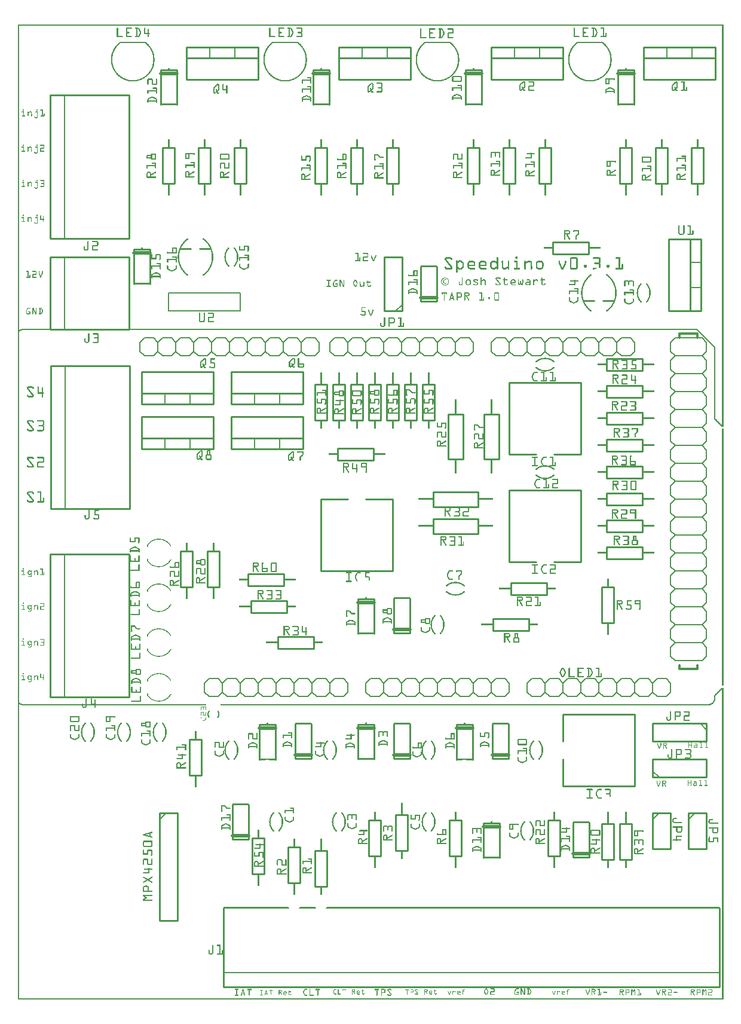
<source format=gto>
G04 MADE WITH FRITZING*
G04 WWW.FRITZING.ORG*
G04 DOUBLE SIDED*
G04 HOLES PLATED*
G04 CONTOUR ON CENTER OF CONTOUR VECTOR*
%ASAXBY*%
%FSLAX23Y23*%
%MOIN*%
%OFA0B0*%
%SFA1.0B1.0*%
%ADD10C,0.010000*%
%ADD11C,0.005000*%
%ADD12C,0.012000*%
%ADD13C,0.006000*%
%ADD14C,0.020000*%
%ADD15C,0.007874*%
%ADD16R,0.001000X0.001000*%
%LNSILK1*%
G90*
G70*
G54D10*
X1692Y2791D02*
X1692Y2391D01*
D02*
X1692Y2391D02*
X2092Y2391D01*
D02*
X2092Y2391D02*
X2092Y2791D01*
D02*
X1692Y2791D02*
X1842Y2791D01*
D02*
X1942Y2791D02*
X2092Y2791D01*
D02*
X3259Y2101D02*
X3259Y2301D01*
D02*
X3259Y2301D02*
X3325Y2301D01*
D02*
X3325Y2301D02*
X3325Y2101D01*
D02*
X3325Y2101D02*
X3259Y2101D01*
D02*
X1483Y2308D02*
X1283Y2308D01*
D02*
X1283Y2308D02*
X1283Y2374D01*
D02*
X1283Y2374D02*
X1483Y2374D01*
D02*
X1483Y2374D02*
X1483Y2308D01*
D02*
X1092Y3321D02*
X692Y3321D01*
D02*
X692Y3321D02*
X692Y3501D01*
D02*
X692Y3501D02*
X1092Y3501D01*
D02*
X1092Y3501D02*
X1092Y3321D01*
D02*
X1092Y3321D02*
X692Y3321D01*
D02*
X692Y3321D02*
X692Y3381D01*
D02*
X692Y3381D02*
X1092Y3381D01*
D02*
X1092Y3381D02*
X1092Y3321D01*
G54D11*
D02*
X962Y3321D02*
X962Y3381D01*
D02*
X822Y3321D02*
X822Y3381D01*
G54D10*
D02*
X1592Y3321D02*
X1192Y3321D01*
D02*
X1192Y3321D02*
X1192Y3501D01*
D02*
X1192Y3501D02*
X1592Y3501D01*
D02*
X1592Y3501D02*
X1592Y3321D01*
D02*
X1592Y3321D02*
X1192Y3321D01*
D02*
X1192Y3321D02*
X1192Y3381D01*
D02*
X1192Y3381D02*
X1592Y3381D01*
D02*
X1592Y3381D02*
X1592Y3321D01*
G54D11*
D02*
X1462Y3321D02*
X1462Y3381D01*
D02*
X1322Y3321D02*
X1322Y3381D01*
G54D10*
D02*
X1592Y3071D02*
X1192Y3071D01*
D02*
X1192Y3071D02*
X1192Y3251D01*
D02*
X1192Y3251D02*
X1592Y3251D01*
D02*
X1592Y3251D02*
X1592Y3071D01*
D02*
X1592Y3071D02*
X1192Y3071D01*
D02*
X1192Y3071D02*
X1192Y3131D01*
D02*
X1192Y3131D02*
X1592Y3131D01*
D02*
X1592Y3131D02*
X1592Y3071D01*
G54D11*
D02*
X1462Y3071D02*
X1462Y3131D01*
D02*
X1322Y3071D02*
X1322Y3131D01*
G54D10*
D02*
X1092Y3071D02*
X692Y3071D01*
D02*
X692Y3071D02*
X692Y3251D01*
D02*
X692Y3251D02*
X1092Y3251D01*
D02*
X1092Y3251D02*
X1092Y3071D01*
D02*
X1092Y3071D02*
X692Y3071D01*
D02*
X692Y3071D02*
X692Y3131D01*
D02*
X692Y3131D02*
X1092Y3131D01*
D02*
X1092Y3131D02*
X1092Y3071D01*
G54D11*
D02*
X962Y3071D02*
X962Y3131D01*
D02*
X822Y3071D02*
X822Y3131D01*
G54D10*
D02*
X1309Y701D02*
X1309Y901D01*
D02*
X1309Y901D02*
X1375Y901D01*
D02*
X1375Y901D02*
X1375Y701D01*
D02*
X1375Y701D02*
X1309Y701D01*
G54D12*
D02*
X3692Y1866D02*
X3692Y1846D01*
D02*
X3692Y1846D02*
X3792Y1846D01*
D02*
X3792Y1846D02*
X3792Y1866D01*
D02*
X3692Y3691D02*
X3692Y3716D01*
D02*
X3692Y3716D02*
X3792Y3716D01*
D02*
X3792Y3716D02*
X3792Y3691D01*
G54D13*
D02*
X3467Y1791D02*
X3517Y1791D01*
D02*
X3517Y1791D02*
X3542Y1766D01*
D02*
X3542Y1766D02*
X3542Y1716D01*
D02*
X3542Y1716D02*
X3517Y1691D01*
D02*
X3342Y1766D02*
X3367Y1791D01*
D02*
X3367Y1791D02*
X3417Y1791D01*
D02*
X3417Y1791D02*
X3442Y1766D01*
D02*
X3442Y1766D02*
X3442Y1716D01*
D02*
X3442Y1716D02*
X3417Y1691D01*
D02*
X3417Y1691D02*
X3367Y1691D01*
D02*
X3367Y1691D02*
X3342Y1716D01*
D02*
X3467Y1791D02*
X3442Y1766D01*
D02*
X3442Y1716D02*
X3467Y1691D01*
D02*
X3517Y1691D02*
X3467Y1691D01*
D02*
X3167Y1791D02*
X3217Y1791D01*
D02*
X3217Y1791D02*
X3242Y1766D01*
D02*
X3242Y1766D02*
X3242Y1716D01*
D02*
X3242Y1716D02*
X3217Y1691D01*
D02*
X3242Y1766D02*
X3267Y1791D01*
D02*
X3267Y1791D02*
X3317Y1791D01*
D02*
X3317Y1791D02*
X3342Y1766D01*
D02*
X3342Y1766D02*
X3342Y1716D01*
D02*
X3342Y1716D02*
X3317Y1691D01*
D02*
X3317Y1691D02*
X3267Y1691D01*
D02*
X3267Y1691D02*
X3242Y1716D01*
D02*
X3042Y1766D02*
X3067Y1791D01*
D02*
X3067Y1791D02*
X3117Y1791D01*
D02*
X3117Y1791D02*
X3142Y1766D01*
D02*
X3142Y1766D02*
X3142Y1716D01*
D02*
X3142Y1716D02*
X3117Y1691D01*
D02*
X3117Y1691D02*
X3067Y1691D01*
D02*
X3067Y1691D02*
X3042Y1716D01*
D02*
X3167Y1791D02*
X3142Y1766D01*
D02*
X3142Y1716D02*
X3167Y1691D01*
D02*
X3217Y1691D02*
X3167Y1691D01*
D02*
X2867Y1791D02*
X2917Y1791D01*
D02*
X2917Y1791D02*
X2942Y1766D01*
D02*
X2942Y1766D02*
X2942Y1716D01*
D02*
X2942Y1716D02*
X2917Y1691D01*
D02*
X2942Y1766D02*
X2967Y1791D01*
D02*
X2967Y1791D02*
X3017Y1791D01*
D02*
X3017Y1791D02*
X3042Y1766D01*
D02*
X3042Y1766D02*
X3042Y1716D01*
D02*
X3042Y1716D02*
X3017Y1691D01*
D02*
X3017Y1691D02*
X2967Y1691D01*
D02*
X2967Y1691D02*
X2942Y1716D01*
D02*
X2842Y1766D02*
X2842Y1716D01*
D02*
X2867Y1791D02*
X2842Y1766D01*
D02*
X2842Y1716D02*
X2867Y1691D01*
D02*
X2917Y1691D02*
X2867Y1691D01*
D02*
X3567Y1791D02*
X3617Y1791D01*
D02*
X3617Y1791D02*
X3642Y1766D01*
D02*
X3642Y1766D02*
X3642Y1716D01*
D02*
X3642Y1716D02*
X3617Y1691D01*
D02*
X3567Y1791D02*
X3542Y1766D01*
D02*
X3542Y1716D02*
X3567Y1691D01*
D02*
X3617Y1691D02*
X3567Y1691D01*
D02*
X2567Y1791D02*
X2617Y1791D01*
D02*
X2617Y1791D02*
X2642Y1766D01*
D02*
X2642Y1766D02*
X2642Y1716D01*
D02*
X2642Y1716D02*
X2617Y1691D01*
D02*
X2442Y1766D02*
X2467Y1791D01*
D02*
X2467Y1791D02*
X2517Y1791D01*
D02*
X2517Y1791D02*
X2542Y1766D01*
D02*
X2542Y1766D02*
X2542Y1716D01*
D02*
X2542Y1716D02*
X2517Y1691D01*
D02*
X2517Y1691D02*
X2467Y1691D01*
D02*
X2467Y1691D02*
X2442Y1716D01*
D02*
X2567Y1791D02*
X2542Y1766D01*
D02*
X2542Y1716D02*
X2567Y1691D01*
D02*
X2617Y1691D02*
X2567Y1691D01*
D02*
X2267Y1791D02*
X2317Y1791D01*
D02*
X2317Y1791D02*
X2342Y1766D01*
D02*
X2342Y1766D02*
X2342Y1716D01*
D02*
X2342Y1716D02*
X2317Y1691D01*
D02*
X2342Y1766D02*
X2367Y1791D01*
D02*
X2367Y1791D02*
X2417Y1791D01*
D02*
X2417Y1791D02*
X2442Y1766D01*
D02*
X2442Y1766D02*
X2442Y1716D01*
D02*
X2442Y1716D02*
X2417Y1691D01*
D02*
X2417Y1691D02*
X2367Y1691D01*
D02*
X2367Y1691D02*
X2342Y1716D01*
D02*
X2142Y1766D02*
X2167Y1791D01*
D02*
X2167Y1791D02*
X2217Y1791D01*
D02*
X2217Y1791D02*
X2242Y1766D01*
D02*
X2242Y1766D02*
X2242Y1716D01*
D02*
X2242Y1716D02*
X2217Y1691D01*
D02*
X2217Y1691D02*
X2167Y1691D01*
D02*
X2167Y1691D02*
X2142Y1716D01*
D02*
X2267Y1791D02*
X2242Y1766D01*
D02*
X2242Y1716D02*
X2267Y1691D01*
D02*
X2317Y1691D02*
X2267Y1691D01*
D02*
X1967Y1791D02*
X2017Y1791D01*
D02*
X2017Y1791D02*
X2042Y1766D01*
D02*
X2042Y1766D02*
X2042Y1716D01*
D02*
X2042Y1716D02*
X2017Y1691D01*
D02*
X2042Y1766D02*
X2067Y1791D01*
D02*
X2067Y1791D02*
X2117Y1791D01*
D02*
X2117Y1791D02*
X2142Y1766D01*
D02*
X2142Y1766D02*
X2142Y1716D01*
D02*
X2142Y1716D02*
X2117Y1691D01*
D02*
X2117Y1691D02*
X2067Y1691D01*
D02*
X2067Y1691D02*
X2042Y1716D01*
D02*
X1942Y1766D02*
X1942Y1716D01*
D02*
X1967Y1791D02*
X1942Y1766D01*
D02*
X1942Y1716D02*
X1967Y1691D01*
D02*
X2017Y1691D02*
X1967Y1691D01*
D02*
X2667Y1791D02*
X2717Y1791D01*
D02*
X2717Y1791D02*
X2742Y1766D01*
D02*
X2742Y1766D02*
X2742Y1716D01*
D02*
X2742Y1716D02*
X2717Y1691D01*
D02*
X2667Y1791D02*
X2642Y1766D01*
D02*
X2642Y1716D02*
X2667Y1691D01*
D02*
X2717Y1691D02*
X2667Y1691D01*
D02*
X2817Y3591D02*
X2767Y3591D01*
D02*
X2767Y3591D02*
X2742Y3616D01*
D02*
X2742Y3616D02*
X2742Y3666D01*
D02*
X2742Y3666D02*
X2767Y3691D01*
D02*
X2942Y3616D02*
X2917Y3591D01*
D02*
X2917Y3591D02*
X2867Y3591D01*
D02*
X2867Y3591D02*
X2842Y3616D01*
D02*
X2842Y3616D02*
X2842Y3666D01*
D02*
X2842Y3666D02*
X2867Y3691D01*
D02*
X2867Y3691D02*
X2917Y3691D01*
D02*
X2917Y3691D02*
X2942Y3666D01*
D02*
X2817Y3591D02*
X2842Y3616D01*
D02*
X2842Y3666D02*
X2817Y3691D01*
D02*
X2767Y3691D02*
X2817Y3691D01*
D02*
X3117Y3591D02*
X3067Y3591D01*
D02*
X3067Y3591D02*
X3042Y3616D01*
D02*
X3042Y3616D02*
X3042Y3666D01*
D02*
X3042Y3666D02*
X3067Y3691D01*
D02*
X3042Y3616D02*
X3017Y3591D01*
D02*
X3017Y3591D02*
X2967Y3591D01*
D02*
X2967Y3591D02*
X2942Y3616D01*
D02*
X2942Y3616D02*
X2942Y3666D01*
D02*
X2942Y3666D02*
X2967Y3691D01*
D02*
X2967Y3691D02*
X3017Y3691D01*
D02*
X3017Y3691D02*
X3042Y3666D01*
D02*
X3242Y3616D02*
X3217Y3591D01*
D02*
X3217Y3591D02*
X3167Y3591D01*
D02*
X3167Y3591D02*
X3142Y3616D01*
D02*
X3142Y3616D02*
X3142Y3666D01*
D02*
X3142Y3666D02*
X3167Y3691D01*
D02*
X3167Y3691D02*
X3217Y3691D01*
D02*
X3217Y3691D02*
X3242Y3666D01*
D02*
X3117Y3591D02*
X3142Y3616D01*
D02*
X3142Y3666D02*
X3117Y3691D01*
D02*
X3067Y3691D02*
X3117Y3691D01*
D02*
X3417Y3591D02*
X3367Y3591D01*
D02*
X3367Y3591D02*
X3342Y3616D01*
D02*
X3342Y3616D02*
X3342Y3666D01*
D02*
X3342Y3666D02*
X3367Y3691D01*
D02*
X3342Y3616D02*
X3317Y3591D01*
D02*
X3317Y3591D02*
X3267Y3591D01*
D02*
X3267Y3591D02*
X3242Y3616D01*
D02*
X3242Y3616D02*
X3242Y3666D01*
D02*
X3242Y3666D02*
X3267Y3691D01*
D02*
X3267Y3691D02*
X3317Y3691D01*
D02*
X3317Y3691D02*
X3342Y3666D01*
D02*
X3442Y3616D02*
X3442Y3666D01*
D02*
X3417Y3591D02*
X3442Y3616D01*
D02*
X3442Y3666D02*
X3417Y3691D01*
D02*
X3367Y3691D02*
X3417Y3691D01*
D02*
X2717Y3591D02*
X2667Y3591D01*
D02*
X2667Y3591D02*
X2642Y3616D01*
D02*
X2642Y3616D02*
X2642Y3666D01*
D02*
X2642Y3666D02*
X2667Y3691D01*
D02*
X2717Y3591D02*
X2742Y3616D01*
D02*
X2742Y3666D02*
X2717Y3691D01*
D02*
X2667Y3691D02*
X2717Y3691D01*
D02*
X1482Y3666D02*
X1507Y3691D01*
D02*
X1507Y3691D02*
X1557Y3691D01*
D02*
X1557Y3691D02*
X1582Y3666D01*
D02*
X1582Y3666D02*
X1582Y3616D01*
D02*
X1582Y3616D02*
X1557Y3591D01*
D02*
X1557Y3591D02*
X1507Y3591D01*
D02*
X1507Y3591D02*
X1482Y3616D01*
D02*
X1307Y3691D02*
X1357Y3691D01*
D02*
X1357Y3691D02*
X1382Y3666D01*
D02*
X1382Y3666D02*
X1382Y3616D01*
D02*
X1382Y3616D02*
X1357Y3591D01*
D02*
X1382Y3666D02*
X1407Y3691D01*
D02*
X1407Y3691D02*
X1457Y3691D01*
D02*
X1457Y3691D02*
X1482Y3666D01*
D02*
X1482Y3666D02*
X1482Y3616D01*
D02*
X1482Y3616D02*
X1457Y3591D01*
D02*
X1457Y3591D02*
X1407Y3591D01*
D02*
X1407Y3591D02*
X1382Y3616D01*
D02*
X1182Y3666D02*
X1207Y3691D01*
D02*
X1207Y3691D02*
X1257Y3691D01*
D02*
X1257Y3691D02*
X1282Y3666D01*
D02*
X1282Y3666D02*
X1282Y3616D01*
D02*
X1282Y3616D02*
X1257Y3591D01*
D02*
X1257Y3591D02*
X1207Y3591D01*
D02*
X1207Y3591D02*
X1182Y3616D01*
D02*
X1307Y3691D02*
X1282Y3666D01*
D02*
X1282Y3616D02*
X1307Y3591D01*
D02*
X1357Y3591D02*
X1307Y3591D01*
D02*
X1007Y3691D02*
X1057Y3691D01*
D02*
X1057Y3691D02*
X1082Y3666D01*
D02*
X1082Y3666D02*
X1082Y3616D01*
D02*
X1082Y3616D02*
X1057Y3591D01*
D02*
X1082Y3666D02*
X1107Y3691D01*
D02*
X1107Y3691D02*
X1157Y3691D01*
D02*
X1157Y3691D02*
X1182Y3666D01*
D02*
X1182Y3666D02*
X1182Y3616D01*
D02*
X1182Y3616D02*
X1157Y3591D01*
D02*
X1157Y3591D02*
X1107Y3591D01*
D02*
X1107Y3591D02*
X1082Y3616D01*
D02*
X882Y3666D02*
X907Y3691D01*
D02*
X907Y3691D02*
X957Y3691D01*
D02*
X957Y3691D02*
X982Y3666D01*
D02*
X982Y3666D02*
X982Y3616D01*
D02*
X982Y3616D02*
X957Y3591D01*
D02*
X957Y3591D02*
X907Y3591D01*
D02*
X907Y3591D02*
X882Y3616D01*
D02*
X1007Y3691D02*
X982Y3666D01*
D02*
X982Y3616D02*
X1007Y3591D01*
D02*
X1057Y3591D02*
X1007Y3591D01*
D02*
X707Y3691D02*
X757Y3691D01*
D02*
X757Y3691D02*
X782Y3666D01*
D02*
X782Y3666D02*
X782Y3616D01*
D02*
X782Y3616D02*
X757Y3591D01*
D02*
X782Y3666D02*
X807Y3691D01*
D02*
X807Y3691D02*
X857Y3691D01*
D02*
X857Y3691D02*
X882Y3666D01*
D02*
X882Y3666D02*
X882Y3616D01*
D02*
X882Y3616D02*
X857Y3591D01*
D02*
X857Y3591D02*
X807Y3591D01*
D02*
X807Y3591D02*
X782Y3616D01*
D02*
X682Y3666D02*
X682Y3616D01*
D02*
X707Y3691D02*
X682Y3666D01*
D02*
X682Y3616D02*
X707Y3591D01*
D02*
X757Y3591D02*
X707Y3591D01*
D02*
X1607Y3691D02*
X1657Y3691D01*
D02*
X1657Y3691D02*
X1682Y3666D01*
D02*
X1682Y3666D02*
X1682Y3616D01*
D02*
X1682Y3616D02*
X1657Y3591D01*
D02*
X1607Y3691D02*
X1582Y3666D01*
D02*
X1582Y3616D02*
X1607Y3591D01*
D02*
X1657Y3591D02*
X1607Y3591D01*
D02*
X1667Y1791D02*
X1717Y1791D01*
D02*
X1717Y1791D02*
X1742Y1766D01*
D02*
X1742Y1766D02*
X1742Y1716D01*
D02*
X1742Y1716D02*
X1717Y1691D01*
D02*
X1542Y1766D02*
X1567Y1791D01*
D02*
X1567Y1791D02*
X1617Y1791D01*
D02*
X1617Y1791D02*
X1642Y1766D01*
D02*
X1642Y1766D02*
X1642Y1716D01*
D02*
X1642Y1716D02*
X1617Y1691D01*
D02*
X1617Y1691D02*
X1567Y1691D01*
D02*
X1567Y1691D02*
X1542Y1716D01*
D02*
X1667Y1791D02*
X1642Y1766D01*
D02*
X1642Y1716D02*
X1667Y1691D01*
D02*
X1717Y1691D02*
X1667Y1691D01*
D02*
X1367Y1791D02*
X1417Y1791D01*
D02*
X1417Y1791D02*
X1442Y1766D01*
D02*
X1442Y1766D02*
X1442Y1716D01*
D02*
X1442Y1716D02*
X1417Y1691D01*
D02*
X1442Y1766D02*
X1467Y1791D01*
D02*
X1467Y1791D02*
X1517Y1791D01*
D02*
X1517Y1791D02*
X1542Y1766D01*
D02*
X1542Y1766D02*
X1542Y1716D01*
D02*
X1542Y1716D02*
X1517Y1691D01*
D02*
X1517Y1691D02*
X1467Y1691D01*
D02*
X1467Y1691D02*
X1442Y1716D01*
D02*
X1242Y1766D02*
X1267Y1791D01*
D02*
X1267Y1791D02*
X1317Y1791D01*
D02*
X1317Y1791D02*
X1342Y1766D01*
D02*
X1342Y1766D02*
X1342Y1716D01*
D02*
X1342Y1716D02*
X1317Y1691D01*
D02*
X1317Y1691D02*
X1267Y1691D01*
D02*
X1267Y1691D02*
X1242Y1716D01*
D02*
X1367Y1791D02*
X1342Y1766D01*
D02*
X1342Y1716D02*
X1367Y1691D01*
D02*
X1417Y1691D02*
X1367Y1691D01*
D02*
X1067Y1791D02*
X1117Y1791D01*
D02*
X1117Y1791D02*
X1142Y1766D01*
D02*
X1142Y1766D02*
X1142Y1716D01*
D02*
X1142Y1716D02*
X1117Y1691D01*
D02*
X1142Y1766D02*
X1167Y1791D01*
D02*
X1167Y1791D02*
X1217Y1791D01*
D02*
X1217Y1791D02*
X1242Y1766D01*
D02*
X1242Y1766D02*
X1242Y1716D01*
D02*
X1242Y1716D02*
X1217Y1691D01*
D02*
X1217Y1691D02*
X1167Y1691D01*
D02*
X1167Y1691D02*
X1142Y1716D01*
D02*
X1042Y1766D02*
X1042Y1716D01*
D02*
X1067Y1791D02*
X1042Y1766D01*
D02*
X1042Y1716D02*
X1067Y1691D01*
D02*
X1117Y1691D02*
X1067Y1691D01*
D02*
X1767Y1791D02*
X1817Y1791D01*
D02*
X1817Y1791D02*
X1842Y1766D01*
D02*
X1842Y1766D02*
X1842Y1716D01*
D02*
X1842Y1716D02*
X1817Y1691D01*
D02*
X1767Y1791D02*
X1742Y1766D01*
D02*
X1742Y1716D02*
X1767Y1691D01*
D02*
X1817Y1691D02*
X1767Y1691D01*
D02*
X1917Y3591D02*
X1867Y3591D01*
D02*
X1867Y3591D02*
X1842Y3616D01*
D02*
X1842Y3616D02*
X1842Y3666D01*
D02*
X1842Y3666D02*
X1867Y3691D01*
D02*
X2042Y3616D02*
X2017Y3591D01*
D02*
X2017Y3591D02*
X1967Y3591D01*
D02*
X1967Y3591D02*
X1942Y3616D01*
D02*
X1942Y3616D02*
X1942Y3666D01*
D02*
X1942Y3666D02*
X1967Y3691D01*
D02*
X1967Y3691D02*
X2017Y3691D01*
D02*
X2017Y3691D02*
X2042Y3666D01*
D02*
X1917Y3591D02*
X1942Y3616D01*
D02*
X1942Y3666D02*
X1917Y3691D01*
D02*
X1867Y3691D02*
X1917Y3691D01*
D02*
X2217Y3591D02*
X2167Y3591D01*
D02*
X2167Y3591D02*
X2142Y3616D01*
D02*
X2142Y3616D02*
X2142Y3666D01*
D02*
X2142Y3666D02*
X2167Y3691D01*
D02*
X2142Y3616D02*
X2117Y3591D01*
D02*
X2117Y3591D02*
X2067Y3591D01*
D02*
X2067Y3591D02*
X2042Y3616D01*
D02*
X2042Y3616D02*
X2042Y3666D01*
D02*
X2042Y3666D02*
X2067Y3691D01*
D02*
X2067Y3691D02*
X2117Y3691D01*
D02*
X2117Y3691D02*
X2142Y3666D01*
D02*
X2342Y3616D02*
X2317Y3591D01*
D02*
X2317Y3591D02*
X2267Y3591D01*
D02*
X2267Y3591D02*
X2242Y3616D01*
D02*
X2242Y3616D02*
X2242Y3666D01*
D02*
X2242Y3666D02*
X2267Y3691D01*
D02*
X2267Y3691D02*
X2317Y3691D01*
D02*
X2317Y3691D02*
X2342Y3666D01*
D02*
X2217Y3591D02*
X2242Y3616D01*
D02*
X2242Y3666D02*
X2217Y3691D01*
D02*
X2167Y3691D02*
X2217Y3691D01*
D02*
X2517Y3591D02*
X2467Y3591D01*
D02*
X2467Y3591D02*
X2442Y3616D01*
D02*
X2442Y3616D02*
X2442Y3666D01*
D02*
X2442Y3666D02*
X2467Y3691D01*
D02*
X2442Y3616D02*
X2417Y3591D01*
D02*
X2417Y3591D02*
X2367Y3591D01*
D02*
X2367Y3591D02*
X2342Y3616D01*
D02*
X2342Y3616D02*
X2342Y3666D01*
D02*
X2342Y3666D02*
X2367Y3691D01*
D02*
X2367Y3691D02*
X2417Y3691D01*
D02*
X2417Y3691D02*
X2442Y3666D01*
D02*
X2542Y3616D02*
X2542Y3666D01*
D02*
X2517Y3591D02*
X2542Y3616D01*
D02*
X2542Y3666D02*
X2517Y3691D01*
D02*
X2467Y3691D02*
X2517Y3691D01*
D02*
X1817Y3591D02*
X1767Y3591D01*
D02*
X1767Y3591D02*
X1742Y3616D01*
D02*
X1742Y3616D02*
X1742Y3666D01*
D02*
X1742Y3666D02*
X1767Y3691D01*
D02*
X1817Y3591D02*
X1842Y3616D01*
D02*
X1842Y3666D02*
X1817Y3691D01*
D02*
X1767Y3691D02*
X1817Y3691D01*
D02*
X3667Y3691D02*
X3642Y3666D01*
D02*
X3642Y3666D02*
X3642Y3616D01*
D02*
X3642Y3616D02*
X3667Y3591D01*
D02*
X3667Y3591D02*
X3642Y3566D01*
D02*
X3642Y3566D02*
X3642Y3516D01*
D02*
X3642Y3516D02*
X3667Y3491D01*
D02*
X3667Y3491D02*
X3642Y3466D01*
D02*
X3642Y3466D02*
X3642Y3416D01*
D02*
X3642Y3416D02*
X3667Y3391D01*
D02*
X3667Y3391D02*
X3642Y3366D01*
D02*
X3642Y3366D02*
X3642Y3316D01*
D02*
X3642Y3316D02*
X3667Y3291D01*
D02*
X3667Y3291D02*
X3642Y3266D01*
D02*
X3642Y3266D02*
X3642Y3216D01*
D02*
X3642Y3216D02*
X3667Y3191D01*
D02*
X3667Y3191D02*
X3642Y3166D01*
D02*
X3642Y3166D02*
X3642Y3116D01*
D02*
X3642Y3116D02*
X3667Y3091D01*
D02*
X3667Y3691D02*
X3817Y3691D01*
D02*
X3817Y3691D02*
X3842Y3666D01*
D02*
X3842Y3666D02*
X3842Y3616D01*
D02*
X3842Y3616D02*
X3817Y3591D01*
D02*
X3817Y3591D02*
X3842Y3566D01*
D02*
X3842Y3566D02*
X3842Y3516D01*
D02*
X3842Y3516D02*
X3817Y3491D01*
D02*
X3817Y3491D02*
X3842Y3466D01*
D02*
X3842Y3466D02*
X3842Y3416D01*
D02*
X3842Y3416D02*
X3817Y3391D01*
D02*
X3817Y3391D02*
X3842Y3366D01*
D02*
X3842Y3366D02*
X3842Y3316D01*
D02*
X3842Y3316D02*
X3817Y3291D01*
D02*
X3817Y3291D02*
X3842Y3266D01*
D02*
X3842Y3266D02*
X3842Y3216D01*
D02*
X3842Y3216D02*
X3817Y3191D01*
D02*
X3817Y3191D02*
X3842Y3166D01*
D02*
X3842Y3166D02*
X3842Y3116D01*
D02*
X3842Y3116D02*
X3817Y3091D01*
D02*
X3817Y3091D02*
X3842Y3066D01*
D02*
X3842Y3066D02*
X3842Y3016D01*
D02*
X3842Y3016D02*
X3817Y2991D01*
D02*
X3817Y2991D02*
X3842Y2966D01*
D02*
X3842Y2966D02*
X3842Y2916D01*
D02*
X3842Y2916D02*
X3817Y2891D01*
D02*
X3817Y2891D02*
X3842Y2866D01*
D02*
X3842Y2866D02*
X3842Y2816D01*
D02*
X3842Y2816D02*
X3817Y2791D01*
D02*
X3817Y2791D02*
X3842Y2766D01*
D02*
X3842Y2766D02*
X3842Y2716D01*
D02*
X3842Y2716D02*
X3817Y2691D01*
D02*
X3817Y2691D02*
X3842Y2666D01*
D02*
X3842Y2666D02*
X3842Y2616D01*
D02*
X3842Y2616D02*
X3817Y2591D01*
D02*
X3817Y2591D02*
X3842Y2566D01*
D02*
X3842Y2566D02*
X3842Y2516D01*
D02*
X3817Y2491D02*
X3842Y2516D01*
D02*
X3817Y2491D02*
X3842Y2466D01*
D02*
X3842Y2416D02*
X3842Y2466D01*
D02*
X3842Y2416D02*
X3817Y2391D01*
D02*
X3817Y2391D02*
X3842Y2366D01*
D02*
X3842Y2316D02*
X3842Y2366D01*
D02*
X3842Y2316D02*
X3817Y2291D01*
D02*
X3817Y2291D02*
X3842Y2266D01*
D02*
X3842Y2216D02*
X3842Y2266D01*
D02*
X3842Y2216D02*
X3817Y2191D01*
D02*
X3817Y2191D02*
X3842Y2166D01*
D02*
X3842Y2116D02*
X3842Y2166D01*
D02*
X3842Y2116D02*
X3817Y2091D01*
D02*
X3817Y2091D02*
X3842Y2066D01*
D02*
X3842Y2016D02*
X3842Y2066D01*
D02*
X3842Y2016D02*
X3817Y1991D01*
D02*
X3817Y1991D02*
X3842Y1966D01*
D02*
X3842Y1916D02*
X3842Y1966D01*
D02*
X3842Y1916D02*
X3817Y1891D01*
D02*
X3667Y1891D02*
X3642Y1916D01*
D02*
X3642Y1916D02*
X3642Y1966D01*
D02*
X3667Y1991D02*
X3642Y1966D01*
D02*
X3667Y1991D02*
X3642Y2016D01*
D02*
X3642Y2016D02*
X3642Y2066D01*
D02*
X3667Y2091D02*
X3642Y2066D01*
D02*
X3667Y2091D02*
X3642Y2116D01*
D02*
X3642Y2166D02*
X3642Y2116D01*
D02*
X3642Y2166D02*
X3667Y2191D01*
D02*
X3667Y2191D02*
X3642Y2216D01*
D02*
X3642Y2266D02*
X3642Y2216D01*
D02*
X3642Y2266D02*
X3667Y2291D01*
D02*
X3667Y2291D02*
X3642Y2316D01*
D02*
X3642Y2316D02*
X3642Y2366D01*
D02*
X3667Y2391D02*
X3642Y2366D01*
D02*
X3667Y2391D02*
X3642Y2416D01*
D02*
X3642Y2416D02*
X3642Y2466D01*
D02*
X3667Y2491D02*
X3642Y2466D01*
D02*
X3667Y2491D02*
X3642Y2516D01*
D02*
X3642Y2516D02*
X3642Y2566D01*
D02*
X3667Y2591D02*
X3642Y2566D01*
D02*
X3667Y2591D02*
X3642Y2616D01*
D02*
X3642Y2616D02*
X3642Y2666D01*
D02*
X3667Y2691D02*
X3642Y2666D01*
D02*
X3667Y2691D02*
X3642Y2716D01*
D02*
X3642Y2716D02*
X3642Y2766D01*
D02*
X3667Y2791D02*
X3642Y2766D01*
D02*
X3667Y2791D02*
X3642Y2816D01*
D02*
X3642Y2816D02*
X3642Y2866D01*
D02*
X3667Y2891D02*
X3642Y2866D01*
D02*
X3667Y2891D02*
X3642Y2916D01*
D02*
X3642Y2916D02*
X3642Y2966D01*
D02*
X3667Y2991D02*
X3642Y2966D01*
D02*
X3667Y2991D02*
X3642Y3016D01*
D02*
X3642Y3016D02*
X3642Y3066D01*
D02*
X3667Y3091D02*
X3642Y3066D01*
D02*
X3817Y3591D02*
X3667Y3591D01*
D02*
X3817Y3491D02*
X3667Y3491D01*
D02*
X3817Y3391D02*
X3667Y3391D01*
D02*
X3817Y3291D02*
X3667Y3291D01*
D02*
X3817Y3191D02*
X3667Y3191D01*
D02*
X3817Y3091D02*
X3667Y3091D01*
D02*
X3817Y2991D02*
X3667Y2991D01*
D02*
X3817Y2891D02*
X3667Y2891D01*
D02*
X3817Y2791D02*
X3667Y2791D01*
D02*
X3817Y2691D02*
X3667Y2691D01*
D02*
X3817Y2591D02*
X3667Y2591D01*
D02*
X3817Y2491D02*
X3667Y2491D01*
D02*
X3817Y2391D02*
X3667Y2391D01*
D02*
X3817Y2291D02*
X3667Y2291D01*
D02*
X3817Y2191D02*
X3667Y2191D01*
D02*
X3817Y2091D02*
X3667Y2091D01*
D02*
X3817Y1991D02*
X3667Y1991D01*
D02*
X3817Y1891D02*
X3667Y1891D01*
G54D10*
D02*
X2247Y3895D02*
X2247Y4090D01*
D02*
X2337Y4090D02*
X2337Y3895D01*
D02*
X2337Y3895D02*
X2247Y3895D01*
G54D14*
D02*
X2337Y3915D02*
X2247Y3915D01*
G54D10*
D02*
X959Y1251D02*
X959Y1451D01*
D02*
X959Y1451D02*
X1025Y1451D01*
D02*
X1025Y1451D02*
X1025Y1251D01*
D02*
X1025Y1251D02*
X959Y1251D01*
D02*
X792Y1041D02*
X792Y441D01*
D02*
X792Y441D02*
X892Y441D01*
D02*
X892Y441D02*
X892Y1041D01*
D02*
X892Y1041D02*
X792Y1041D01*
G54D11*
D02*
X792Y1006D02*
X827Y1041D01*
G54D10*
D02*
X3042Y1191D02*
X3442Y1191D01*
D02*
X3442Y1191D02*
X3442Y1591D01*
D02*
X3442Y1591D02*
X3042Y1591D01*
D02*
X3042Y1191D02*
X3042Y1341D01*
D02*
X3042Y1441D02*
X3042Y1591D01*
D02*
X3542Y1241D02*
X3842Y1241D01*
D02*
X3842Y1241D02*
X3842Y1341D01*
D02*
X3842Y1341D02*
X3542Y1341D01*
D02*
X3542Y1341D02*
X3542Y1241D01*
G54D11*
D02*
X3577Y1241D02*
X3542Y1276D01*
G54D10*
D02*
X3842Y1541D02*
X3542Y1541D01*
D02*
X3542Y1541D02*
X3542Y1441D01*
D02*
X3542Y1441D02*
X3842Y1441D01*
D02*
X3842Y1441D02*
X3842Y1541D01*
G54D11*
D02*
X3807Y1541D02*
X3842Y1506D01*
G54D10*
D02*
X2143Y3841D02*
X2143Y4141D01*
D02*
X2143Y4141D02*
X2043Y4141D01*
D02*
X2043Y4141D02*
X2043Y3841D01*
D02*
X2043Y3841D02*
X2143Y3841D01*
G54D11*
D02*
X2143Y3876D02*
X2108Y3841D01*
G54D10*
D02*
X3325Y982D02*
X3325Y782D01*
D02*
X3325Y782D02*
X3259Y782D01*
D02*
X3259Y782D02*
X3259Y982D01*
D02*
X3259Y982D02*
X3325Y982D01*
D02*
X3425Y982D02*
X3425Y782D01*
D02*
X3425Y782D02*
X3359Y782D01*
D02*
X3359Y782D02*
X3359Y982D01*
D02*
X3359Y982D02*
X3425Y982D01*
D02*
X3542Y1041D02*
X3542Y841D01*
D02*
X3542Y841D02*
X3642Y841D01*
D02*
X3642Y841D02*
X3642Y1041D01*
D02*
X3642Y1041D02*
X3542Y1041D01*
G54D11*
D02*
X3542Y1006D02*
X3577Y1041D01*
G54D10*
D02*
X3742Y1041D02*
X3742Y841D01*
D02*
X3742Y841D02*
X3842Y841D01*
D02*
X3842Y841D02*
X3842Y1041D01*
D02*
X3842Y1041D02*
X3742Y1041D01*
G54D11*
D02*
X3742Y1006D02*
X3777Y1041D01*
G54D10*
D02*
X3483Y2458D02*
X3283Y2458D01*
D02*
X3283Y2458D02*
X3283Y2524D01*
D02*
X3283Y2524D02*
X3483Y2524D01*
D02*
X3483Y2524D02*
X3483Y2458D01*
D02*
X2325Y3432D02*
X2325Y3232D01*
D02*
X2325Y3232D02*
X2259Y3232D01*
D02*
X2259Y3232D02*
X2259Y3432D01*
D02*
X2259Y3432D02*
X2325Y3432D01*
D02*
X1825Y3432D02*
X1825Y3232D01*
D02*
X1825Y3232D02*
X1759Y3232D01*
D02*
X1759Y3232D02*
X1759Y3432D01*
D02*
X1759Y3432D02*
X1825Y3432D01*
D02*
X3483Y3058D02*
X3283Y3058D01*
D02*
X3283Y3058D02*
X3283Y3124D01*
D02*
X3283Y3124D02*
X3483Y3124D01*
D02*
X3483Y3124D02*
X3483Y3058D01*
D02*
X3483Y2908D02*
X3283Y2908D01*
D02*
X3283Y2908D02*
X3283Y2974D01*
D02*
X3283Y2974D02*
X3483Y2974D01*
D02*
X3483Y2974D02*
X3483Y2908D01*
D02*
X2125Y3432D02*
X2125Y3232D01*
D02*
X2125Y3232D02*
X2059Y3232D01*
D02*
X2059Y3232D02*
X2059Y3432D01*
D02*
X2059Y3432D02*
X2125Y3432D01*
D02*
X1983Y3008D02*
X1783Y3008D01*
D02*
X1783Y3008D02*
X1783Y3074D01*
D02*
X1783Y3074D02*
X1983Y3074D01*
D02*
X1983Y3074D02*
X1983Y3008D01*
D02*
X3483Y3508D02*
X3283Y3508D01*
D02*
X3283Y3508D02*
X3283Y3574D01*
D02*
X3283Y3574D02*
X3483Y3574D01*
D02*
X3483Y3574D02*
X3483Y3508D01*
D02*
X3812Y4241D02*
X3812Y3841D01*
D02*
X3812Y3841D02*
X3632Y3841D01*
D02*
X3632Y3841D02*
X3632Y4241D01*
D02*
X3632Y4241D02*
X3812Y4241D01*
D02*
X3812Y4241D02*
X3812Y3841D01*
D02*
X3812Y3841D02*
X3752Y3841D01*
D02*
X3752Y3841D02*
X3752Y4241D01*
D02*
X3752Y4241D02*
X3812Y4241D01*
G54D11*
D02*
X3812Y4111D02*
X3752Y4111D01*
D02*
X3812Y3971D02*
X3752Y3971D01*
G54D10*
D02*
X737Y4187D02*
X737Y3992D01*
D02*
X647Y3992D02*
X647Y4187D01*
D02*
X647Y4187D02*
X737Y4187D01*
G54D14*
D02*
X647Y4167D02*
X737Y4167D01*
G54D11*
D02*
X842Y3941D02*
X842Y3841D01*
D02*
X842Y3841D02*
X1242Y3841D01*
D02*
X1242Y3841D02*
X1242Y3941D01*
D02*
X1242Y3941D02*
X842Y3941D01*
G54D10*
D02*
X3142Y2441D02*
X3142Y2841D01*
D02*
X3142Y2841D02*
X2742Y2841D01*
D02*
X2742Y2841D02*
X2742Y2441D01*
D02*
X3142Y2441D02*
X2992Y2441D01*
D02*
X2892Y2441D02*
X2742Y2441D01*
D02*
X3142Y3041D02*
X3142Y3441D01*
D02*
X3142Y3441D02*
X2742Y3441D01*
D02*
X2742Y3441D02*
X2742Y3041D01*
D02*
X3142Y3041D02*
X2992Y3041D01*
D02*
X2892Y3041D02*
X2742Y3041D01*
D02*
X3483Y2608D02*
X3283Y2608D01*
D02*
X3283Y2608D02*
X3283Y2674D01*
D02*
X3283Y2674D02*
X3483Y2674D01*
D02*
X3483Y2674D02*
X3483Y2608D01*
D02*
X2225Y3432D02*
X2225Y3232D01*
D02*
X2225Y3232D02*
X2159Y3232D01*
D02*
X2159Y3232D02*
X2159Y3432D01*
D02*
X2159Y3432D02*
X2225Y3432D01*
D02*
X1925Y3432D02*
X1925Y3232D01*
D02*
X1925Y3232D02*
X1859Y3232D01*
D02*
X1859Y3232D02*
X1859Y3432D01*
D02*
X1859Y3432D02*
X1925Y3432D01*
D02*
X3483Y3208D02*
X3283Y3208D01*
D02*
X3283Y3208D02*
X3283Y3274D01*
D02*
X3283Y3274D02*
X3483Y3274D01*
D02*
X3483Y3274D02*
X3483Y3208D01*
D02*
X3483Y2758D02*
X3283Y2758D01*
D02*
X3283Y2758D02*
X3283Y2824D01*
D02*
X3283Y2824D02*
X3483Y2824D01*
D02*
X3483Y2824D02*
X3483Y2758D01*
D02*
X2025Y3432D02*
X2025Y3232D01*
D02*
X2025Y3232D02*
X1959Y3232D01*
D02*
X1959Y3232D02*
X1959Y3432D01*
D02*
X1959Y3432D02*
X2025Y3432D01*
D02*
X1725Y3432D02*
X1725Y3232D01*
D02*
X1725Y3232D02*
X1659Y3232D01*
D02*
X1659Y3232D02*
X1659Y3432D01*
D02*
X1659Y3432D02*
X1725Y3432D01*
D02*
X3483Y3358D02*
X3283Y3358D01*
D02*
X3283Y3358D02*
X3283Y3424D01*
D02*
X3283Y3424D02*
X3483Y3424D01*
D02*
X3483Y3424D02*
X3483Y3358D01*
D02*
X2317Y2682D02*
X2567Y2682D01*
D02*
X2567Y2682D02*
X2567Y2600D01*
D02*
X2567Y2600D02*
X2317Y2600D01*
D02*
X2317Y2600D02*
X2317Y2682D01*
D02*
X2601Y3016D02*
X2601Y3266D01*
D02*
X2601Y3266D02*
X2683Y3266D01*
D02*
X2683Y3266D02*
X2683Y3016D01*
D02*
X2683Y3016D02*
X2601Y3016D01*
D02*
X2568Y2750D02*
X2318Y2750D01*
D02*
X2318Y2750D02*
X2318Y2832D01*
D02*
X2318Y2832D02*
X2568Y2832D01*
D02*
X2568Y2832D02*
X2568Y2750D01*
D02*
X2483Y3267D02*
X2483Y3017D01*
D02*
X2483Y3017D02*
X2401Y3017D01*
D02*
X2401Y3017D02*
X2401Y3267D01*
D02*
X2401Y3267D02*
X2483Y3267D01*
D02*
X1302Y2224D02*
X1502Y2224D01*
D02*
X1502Y2224D02*
X1502Y2158D01*
D02*
X1502Y2158D02*
X1302Y2158D01*
D02*
X1302Y2158D02*
X1302Y2224D01*
D02*
X1059Y2301D02*
X1059Y2501D01*
D02*
X1059Y2501D02*
X1125Y2501D01*
D02*
X1125Y2501D02*
X1125Y2301D01*
D02*
X1125Y2301D02*
X1059Y2301D01*
D02*
X1452Y2024D02*
X1652Y2024D01*
D02*
X1652Y2024D02*
X1652Y1958D01*
D02*
X1652Y1958D02*
X1452Y1958D01*
D02*
X1452Y1958D02*
X1452Y2024D01*
D02*
X909Y2301D02*
X909Y2501D01*
D02*
X909Y2501D02*
X975Y2501D01*
D02*
X975Y2501D02*
X975Y2301D01*
D02*
X975Y2301D02*
X909Y2301D01*
D02*
X2752Y2324D02*
X2952Y2324D01*
D02*
X2952Y2324D02*
X2952Y2258D01*
D02*
X2952Y2258D02*
X2752Y2258D01*
D02*
X2752Y2258D02*
X2752Y2324D01*
D02*
X2175Y1032D02*
X2175Y832D01*
D02*
X2175Y832D02*
X2109Y832D01*
D02*
X2109Y832D02*
X2109Y1032D01*
D02*
X2109Y1032D02*
X2175Y1032D01*
D02*
X1725Y832D02*
X1725Y632D01*
D02*
X1725Y632D02*
X1659Y632D01*
D02*
X1659Y632D02*
X1659Y832D01*
D02*
X1659Y832D02*
X1725Y832D01*
D02*
X1959Y801D02*
X1959Y1001D01*
D02*
X1959Y1001D02*
X2025Y1001D01*
D02*
X2025Y1001D02*
X2025Y801D01*
D02*
X2025Y801D02*
X1959Y801D01*
D02*
X1509Y651D02*
X1509Y851D01*
D02*
X1509Y851D02*
X1575Y851D01*
D02*
X1575Y851D02*
X1575Y651D01*
D02*
X1575Y651D02*
X1509Y651D01*
D02*
X2097Y1345D02*
X2097Y1540D01*
D02*
X2187Y1540D02*
X2187Y1345D01*
D02*
X2187Y1345D02*
X2097Y1345D01*
G54D14*
D02*
X2187Y1365D02*
X2097Y1365D01*
G54D10*
D02*
X1437Y1535D02*
X1437Y1340D01*
D02*
X1347Y1340D02*
X1347Y1535D01*
D02*
X1347Y1535D02*
X1437Y1535D01*
G54D14*
D02*
X1347Y1515D02*
X1437Y1515D01*
G54D10*
D02*
X1547Y1345D02*
X1547Y1540D01*
D02*
X1637Y1540D02*
X1637Y1345D01*
D02*
X1637Y1345D02*
X1547Y1345D01*
G54D14*
D02*
X1637Y1365D02*
X1547Y1365D01*
G54D10*
D02*
X1197Y895D02*
X1197Y1090D01*
D02*
X1287Y1090D02*
X1287Y895D01*
D02*
X1287Y895D02*
X1197Y895D01*
G54D14*
D02*
X1287Y915D02*
X1197Y915D01*
G54D10*
D02*
X2097Y2045D02*
X2097Y2240D01*
D02*
X2187Y2240D02*
X2187Y2045D01*
D02*
X2187Y2045D02*
X2097Y2045D01*
G54D14*
D02*
X2187Y2065D02*
X2097Y2065D01*
G54D10*
D02*
X1987Y1537D02*
X1987Y1342D01*
D02*
X1897Y1342D02*
X1897Y1537D01*
D02*
X1897Y1537D02*
X1987Y1537D01*
G54D14*
D02*
X1897Y1517D02*
X1987Y1517D01*
G54D10*
D02*
X623Y2738D02*
X623Y3535D01*
D02*
X623Y3535D02*
X183Y3535D01*
D02*
X183Y3535D02*
X183Y2738D01*
D02*
X183Y2738D02*
X623Y2738D01*
G54D11*
D02*
X263Y3535D02*
X263Y2738D01*
G54D10*
D02*
X1149Y512D02*
X1149Y72D01*
D02*
X1149Y72D02*
X3915Y72D01*
D02*
X3915Y72D02*
X3915Y512D01*
G54D11*
D02*
X1149Y152D02*
X3915Y152D01*
G54D10*
D02*
X2959Y801D02*
X2959Y1001D01*
D02*
X2959Y1001D02*
X3025Y1001D01*
D02*
X3025Y1001D02*
X3025Y801D01*
D02*
X3025Y801D02*
X2959Y801D01*
D02*
X2409Y801D02*
X2409Y1001D01*
D02*
X2409Y1001D02*
X2475Y1001D01*
D02*
X2475Y1001D02*
X2475Y801D01*
D02*
X2475Y801D02*
X2409Y801D01*
D02*
X3097Y795D02*
X3097Y990D01*
D02*
X3187Y990D02*
X3187Y795D01*
D02*
X3187Y795D02*
X3097Y795D01*
G54D14*
D02*
X3187Y815D02*
X3097Y815D01*
G54D10*
D02*
X2647Y1345D02*
X2647Y1540D01*
D02*
X2737Y1540D02*
X2737Y1345D01*
D02*
X2737Y1345D02*
X2647Y1345D01*
G54D14*
D02*
X2737Y1365D02*
X2647Y1365D01*
G54D10*
D02*
X2687Y987D02*
X2687Y792D01*
D02*
X2597Y792D02*
X2597Y987D01*
D02*
X2597Y987D02*
X2687Y987D01*
G54D14*
D02*
X2597Y967D02*
X2687Y967D01*
G54D10*
D02*
X2537Y1535D02*
X2537Y1340D01*
D02*
X2447Y1340D02*
X2447Y1535D01*
D02*
X2447Y1535D02*
X2537Y1535D01*
G54D14*
D02*
X2447Y1515D02*
X2537Y1515D01*
G54D10*
D02*
X3183Y4158D02*
X2983Y4158D01*
D02*
X2983Y4158D02*
X2983Y4224D01*
D02*
X2983Y4224D02*
X3183Y4224D01*
D02*
X3183Y4224D02*
X3183Y4158D01*
D02*
X2652Y2124D02*
X2852Y2124D01*
D02*
X2852Y2124D02*
X2852Y2058D01*
D02*
X2852Y2058D02*
X2652Y2058D01*
D02*
X2652Y2058D02*
X2652Y2124D01*
D02*
X1987Y2237D02*
X1987Y2042D01*
D02*
X1897Y2042D02*
X1897Y2237D01*
D02*
X1897Y2237D02*
X1987Y2237D01*
G54D14*
D02*
X1897Y2217D02*
X1987Y2217D01*
G54D10*
D02*
X809Y4551D02*
X809Y4751D01*
D02*
X809Y4751D02*
X875Y4751D01*
D02*
X875Y4751D02*
X875Y4551D01*
D02*
X875Y4551D02*
X809Y4551D01*
D02*
X2509Y4551D02*
X2509Y4751D01*
D02*
X2509Y4751D02*
X2575Y4751D01*
D02*
X2575Y4751D02*
X2575Y4551D01*
D02*
X2575Y4551D02*
X2509Y4551D01*
D02*
X1659Y4551D02*
X1659Y4751D01*
D02*
X1659Y4751D02*
X1725Y4751D01*
D02*
X1725Y4751D02*
X1725Y4551D01*
D02*
X1725Y4551D02*
X1659Y4551D01*
D02*
X3359Y4551D02*
X3359Y4751D01*
D02*
X3359Y4751D02*
X3425Y4751D01*
D02*
X3425Y4751D02*
X3425Y4551D01*
D02*
X3425Y4551D02*
X3359Y4551D01*
D02*
X887Y5187D02*
X887Y4992D01*
D02*
X797Y4992D02*
X797Y5187D01*
D02*
X797Y5187D02*
X887Y5187D01*
G54D14*
D02*
X797Y5167D02*
X887Y5167D01*
G54D10*
D02*
X2587Y5187D02*
X2587Y4992D01*
D02*
X2497Y4992D02*
X2497Y5187D01*
D02*
X2497Y5187D02*
X2587Y5187D01*
G54D14*
D02*
X2497Y5167D02*
X2587Y5167D01*
G54D10*
D02*
X1737Y5187D02*
X1737Y4992D01*
D02*
X1647Y4992D02*
X1647Y5187D01*
D02*
X1647Y5187D02*
X1737Y5187D01*
G54D14*
D02*
X1647Y5167D02*
X1737Y5167D01*
G54D10*
D02*
X3437Y5187D02*
X3437Y4992D01*
D02*
X3347Y4992D02*
X3347Y5187D01*
D02*
X3347Y5187D02*
X3437Y5187D01*
G54D14*
D02*
X3347Y5167D02*
X3437Y5167D01*
G54D10*
D02*
X942Y5311D02*
X1342Y5311D01*
D02*
X1342Y5311D02*
X1342Y5131D01*
D02*
X1342Y5131D02*
X942Y5131D01*
D02*
X942Y5131D02*
X942Y5311D01*
D02*
X942Y5311D02*
X1342Y5311D01*
D02*
X1342Y5311D02*
X1342Y5251D01*
D02*
X1342Y5251D02*
X942Y5251D01*
D02*
X942Y5251D02*
X942Y5311D01*
G54D11*
D02*
X1072Y5311D02*
X1072Y5251D01*
D02*
X1212Y5311D02*
X1212Y5251D01*
G54D10*
D02*
X2642Y5311D02*
X3042Y5311D01*
D02*
X3042Y5311D02*
X3042Y5131D01*
D02*
X3042Y5131D02*
X2642Y5131D01*
D02*
X2642Y5131D02*
X2642Y5311D01*
D02*
X2642Y5311D02*
X3042Y5311D01*
D02*
X3042Y5311D02*
X3042Y5251D01*
D02*
X3042Y5251D02*
X2642Y5251D01*
D02*
X2642Y5251D02*
X2642Y5311D01*
G54D11*
D02*
X2772Y5311D02*
X2772Y5251D01*
D02*
X2912Y5311D02*
X2912Y5251D01*
G54D10*
D02*
X1792Y5311D02*
X2192Y5311D01*
D02*
X2192Y5311D02*
X2192Y5131D01*
D02*
X2192Y5131D02*
X1792Y5131D01*
D02*
X1792Y5131D02*
X1792Y5311D01*
D02*
X1792Y5311D02*
X2192Y5311D01*
D02*
X2192Y5311D02*
X2192Y5251D01*
D02*
X2192Y5251D02*
X1792Y5251D01*
D02*
X1792Y5251D02*
X1792Y5311D01*
G54D11*
D02*
X1922Y5311D02*
X1922Y5251D01*
D02*
X2062Y5311D02*
X2062Y5251D01*
G54D10*
D02*
X3492Y5311D02*
X3892Y5311D01*
D02*
X3892Y5311D02*
X3892Y5131D01*
D02*
X3892Y5131D02*
X3492Y5131D01*
D02*
X3492Y5131D02*
X3492Y5311D01*
D02*
X3492Y5311D02*
X3892Y5311D01*
D02*
X3892Y5311D02*
X3892Y5251D01*
D02*
X3892Y5251D02*
X3492Y5251D01*
D02*
X3492Y5251D02*
X3492Y5311D01*
G54D11*
D02*
X3622Y5311D02*
X3622Y5251D01*
D02*
X3762Y5311D02*
X3762Y5251D01*
G54D10*
D02*
X1009Y4551D02*
X1009Y4751D01*
D02*
X1009Y4751D02*
X1075Y4751D01*
D02*
X1075Y4751D02*
X1075Y4551D01*
D02*
X1075Y4551D02*
X1009Y4551D01*
D02*
X2709Y4551D02*
X2709Y4751D01*
D02*
X2709Y4751D02*
X2775Y4751D01*
D02*
X2775Y4751D02*
X2775Y4551D01*
D02*
X2775Y4551D02*
X2709Y4551D01*
D02*
X1859Y4551D02*
X1859Y4751D01*
D02*
X1859Y4751D02*
X1925Y4751D01*
D02*
X1925Y4751D02*
X1925Y4551D01*
D02*
X1925Y4551D02*
X1859Y4551D01*
D02*
X3559Y4551D02*
X3559Y4751D01*
D02*
X3559Y4751D02*
X3625Y4751D01*
D02*
X3625Y4751D02*
X3625Y4551D01*
D02*
X3625Y4551D02*
X3559Y4551D01*
D02*
X1209Y4551D02*
X1209Y4751D01*
D02*
X1209Y4751D02*
X1275Y4751D01*
D02*
X1275Y4751D02*
X1275Y4551D01*
D02*
X1275Y4551D02*
X1209Y4551D01*
D02*
X2909Y4551D02*
X2909Y4751D01*
D02*
X2909Y4751D02*
X2975Y4751D01*
D02*
X2975Y4751D02*
X2975Y4551D01*
D02*
X2975Y4551D02*
X2909Y4551D01*
D02*
X2059Y4551D02*
X2059Y4751D01*
D02*
X2059Y4751D02*
X2125Y4751D01*
D02*
X2125Y4751D02*
X2125Y4551D01*
D02*
X2125Y4551D02*
X2059Y4551D01*
D02*
X3759Y4551D02*
X3759Y4751D01*
D02*
X3759Y4751D02*
X3825Y4751D01*
D02*
X3825Y4751D02*
X3825Y4551D01*
D02*
X3825Y4551D02*
X3759Y4551D01*
D02*
X622Y3738D02*
X622Y4142D01*
D02*
X622Y4142D02*
X182Y4142D01*
D02*
X182Y4142D02*
X182Y3738D01*
D02*
X182Y3738D02*
X622Y3738D01*
G54D11*
D02*
X262Y4142D02*
X262Y3738D01*
G54D10*
D02*
X622Y1688D02*
X622Y2485D01*
D02*
X622Y2485D02*
X182Y2485D01*
D02*
X182Y2485D02*
X182Y1688D01*
D02*
X182Y1688D02*
X622Y1688D01*
G54D11*
D02*
X262Y2485D02*
X262Y1688D01*
G54D10*
D02*
X622Y4247D02*
X622Y5045D01*
D02*
X622Y5045D02*
X182Y5045D01*
D02*
X182Y5045D02*
X182Y4247D01*
D02*
X182Y4247D02*
X622Y4247D01*
G54D11*
D02*
X262Y5045D02*
X262Y4247D01*
G54D15*
X712Y5338D02*
X571Y5338D01*
D02*
X2412Y5338D02*
X2271Y5338D01*
D02*
X1562Y5338D02*
X1421Y5338D01*
D02*
X3262Y5338D02*
X3121Y5338D01*
D02*
G54D16*
X0Y5439D02*
X3936Y5439D01*
X0Y5438D02*
X3936Y5438D01*
X0Y5437D02*
X3936Y5437D01*
X0Y5436D02*
X3936Y5436D01*
X0Y5435D02*
X3936Y5435D01*
X0Y5434D02*
X3936Y5434D01*
X0Y5433D02*
X3936Y5433D01*
X0Y5432D02*
X3936Y5432D01*
X0Y5431D02*
X7Y5431D01*
X3929Y5431D02*
X3936Y5431D01*
X0Y5430D02*
X7Y5430D01*
X3929Y5430D02*
X3936Y5430D01*
X0Y5429D02*
X7Y5429D01*
X3929Y5429D02*
X3936Y5429D01*
X0Y5428D02*
X7Y5428D01*
X3929Y5428D02*
X3936Y5428D01*
X0Y5427D02*
X7Y5427D01*
X3929Y5427D02*
X3936Y5427D01*
X0Y5426D02*
X7Y5426D01*
X3929Y5426D02*
X3936Y5426D01*
X0Y5425D02*
X7Y5425D01*
X3929Y5425D02*
X3936Y5425D01*
X0Y5424D02*
X7Y5424D01*
X3929Y5424D02*
X3936Y5424D01*
X0Y5423D02*
X7Y5423D01*
X3929Y5423D02*
X3936Y5423D01*
X0Y5422D02*
X7Y5422D01*
X3929Y5422D02*
X3936Y5422D01*
X0Y5421D02*
X7Y5421D01*
X556Y5421D02*
X557Y5421D01*
X604Y5421D02*
X635Y5421D01*
X656Y5421D02*
X672Y5421D01*
X708Y5421D02*
X710Y5421D01*
X1406Y5421D02*
X1407Y5421D01*
X1454Y5421D02*
X1485Y5421D01*
X1506Y5421D02*
X1522Y5421D01*
X1556Y5421D02*
X1583Y5421D01*
X3102Y5421D02*
X3104Y5421D01*
X3150Y5421D02*
X3181Y5421D01*
X3202Y5421D02*
X3218Y5421D01*
X3252Y5421D02*
X3270Y5421D01*
X3929Y5421D02*
X3936Y5421D01*
X0Y5420D02*
X7Y5420D01*
X554Y5420D02*
X559Y5420D01*
X604Y5420D02*
X636Y5420D01*
X655Y5420D02*
X674Y5420D01*
X707Y5420D02*
X711Y5420D01*
X1404Y5420D02*
X1409Y5420D01*
X1454Y5420D02*
X1486Y5420D01*
X1505Y5420D02*
X1524Y5420D01*
X1555Y5420D02*
X1585Y5420D01*
X3101Y5420D02*
X3105Y5420D01*
X3150Y5420D02*
X3183Y5420D01*
X3201Y5420D02*
X3221Y5420D01*
X3251Y5420D02*
X3270Y5420D01*
X3929Y5420D02*
X3936Y5420D01*
X0Y5419D02*
X7Y5419D01*
X554Y5419D02*
X559Y5419D01*
X604Y5419D02*
X637Y5419D01*
X654Y5419D02*
X676Y5419D01*
X706Y5419D02*
X712Y5419D01*
X1404Y5419D02*
X1409Y5419D01*
X1454Y5419D02*
X1487Y5419D01*
X1504Y5419D02*
X1526Y5419D01*
X1554Y5419D02*
X1586Y5419D01*
X3100Y5419D02*
X3106Y5419D01*
X3150Y5419D02*
X3183Y5419D01*
X3200Y5419D02*
X3222Y5419D01*
X3251Y5419D02*
X3270Y5419D01*
X3929Y5419D02*
X3936Y5419D01*
X0Y5418D02*
X7Y5418D01*
X554Y5418D02*
X559Y5418D01*
X604Y5418D02*
X637Y5418D01*
X654Y5418D02*
X677Y5418D01*
X706Y5418D02*
X712Y5418D01*
X1404Y5418D02*
X1409Y5418D01*
X1454Y5418D02*
X1487Y5418D01*
X1504Y5418D02*
X1527Y5418D01*
X1554Y5418D02*
X1587Y5418D01*
X3100Y5418D02*
X3106Y5418D01*
X3150Y5418D02*
X3184Y5418D01*
X3200Y5418D02*
X3223Y5418D01*
X3250Y5418D02*
X3270Y5418D01*
X3929Y5418D02*
X3936Y5418D01*
X0Y5417D02*
X7Y5417D01*
X553Y5417D02*
X560Y5417D01*
X604Y5417D02*
X637Y5417D01*
X654Y5417D02*
X678Y5417D01*
X706Y5417D02*
X712Y5417D01*
X1403Y5417D02*
X1410Y5417D01*
X1454Y5417D02*
X1487Y5417D01*
X1504Y5417D02*
X1528Y5417D01*
X1554Y5417D02*
X1587Y5417D01*
X2248Y5417D02*
X2250Y5417D01*
X2296Y5417D02*
X2328Y5417D01*
X2348Y5417D02*
X2365Y5417D01*
X2398Y5417D02*
X2426Y5417D01*
X3100Y5417D02*
X3106Y5417D01*
X3150Y5417D02*
X3183Y5417D01*
X3200Y5417D02*
X3224Y5417D01*
X3251Y5417D02*
X3270Y5417D01*
X3929Y5417D02*
X3936Y5417D01*
X0Y5416D02*
X7Y5416D01*
X553Y5416D02*
X560Y5416D01*
X604Y5416D02*
X637Y5416D01*
X655Y5416D02*
X678Y5416D01*
X706Y5416D02*
X712Y5416D01*
X1403Y5416D02*
X1410Y5416D01*
X1454Y5416D02*
X1487Y5416D01*
X1505Y5416D02*
X1528Y5416D01*
X1555Y5416D02*
X1587Y5416D01*
X2247Y5416D02*
X2251Y5416D01*
X2296Y5416D02*
X2329Y5416D01*
X2347Y5416D02*
X2367Y5416D01*
X2397Y5416D02*
X2428Y5416D01*
X3100Y5416D02*
X3106Y5416D01*
X3150Y5416D02*
X3183Y5416D01*
X3201Y5416D02*
X3225Y5416D01*
X3251Y5416D02*
X3270Y5416D01*
X3929Y5416D02*
X3936Y5416D01*
X0Y5415D02*
X7Y5415D01*
X553Y5415D02*
X560Y5415D01*
X604Y5415D02*
X636Y5415D01*
X655Y5415D02*
X679Y5415D01*
X706Y5415D02*
X712Y5415D01*
X728Y5415D02*
X731Y5415D01*
X1403Y5415D02*
X1410Y5415D01*
X1454Y5415D02*
X1486Y5415D01*
X1505Y5415D02*
X1529Y5415D01*
X1556Y5415D02*
X1588Y5415D01*
X2246Y5415D02*
X2252Y5415D01*
X2296Y5415D02*
X2330Y5415D01*
X2347Y5415D02*
X2369Y5415D01*
X2397Y5415D02*
X2429Y5415D01*
X3100Y5415D02*
X3106Y5415D01*
X3150Y5415D02*
X3182Y5415D01*
X3202Y5415D02*
X3225Y5415D01*
X3252Y5415D02*
X3270Y5415D01*
X3929Y5415D02*
X3936Y5415D01*
X0Y5414D02*
X7Y5414D01*
X553Y5414D02*
X560Y5414D01*
X604Y5414D02*
X610Y5414D01*
X661Y5414D02*
X667Y5414D01*
X672Y5414D02*
X679Y5414D01*
X706Y5414D02*
X712Y5414D01*
X727Y5414D02*
X732Y5414D01*
X1403Y5414D02*
X1410Y5414D01*
X1454Y5414D02*
X1460Y5414D01*
X1511Y5414D02*
X1517Y5414D01*
X1522Y5414D02*
X1529Y5414D01*
X1582Y5414D02*
X1588Y5414D01*
X2246Y5414D02*
X2252Y5414D01*
X2296Y5414D02*
X2330Y5414D01*
X2347Y5414D02*
X2370Y5414D01*
X2397Y5414D02*
X2429Y5414D01*
X3100Y5414D02*
X3106Y5414D01*
X3150Y5414D02*
X3156Y5414D01*
X3207Y5414D02*
X3213Y5414D01*
X3218Y5414D02*
X3226Y5414D01*
X3264Y5414D02*
X3270Y5414D01*
X3929Y5414D02*
X3936Y5414D01*
X0Y5413D02*
X7Y5413D01*
X553Y5413D02*
X560Y5413D01*
X604Y5413D02*
X610Y5413D01*
X661Y5413D02*
X667Y5413D01*
X673Y5413D02*
X680Y5413D01*
X706Y5413D02*
X712Y5413D01*
X727Y5413D02*
X732Y5413D01*
X1403Y5413D02*
X1410Y5413D01*
X1454Y5413D02*
X1460Y5413D01*
X1511Y5413D02*
X1517Y5413D01*
X1523Y5413D02*
X1530Y5413D01*
X1582Y5413D02*
X1588Y5413D01*
X2246Y5413D02*
X2252Y5413D01*
X2296Y5413D02*
X2330Y5413D01*
X2347Y5413D02*
X2370Y5413D01*
X2397Y5413D02*
X2430Y5413D01*
X3100Y5413D02*
X3106Y5413D01*
X3150Y5413D02*
X3156Y5413D01*
X3207Y5413D02*
X3213Y5413D01*
X3219Y5413D02*
X3226Y5413D01*
X3264Y5413D02*
X3270Y5413D01*
X3929Y5413D02*
X3936Y5413D01*
X0Y5412D02*
X7Y5412D01*
X553Y5412D02*
X560Y5412D01*
X604Y5412D02*
X610Y5412D01*
X661Y5412D02*
X667Y5412D01*
X674Y5412D02*
X680Y5412D01*
X706Y5412D02*
X712Y5412D01*
X726Y5412D02*
X732Y5412D01*
X1403Y5412D02*
X1410Y5412D01*
X1454Y5412D02*
X1460Y5412D01*
X1511Y5412D02*
X1517Y5412D01*
X1524Y5412D02*
X1530Y5412D01*
X1582Y5412D02*
X1588Y5412D01*
X2246Y5412D02*
X2252Y5412D01*
X2296Y5412D02*
X2329Y5412D01*
X2347Y5412D02*
X2371Y5412D01*
X2398Y5412D02*
X2430Y5412D01*
X3100Y5412D02*
X3106Y5412D01*
X3150Y5412D02*
X3156Y5412D01*
X3207Y5412D02*
X3213Y5412D01*
X3220Y5412D02*
X3227Y5412D01*
X3264Y5412D02*
X3270Y5412D01*
X3929Y5412D02*
X3936Y5412D01*
X0Y5411D02*
X7Y5411D01*
X553Y5411D02*
X560Y5411D01*
X604Y5411D02*
X610Y5411D01*
X661Y5411D02*
X667Y5411D01*
X674Y5411D02*
X681Y5411D01*
X706Y5411D02*
X712Y5411D01*
X726Y5411D02*
X732Y5411D01*
X1403Y5411D02*
X1410Y5411D01*
X1454Y5411D02*
X1460Y5411D01*
X1511Y5411D02*
X1517Y5411D01*
X1524Y5411D02*
X1531Y5411D01*
X1582Y5411D02*
X1588Y5411D01*
X2246Y5411D02*
X2252Y5411D01*
X2296Y5411D02*
X2328Y5411D01*
X2349Y5411D02*
X2372Y5411D01*
X2399Y5411D02*
X2430Y5411D01*
X3100Y5411D02*
X3106Y5411D01*
X3150Y5411D02*
X3156Y5411D01*
X3207Y5411D02*
X3213Y5411D01*
X3220Y5411D02*
X3227Y5411D01*
X3264Y5411D02*
X3270Y5411D01*
X3929Y5411D02*
X3936Y5411D01*
X0Y5410D02*
X7Y5410D01*
X553Y5410D02*
X560Y5410D01*
X604Y5410D02*
X610Y5410D01*
X661Y5410D02*
X667Y5410D01*
X675Y5410D02*
X681Y5410D01*
X706Y5410D02*
X712Y5410D01*
X726Y5410D02*
X732Y5410D01*
X1403Y5410D02*
X1410Y5410D01*
X1454Y5410D02*
X1460Y5410D01*
X1511Y5410D02*
X1517Y5410D01*
X1525Y5410D02*
X1531Y5410D01*
X1582Y5410D02*
X1588Y5410D01*
X2246Y5410D02*
X2252Y5410D01*
X2296Y5410D02*
X2302Y5410D01*
X2353Y5410D02*
X2359Y5410D01*
X2365Y5410D02*
X2372Y5410D01*
X2424Y5410D02*
X2430Y5410D01*
X3100Y5410D02*
X3106Y5410D01*
X3150Y5410D02*
X3156Y5410D01*
X3207Y5410D02*
X3213Y5410D01*
X3221Y5410D02*
X3228Y5410D01*
X3264Y5410D02*
X3270Y5410D01*
X3929Y5410D02*
X3936Y5410D01*
X0Y5409D02*
X7Y5409D01*
X553Y5409D02*
X560Y5409D01*
X604Y5409D02*
X610Y5409D01*
X661Y5409D02*
X667Y5409D01*
X675Y5409D02*
X682Y5409D01*
X706Y5409D02*
X712Y5409D01*
X726Y5409D02*
X732Y5409D01*
X1403Y5409D02*
X1410Y5409D01*
X1454Y5409D02*
X1460Y5409D01*
X1511Y5409D02*
X1517Y5409D01*
X1525Y5409D02*
X1532Y5409D01*
X1582Y5409D02*
X1588Y5409D01*
X2246Y5409D02*
X2252Y5409D01*
X2296Y5409D02*
X2302Y5409D01*
X2353Y5409D02*
X2359Y5409D01*
X2366Y5409D02*
X2373Y5409D01*
X2424Y5409D02*
X2430Y5409D01*
X3100Y5409D02*
X3106Y5409D01*
X3150Y5409D02*
X3156Y5409D01*
X3207Y5409D02*
X3213Y5409D01*
X3221Y5409D02*
X3228Y5409D01*
X3264Y5409D02*
X3270Y5409D01*
X3929Y5409D02*
X3936Y5409D01*
X0Y5408D02*
X7Y5408D01*
X553Y5408D02*
X560Y5408D01*
X604Y5408D02*
X610Y5408D01*
X661Y5408D02*
X667Y5408D01*
X676Y5408D02*
X682Y5408D01*
X706Y5408D02*
X712Y5408D01*
X726Y5408D02*
X732Y5408D01*
X1403Y5408D02*
X1410Y5408D01*
X1454Y5408D02*
X1460Y5408D01*
X1511Y5408D02*
X1517Y5408D01*
X1526Y5408D02*
X1532Y5408D01*
X1582Y5408D02*
X1588Y5408D01*
X2246Y5408D02*
X2252Y5408D01*
X2296Y5408D02*
X2302Y5408D01*
X2353Y5408D02*
X2359Y5408D01*
X2366Y5408D02*
X2373Y5408D01*
X2424Y5408D02*
X2430Y5408D01*
X3100Y5408D02*
X3106Y5408D01*
X3150Y5408D02*
X3156Y5408D01*
X3207Y5408D02*
X3213Y5408D01*
X3222Y5408D02*
X3229Y5408D01*
X3264Y5408D02*
X3270Y5408D01*
X3929Y5408D02*
X3936Y5408D01*
X0Y5407D02*
X7Y5407D01*
X553Y5407D02*
X560Y5407D01*
X604Y5407D02*
X610Y5407D01*
X661Y5407D02*
X667Y5407D01*
X676Y5407D02*
X683Y5407D01*
X706Y5407D02*
X712Y5407D01*
X726Y5407D02*
X732Y5407D01*
X1403Y5407D02*
X1410Y5407D01*
X1454Y5407D02*
X1460Y5407D01*
X1511Y5407D02*
X1517Y5407D01*
X1526Y5407D02*
X1533Y5407D01*
X1582Y5407D02*
X1588Y5407D01*
X2246Y5407D02*
X2252Y5407D01*
X2296Y5407D02*
X2302Y5407D01*
X2353Y5407D02*
X2359Y5407D01*
X2367Y5407D02*
X2374Y5407D01*
X2424Y5407D02*
X2430Y5407D01*
X3100Y5407D02*
X3106Y5407D01*
X3150Y5407D02*
X3156Y5407D01*
X3207Y5407D02*
X3213Y5407D01*
X3222Y5407D02*
X3229Y5407D01*
X3264Y5407D02*
X3270Y5407D01*
X3929Y5407D02*
X3936Y5407D01*
X0Y5406D02*
X7Y5406D01*
X553Y5406D02*
X560Y5406D01*
X604Y5406D02*
X610Y5406D01*
X661Y5406D02*
X667Y5406D01*
X677Y5406D02*
X683Y5406D01*
X706Y5406D02*
X712Y5406D01*
X726Y5406D02*
X732Y5406D01*
X1403Y5406D02*
X1410Y5406D01*
X1454Y5406D02*
X1460Y5406D01*
X1511Y5406D02*
X1517Y5406D01*
X1527Y5406D02*
X1533Y5406D01*
X1582Y5406D02*
X1588Y5406D01*
X2246Y5406D02*
X2252Y5406D01*
X2296Y5406D02*
X2302Y5406D01*
X2353Y5406D02*
X2359Y5406D01*
X2367Y5406D02*
X2374Y5406D01*
X2424Y5406D02*
X2430Y5406D01*
X3100Y5406D02*
X3106Y5406D01*
X3150Y5406D02*
X3156Y5406D01*
X3207Y5406D02*
X3213Y5406D01*
X3223Y5406D02*
X3230Y5406D01*
X3264Y5406D02*
X3270Y5406D01*
X3929Y5406D02*
X3936Y5406D01*
X0Y5405D02*
X7Y5405D01*
X553Y5405D02*
X560Y5405D01*
X604Y5405D02*
X610Y5405D01*
X661Y5405D02*
X667Y5405D01*
X677Y5405D02*
X684Y5405D01*
X706Y5405D02*
X712Y5405D01*
X726Y5405D02*
X732Y5405D01*
X1403Y5405D02*
X1410Y5405D01*
X1454Y5405D02*
X1460Y5405D01*
X1511Y5405D02*
X1517Y5405D01*
X1527Y5405D02*
X1534Y5405D01*
X1582Y5405D02*
X1588Y5405D01*
X2246Y5405D02*
X2252Y5405D01*
X2296Y5405D02*
X2302Y5405D01*
X2353Y5405D02*
X2359Y5405D01*
X2368Y5405D02*
X2375Y5405D01*
X2424Y5405D02*
X2430Y5405D01*
X3100Y5405D02*
X3106Y5405D01*
X3150Y5405D02*
X3156Y5405D01*
X3207Y5405D02*
X3213Y5405D01*
X3223Y5405D02*
X3230Y5405D01*
X3264Y5405D02*
X3270Y5405D01*
X3929Y5405D02*
X3936Y5405D01*
X0Y5404D02*
X7Y5404D01*
X553Y5404D02*
X560Y5404D01*
X604Y5404D02*
X610Y5404D01*
X661Y5404D02*
X667Y5404D01*
X678Y5404D02*
X684Y5404D01*
X706Y5404D02*
X712Y5404D01*
X726Y5404D02*
X732Y5404D01*
X1403Y5404D02*
X1410Y5404D01*
X1454Y5404D02*
X1460Y5404D01*
X1511Y5404D02*
X1517Y5404D01*
X1528Y5404D02*
X1534Y5404D01*
X1582Y5404D02*
X1588Y5404D01*
X2246Y5404D02*
X2252Y5404D01*
X2296Y5404D02*
X2302Y5404D01*
X2353Y5404D02*
X2359Y5404D01*
X2368Y5404D02*
X2375Y5404D01*
X2424Y5404D02*
X2430Y5404D01*
X3100Y5404D02*
X3106Y5404D01*
X3150Y5404D02*
X3156Y5404D01*
X3207Y5404D02*
X3213Y5404D01*
X3224Y5404D02*
X3231Y5404D01*
X3264Y5404D02*
X3270Y5404D01*
X3929Y5404D02*
X3936Y5404D01*
X0Y5403D02*
X7Y5403D01*
X553Y5403D02*
X560Y5403D01*
X604Y5403D02*
X610Y5403D01*
X661Y5403D02*
X667Y5403D01*
X678Y5403D02*
X685Y5403D01*
X706Y5403D02*
X712Y5403D01*
X726Y5403D02*
X732Y5403D01*
X1403Y5403D02*
X1410Y5403D01*
X1454Y5403D02*
X1460Y5403D01*
X1511Y5403D02*
X1517Y5403D01*
X1528Y5403D02*
X1535Y5403D01*
X1582Y5403D02*
X1588Y5403D01*
X2246Y5403D02*
X2252Y5403D01*
X2296Y5403D02*
X2302Y5403D01*
X2353Y5403D02*
X2359Y5403D01*
X2369Y5403D02*
X2376Y5403D01*
X2424Y5403D02*
X2430Y5403D01*
X3100Y5403D02*
X3106Y5403D01*
X3150Y5403D02*
X3156Y5403D01*
X3207Y5403D02*
X3213Y5403D01*
X3224Y5403D02*
X3231Y5403D01*
X3264Y5403D02*
X3270Y5403D01*
X3929Y5403D02*
X3936Y5403D01*
X0Y5402D02*
X7Y5402D01*
X553Y5402D02*
X560Y5402D01*
X604Y5402D02*
X610Y5402D01*
X661Y5402D02*
X667Y5402D01*
X679Y5402D02*
X685Y5402D01*
X706Y5402D02*
X712Y5402D01*
X726Y5402D02*
X732Y5402D01*
X1403Y5402D02*
X1410Y5402D01*
X1454Y5402D02*
X1460Y5402D01*
X1511Y5402D02*
X1517Y5402D01*
X1529Y5402D02*
X1535Y5402D01*
X1582Y5402D02*
X1588Y5402D01*
X2246Y5402D02*
X2252Y5402D01*
X2296Y5402D02*
X2302Y5402D01*
X2353Y5402D02*
X2359Y5402D01*
X2369Y5402D02*
X2376Y5402D01*
X2424Y5402D02*
X2430Y5402D01*
X3100Y5402D02*
X3106Y5402D01*
X3150Y5402D02*
X3156Y5402D01*
X3207Y5402D02*
X3213Y5402D01*
X3225Y5402D02*
X3232Y5402D01*
X3264Y5402D02*
X3270Y5402D01*
X3929Y5402D02*
X3936Y5402D01*
X0Y5401D02*
X7Y5401D01*
X553Y5401D02*
X560Y5401D01*
X604Y5401D02*
X610Y5401D01*
X661Y5401D02*
X667Y5401D01*
X679Y5401D02*
X686Y5401D01*
X706Y5401D02*
X712Y5401D01*
X726Y5401D02*
X732Y5401D01*
X1403Y5401D02*
X1410Y5401D01*
X1454Y5401D02*
X1460Y5401D01*
X1511Y5401D02*
X1517Y5401D01*
X1529Y5401D02*
X1536Y5401D01*
X1582Y5401D02*
X1588Y5401D01*
X2246Y5401D02*
X2252Y5401D01*
X2296Y5401D02*
X2302Y5401D01*
X2353Y5401D02*
X2359Y5401D01*
X2370Y5401D02*
X2377Y5401D01*
X2424Y5401D02*
X2430Y5401D01*
X3100Y5401D02*
X3106Y5401D01*
X3150Y5401D02*
X3156Y5401D01*
X3207Y5401D02*
X3213Y5401D01*
X3225Y5401D02*
X3232Y5401D01*
X3264Y5401D02*
X3270Y5401D01*
X3929Y5401D02*
X3936Y5401D01*
X0Y5400D02*
X7Y5400D01*
X553Y5400D02*
X560Y5400D01*
X604Y5400D02*
X610Y5400D01*
X661Y5400D02*
X667Y5400D01*
X680Y5400D02*
X686Y5400D01*
X706Y5400D02*
X712Y5400D01*
X726Y5400D02*
X732Y5400D01*
X1403Y5400D02*
X1410Y5400D01*
X1454Y5400D02*
X1460Y5400D01*
X1511Y5400D02*
X1517Y5400D01*
X1530Y5400D02*
X1536Y5400D01*
X1581Y5400D02*
X1588Y5400D01*
X2246Y5400D02*
X2252Y5400D01*
X2296Y5400D02*
X2302Y5400D01*
X2353Y5400D02*
X2359Y5400D01*
X2370Y5400D02*
X2377Y5400D01*
X2424Y5400D02*
X2430Y5400D01*
X3100Y5400D02*
X3106Y5400D01*
X3150Y5400D02*
X3156Y5400D01*
X3207Y5400D02*
X3213Y5400D01*
X3226Y5400D02*
X3233Y5400D01*
X3264Y5400D02*
X3270Y5400D01*
X3929Y5400D02*
X3936Y5400D01*
X0Y5399D02*
X7Y5399D01*
X553Y5399D02*
X560Y5399D01*
X604Y5399D02*
X610Y5399D01*
X661Y5399D02*
X667Y5399D01*
X680Y5399D02*
X687Y5399D01*
X706Y5399D02*
X712Y5399D01*
X726Y5399D02*
X732Y5399D01*
X1403Y5399D02*
X1410Y5399D01*
X1454Y5399D02*
X1460Y5399D01*
X1511Y5399D02*
X1517Y5399D01*
X1530Y5399D02*
X1537Y5399D01*
X1581Y5399D02*
X1587Y5399D01*
X2246Y5399D02*
X2252Y5399D01*
X2296Y5399D02*
X2302Y5399D01*
X2353Y5399D02*
X2359Y5399D01*
X2371Y5399D02*
X2378Y5399D01*
X2424Y5399D02*
X2430Y5399D01*
X3100Y5399D02*
X3106Y5399D01*
X3150Y5399D02*
X3156Y5399D01*
X3207Y5399D02*
X3213Y5399D01*
X3226Y5399D02*
X3233Y5399D01*
X3264Y5399D02*
X3270Y5399D01*
X3929Y5399D02*
X3936Y5399D01*
X0Y5398D02*
X7Y5398D01*
X553Y5398D02*
X560Y5398D01*
X604Y5398D02*
X610Y5398D01*
X661Y5398D02*
X667Y5398D01*
X681Y5398D02*
X687Y5398D01*
X706Y5398D02*
X712Y5398D01*
X726Y5398D02*
X732Y5398D01*
X1403Y5398D02*
X1410Y5398D01*
X1454Y5398D02*
X1460Y5398D01*
X1511Y5398D02*
X1517Y5398D01*
X1531Y5398D02*
X1537Y5398D01*
X1579Y5398D02*
X1587Y5398D01*
X2246Y5398D02*
X2252Y5398D01*
X2296Y5398D02*
X2302Y5398D01*
X2353Y5398D02*
X2359Y5398D01*
X2371Y5398D02*
X2378Y5398D01*
X2424Y5398D02*
X2430Y5398D01*
X3100Y5398D02*
X3106Y5398D01*
X3150Y5398D02*
X3156Y5398D01*
X3207Y5398D02*
X3213Y5398D01*
X3227Y5398D02*
X3233Y5398D01*
X3264Y5398D02*
X3270Y5398D01*
X3929Y5398D02*
X3936Y5398D01*
X0Y5397D02*
X7Y5397D01*
X553Y5397D02*
X560Y5397D01*
X604Y5397D02*
X622Y5397D01*
X661Y5397D02*
X667Y5397D01*
X681Y5397D02*
X687Y5397D01*
X706Y5397D02*
X712Y5397D01*
X726Y5397D02*
X732Y5397D01*
X1403Y5397D02*
X1410Y5397D01*
X1454Y5397D02*
X1472Y5397D01*
X1511Y5397D02*
X1517Y5397D01*
X1531Y5397D02*
X1537Y5397D01*
X1562Y5397D02*
X1587Y5397D01*
X2246Y5397D02*
X2252Y5397D01*
X2296Y5397D02*
X2302Y5397D01*
X2353Y5397D02*
X2359Y5397D01*
X2372Y5397D02*
X2379Y5397D01*
X2424Y5397D02*
X2430Y5397D01*
X3100Y5397D02*
X3106Y5397D01*
X3150Y5397D02*
X3168Y5397D01*
X3207Y5397D02*
X3213Y5397D01*
X3227Y5397D02*
X3233Y5397D01*
X3264Y5397D02*
X3270Y5397D01*
X3929Y5397D02*
X3936Y5397D01*
X0Y5396D02*
X7Y5396D01*
X553Y5396D02*
X560Y5396D01*
X604Y5396D02*
X623Y5396D01*
X661Y5396D02*
X667Y5396D01*
X681Y5396D02*
X687Y5396D01*
X706Y5396D02*
X712Y5396D01*
X726Y5396D02*
X732Y5396D01*
X1403Y5396D02*
X1410Y5396D01*
X1454Y5396D02*
X1473Y5396D01*
X1511Y5396D02*
X1517Y5396D01*
X1531Y5396D02*
X1537Y5396D01*
X1561Y5396D02*
X1586Y5396D01*
X2246Y5396D02*
X2252Y5396D01*
X2296Y5396D02*
X2302Y5396D01*
X2353Y5396D02*
X2359Y5396D01*
X2372Y5396D02*
X2379Y5396D01*
X2424Y5396D02*
X2430Y5396D01*
X3100Y5396D02*
X3106Y5396D01*
X3150Y5396D02*
X3169Y5396D01*
X3207Y5396D02*
X3213Y5396D01*
X3228Y5396D02*
X3234Y5396D01*
X3264Y5396D02*
X3270Y5396D01*
X3929Y5396D02*
X3936Y5396D01*
X0Y5395D02*
X7Y5395D01*
X553Y5395D02*
X560Y5395D01*
X604Y5395D02*
X623Y5395D01*
X661Y5395D02*
X667Y5395D01*
X681Y5395D02*
X687Y5395D01*
X706Y5395D02*
X712Y5395D01*
X726Y5395D02*
X732Y5395D01*
X1403Y5395D02*
X1410Y5395D01*
X1454Y5395D02*
X1473Y5395D01*
X1511Y5395D02*
X1517Y5395D01*
X1531Y5395D02*
X1537Y5395D01*
X1561Y5395D02*
X1585Y5395D01*
X2246Y5395D02*
X2252Y5395D01*
X2296Y5395D02*
X2302Y5395D01*
X2353Y5395D02*
X2359Y5395D01*
X2373Y5395D02*
X2379Y5395D01*
X2424Y5395D02*
X2430Y5395D01*
X3100Y5395D02*
X3106Y5395D01*
X3150Y5395D02*
X3170Y5395D01*
X3207Y5395D02*
X3213Y5395D01*
X3228Y5395D02*
X3234Y5395D01*
X3264Y5395D02*
X3270Y5395D01*
X3929Y5395D02*
X3936Y5395D01*
X0Y5394D02*
X7Y5394D01*
X553Y5394D02*
X560Y5394D01*
X604Y5394D02*
X623Y5394D01*
X661Y5394D02*
X667Y5394D01*
X681Y5394D02*
X687Y5394D01*
X706Y5394D02*
X712Y5394D01*
X726Y5394D02*
X732Y5394D01*
X1403Y5394D02*
X1410Y5394D01*
X1454Y5394D02*
X1473Y5394D01*
X1511Y5394D02*
X1517Y5394D01*
X1531Y5394D02*
X1537Y5394D01*
X1561Y5394D02*
X1585Y5394D01*
X2246Y5394D02*
X2252Y5394D01*
X2296Y5394D02*
X2313Y5394D01*
X2353Y5394D02*
X2359Y5394D01*
X2373Y5394D02*
X2380Y5394D01*
X2403Y5394D02*
X2430Y5394D01*
X3100Y5394D02*
X3106Y5394D01*
X3150Y5394D02*
X3170Y5394D01*
X3207Y5394D02*
X3213Y5394D01*
X3228Y5394D02*
X3234Y5394D01*
X3264Y5394D02*
X3270Y5394D01*
X3929Y5394D02*
X3936Y5394D01*
X0Y5393D02*
X7Y5393D01*
X553Y5393D02*
X560Y5393D01*
X604Y5393D02*
X623Y5393D01*
X661Y5393D02*
X667Y5393D01*
X681Y5393D02*
X687Y5393D01*
X706Y5393D02*
X712Y5393D01*
X726Y5393D02*
X732Y5393D01*
X1403Y5393D02*
X1410Y5393D01*
X1454Y5393D02*
X1473Y5393D01*
X1511Y5393D02*
X1517Y5393D01*
X1531Y5393D02*
X1537Y5393D01*
X1561Y5393D02*
X1586Y5393D01*
X2246Y5393D02*
X2252Y5393D01*
X2296Y5393D02*
X2315Y5393D01*
X2353Y5393D02*
X2359Y5393D01*
X2374Y5393D02*
X2380Y5393D01*
X2400Y5393D02*
X2430Y5393D01*
X3100Y5393D02*
X3106Y5393D01*
X3150Y5393D02*
X3169Y5393D01*
X3207Y5393D02*
X3213Y5393D01*
X3228Y5393D02*
X3234Y5393D01*
X3264Y5393D02*
X3270Y5393D01*
X3929Y5393D02*
X3936Y5393D01*
X0Y5392D02*
X7Y5392D01*
X553Y5392D02*
X560Y5392D01*
X604Y5392D02*
X623Y5392D01*
X661Y5392D02*
X667Y5392D01*
X681Y5392D02*
X687Y5392D01*
X706Y5392D02*
X712Y5392D01*
X726Y5392D02*
X733Y5392D01*
X1403Y5392D02*
X1410Y5392D01*
X1454Y5392D02*
X1472Y5392D01*
X1511Y5392D02*
X1517Y5392D01*
X1531Y5392D02*
X1537Y5392D01*
X1562Y5392D02*
X1587Y5392D01*
X2246Y5392D02*
X2252Y5392D01*
X2296Y5392D02*
X2316Y5392D01*
X2353Y5392D02*
X2359Y5392D01*
X2374Y5392D02*
X2380Y5392D01*
X2399Y5392D02*
X2430Y5392D01*
X3100Y5392D02*
X3106Y5392D01*
X3150Y5392D02*
X3169Y5392D01*
X3207Y5392D02*
X3213Y5392D01*
X3227Y5392D02*
X3234Y5392D01*
X3264Y5392D02*
X3270Y5392D01*
X3929Y5392D02*
X3936Y5392D01*
X0Y5391D02*
X7Y5391D01*
X553Y5391D02*
X560Y5391D01*
X604Y5391D02*
X621Y5391D01*
X661Y5391D02*
X667Y5391D01*
X681Y5391D02*
X687Y5391D01*
X706Y5391D02*
X735Y5391D01*
X1403Y5391D02*
X1410Y5391D01*
X1454Y5391D02*
X1471Y5391D01*
X1511Y5391D02*
X1517Y5391D01*
X1531Y5391D02*
X1537Y5391D01*
X1564Y5391D02*
X1587Y5391D01*
X2246Y5391D02*
X2252Y5391D01*
X2296Y5391D02*
X2316Y5391D01*
X2353Y5391D02*
X2359Y5391D01*
X2374Y5391D02*
X2380Y5391D01*
X2398Y5391D02*
X2429Y5391D01*
X3100Y5391D02*
X3106Y5391D01*
X3150Y5391D02*
X3167Y5391D01*
X3207Y5391D02*
X3213Y5391D01*
X3227Y5391D02*
X3233Y5391D01*
X3264Y5391D02*
X3270Y5391D01*
X3279Y5391D02*
X3283Y5391D01*
X3929Y5391D02*
X3936Y5391D01*
X0Y5390D02*
X7Y5390D01*
X553Y5390D02*
X560Y5390D01*
X604Y5390D02*
X610Y5390D01*
X661Y5390D02*
X667Y5390D01*
X680Y5390D02*
X687Y5390D01*
X706Y5390D02*
X736Y5390D01*
X1403Y5390D02*
X1410Y5390D01*
X1454Y5390D02*
X1460Y5390D01*
X1511Y5390D02*
X1517Y5390D01*
X1530Y5390D02*
X1537Y5390D01*
X1580Y5390D02*
X1587Y5390D01*
X2246Y5390D02*
X2252Y5390D01*
X2296Y5390D02*
X2316Y5390D01*
X2353Y5390D02*
X2359Y5390D01*
X2374Y5390D02*
X2380Y5390D01*
X2397Y5390D02*
X2429Y5390D01*
X3100Y5390D02*
X3106Y5390D01*
X3150Y5390D02*
X3156Y5390D01*
X3207Y5390D02*
X3213Y5390D01*
X3227Y5390D02*
X3233Y5390D01*
X3264Y5390D02*
X3270Y5390D01*
X3278Y5390D02*
X3284Y5390D01*
X3929Y5390D02*
X3936Y5390D01*
X0Y5389D02*
X7Y5389D01*
X553Y5389D02*
X560Y5389D01*
X604Y5389D02*
X610Y5389D01*
X661Y5389D02*
X667Y5389D01*
X680Y5389D02*
X686Y5389D01*
X706Y5389D02*
X736Y5389D01*
X1403Y5389D02*
X1410Y5389D01*
X1454Y5389D02*
X1460Y5389D01*
X1511Y5389D02*
X1517Y5389D01*
X1530Y5389D02*
X1536Y5389D01*
X1581Y5389D02*
X1588Y5389D01*
X2246Y5389D02*
X2252Y5389D01*
X2296Y5389D02*
X2316Y5389D01*
X2353Y5389D02*
X2359Y5389D01*
X2374Y5389D02*
X2380Y5389D01*
X2397Y5389D02*
X2428Y5389D01*
X3100Y5389D02*
X3106Y5389D01*
X3150Y5389D02*
X3156Y5389D01*
X3207Y5389D02*
X3213Y5389D01*
X3226Y5389D02*
X3233Y5389D01*
X3264Y5389D02*
X3270Y5389D01*
X3278Y5389D02*
X3284Y5389D01*
X3929Y5389D02*
X3936Y5389D01*
X0Y5388D02*
X7Y5388D01*
X553Y5388D02*
X560Y5388D01*
X604Y5388D02*
X610Y5388D01*
X661Y5388D02*
X667Y5388D01*
X679Y5388D02*
X686Y5388D01*
X706Y5388D02*
X736Y5388D01*
X1403Y5388D02*
X1410Y5388D01*
X1454Y5388D02*
X1460Y5388D01*
X1511Y5388D02*
X1517Y5388D01*
X1529Y5388D02*
X1536Y5388D01*
X1582Y5388D02*
X1588Y5388D01*
X2246Y5388D02*
X2252Y5388D01*
X2296Y5388D02*
X2315Y5388D01*
X2353Y5388D02*
X2359Y5388D01*
X2374Y5388D02*
X2380Y5388D01*
X2397Y5388D02*
X2427Y5388D01*
X3100Y5388D02*
X3106Y5388D01*
X3150Y5388D02*
X3156Y5388D01*
X3207Y5388D02*
X3213Y5388D01*
X3226Y5388D02*
X3232Y5388D01*
X3264Y5388D02*
X3270Y5388D01*
X3278Y5388D02*
X3284Y5388D01*
X3929Y5388D02*
X3936Y5388D01*
X0Y5387D02*
X7Y5387D01*
X553Y5387D02*
X560Y5387D01*
X604Y5387D02*
X610Y5387D01*
X661Y5387D02*
X667Y5387D01*
X679Y5387D02*
X686Y5387D01*
X706Y5387D02*
X736Y5387D01*
X1403Y5387D02*
X1410Y5387D01*
X1454Y5387D02*
X1460Y5387D01*
X1511Y5387D02*
X1517Y5387D01*
X1529Y5387D02*
X1536Y5387D01*
X1582Y5387D02*
X1588Y5387D01*
X2246Y5387D02*
X2252Y5387D01*
X2296Y5387D02*
X2303Y5387D01*
X2353Y5387D02*
X2359Y5387D01*
X2373Y5387D02*
X2380Y5387D01*
X2397Y5387D02*
X2403Y5387D01*
X3100Y5387D02*
X3106Y5387D01*
X3150Y5387D02*
X3156Y5387D01*
X3207Y5387D02*
X3213Y5387D01*
X3225Y5387D02*
X3232Y5387D01*
X3264Y5387D02*
X3270Y5387D01*
X3278Y5387D02*
X3284Y5387D01*
X3929Y5387D02*
X3936Y5387D01*
X0Y5386D02*
X7Y5386D01*
X553Y5386D02*
X560Y5386D01*
X604Y5386D02*
X610Y5386D01*
X661Y5386D02*
X667Y5386D01*
X678Y5386D02*
X685Y5386D01*
X706Y5386D02*
X735Y5386D01*
X1403Y5386D02*
X1410Y5386D01*
X1454Y5386D02*
X1460Y5386D01*
X1511Y5386D02*
X1517Y5386D01*
X1528Y5386D02*
X1535Y5386D01*
X1582Y5386D02*
X1588Y5386D01*
X2246Y5386D02*
X2252Y5386D01*
X2296Y5386D02*
X2302Y5386D01*
X2353Y5386D02*
X2359Y5386D01*
X2373Y5386D02*
X2379Y5386D01*
X2397Y5386D02*
X2403Y5386D01*
X3100Y5386D02*
X3106Y5386D01*
X3150Y5386D02*
X3156Y5386D01*
X3207Y5386D02*
X3213Y5386D01*
X3225Y5386D02*
X3231Y5386D01*
X3264Y5386D02*
X3270Y5386D01*
X3278Y5386D02*
X3284Y5386D01*
X3929Y5386D02*
X3936Y5386D01*
X0Y5385D02*
X7Y5385D01*
X553Y5385D02*
X560Y5385D01*
X604Y5385D02*
X610Y5385D01*
X661Y5385D02*
X667Y5385D01*
X678Y5385D02*
X685Y5385D01*
X706Y5385D02*
X733Y5385D01*
X1403Y5385D02*
X1410Y5385D01*
X1454Y5385D02*
X1460Y5385D01*
X1511Y5385D02*
X1517Y5385D01*
X1528Y5385D02*
X1535Y5385D01*
X1582Y5385D02*
X1588Y5385D01*
X2246Y5385D02*
X2252Y5385D01*
X2296Y5385D02*
X2302Y5385D01*
X2353Y5385D02*
X2359Y5385D01*
X2372Y5385D02*
X2379Y5385D01*
X2397Y5385D02*
X2403Y5385D01*
X3100Y5385D02*
X3106Y5385D01*
X3150Y5385D02*
X3156Y5385D01*
X3207Y5385D02*
X3213Y5385D01*
X3224Y5385D02*
X3231Y5385D01*
X3264Y5385D02*
X3270Y5385D01*
X3278Y5385D02*
X3284Y5385D01*
X3929Y5385D02*
X3936Y5385D01*
X0Y5384D02*
X7Y5384D01*
X553Y5384D02*
X560Y5384D01*
X604Y5384D02*
X610Y5384D01*
X661Y5384D02*
X667Y5384D01*
X677Y5384D02*
X684Y5384D01*
X726Y5384D02*
X732Y5384D01*
X1403Y5384D02*
X1410Y5384D01*
X1454Y5384D02*
X1460Y5384D01*
X1511Y5384D02*
X1517Y5384D01*
X1527Y5384D02*
X1534Y5384D01*
X1582Y5384D02*
X1588Y5384D01*
X2246Y5384D02*
X2252Y5384D01*
X2296Y5384D02*
X2302Y5384D01*
X2353Y5384D02*
X2359Y5384D01*
X2372Y5384D02*
X2379Y5384D01*
X2397Y5384D02*
X2403Y5384D01*
X3100Y5384D02*
X3106Y5384D01*
X3150Y5384D02*
X3156Y5384D01*
X3207Y5384D02*
X3213Y5384D01*
X3224Y5384D02*
X3230Y5384D01*
X3264Y5384D02*
X3270Y5384D01*
X3278Y5384D02*
X3284Y5384D01*
X3929Y5384D02*
X3936Y5384D01*
X0Y5383D02*
X7Y5383D01*
X553Y5383D02*
X560Y5383D01*
X604Y5383D02*
X610Y5383D01*
X661Y5383D02*
X667Y5383D01*
X677Y5383D02*
X684Y5383D01*
X726Y5383D02*
X732Y5383D01*
X1403Y5383D02*
X1410Y5383D01*
X1454Y5383D02*
X1460Y5383D01*
X1511Y5383D02*
X1517Y5383D01*
X1527Y5383D02*
X1534Y5383D01*
X1582Y5383D02*
X1588Y5383D01*
X2246Y5383D02*
X2252Y5383D01*
X2296Y5383D02*
X2302Y5383D01*
X2353Y5383D02*
X2359Y5383D01*
X2371Y5383D02*
X2378Y5383D01*
X2397Y5383D02*
X2403Y5383D01*
X3100Y5383D02*
X3106Y5383D01*
X3150Y5383D02*
X3156Y5383D01*
X3207Y5383D02*
X3213Y5383D01*
X3223Y5383D02*
X3230Y5383D01*
X3264Y5383D02*
X3270Y5383D01*
X3278Y5383D02*
X3284Y5383D01*
X3929Y5383D02*
X3936Y5383D01*
X0Y5382D02*
X7Y5382D01*
X553Y5382D02*
X560Y5382D01*
X604Y5382D02*
X610Y5382D01*
X661Y5382D02*
X667Y5382D01*
X676Y5382D02*
X683Y5382D01*
X726Y5382D02*
X732Y5382D01*
X1403Y5382D02*
X1410Y5382D01*
X1454Y5382D02*
X1460Y5382D01*
X1511Y5382D02*
X1517Y5382D01*
X1526Y5382D02*
X1533Y5382D01*
X1582Y5382D02*
X1588Y5382D01*
X2246Y5382D02*
X2252Y5382D01*
X2296Y5382D02*
X2302Y5382D01*
X2353Y5382D02*
X2359Y5382D01*
X2371Y5382D02*
X2378Y5382D01*
X2397Y5382D02*
X2403Y5382D01*
X3100Y5382D02*
X3106Y5382D01*
X3150Y5382D02*
X3156Y5382D01*
X3207Y5382D02*
X3213Y5382D01*
X3223Y5382D02*
X3229Y5382D01*
X3264Y5382D02*
X3270Y5382D01*
X3278Y5382D02*
X3284Y5382D01*
X3929Y5382D02*
X3936Y5382D01*
X0Y5381D02*
X7Y5381D01*
X553Y5381D02*
X560Y5381D01*
X604Y5381D02*
X610Y5381D01*
X661Y5381D02*
X667Y5381D01*
X676Y5381D02*
X683Y5381D01*
X726Y5381D02*
X732Y5381D01*
X1403Y5381D02*
X1410Y5381D01*
X1454Y5381D02*
X1460Y5381D01*
X1511Y5381D02*
X1517Y5381D01*
X1526Y5381D02*
X1533Y5381D01*
X1582Y5381D02*
X1588Y5381D01*
X2246Y5381D02*
X2252Y5381D01*
X2296Y5381D02*
X2302Y5381D01*
X2353Y5381D02*
X2359Y5381D01*
X2370Y5381D02*
X2377Y5381D01*
X2397Y5381D02*
X2403Y5381D01*
X3100Y5381D02*
X3106Y5381D01*
X3150Y5381D02*
X3156Y5381D01*
X3207Y5381D02*
X3213Y5381D01*
X3222Y5381D02*
X3229Y5381D01*
X3264Y5381D02*
X3270Y5381D01*
X3278Y5381D02*
X3284Y5381D01*
X3929Y5381D02*
X3936Y5381D01*
X0Y5380D02*
X7Y5380D01*
X553Y5380D02*
X560Y5380D01*
X604Y5380D02*
X610Y5380D01*
X661Y5380D02*
X667Y5380D01*
X675Y5380D02*
X682Y5380D01*
X726Y5380D02*
X732Y5380D01*
X1403Y5380D02*
X1410Y5380D01*
X1454Y5380D02*
X1460Y5380D01*
X1511Y5380D02*
X1517Y5380D01*
X1525Y5380D02*
X1532Y5380D01*
X1582Y5380D02*
X1588Y5380D01*
X2246Y5380D02*
X2252Y5380D01*
X2296Y5380D02*
X2302Y5380D01*
X2353Y5380D02*
X2359Y5380D01*
X2370Y5380D02*
X2377Y5380D01*
X2397Y5380D02*
X2403Y5380D01*
X3100Y5380D02*
X3106Y5380D01*
X3150Y5380D02*
X3156Y5380D01*
X3207Y5380D02*
X3213Y5380D01*
X3222Y5380D02*
X3228Y5380D01*
X3264Y5380D02*
X3270Y5380D01*
X3278Y5380D02*
X3284Y5380D01*
X3929Y5380D02*
X3936Y5380D01*
X0Y5379D02*
X7Y5379D01*
X553Y5379D02*
X560Y5379D01*
X604Y5379D02*
X610Y5379D01*
X661Y5379D02*
X667Y5379D01*
X675Y5379D02*
X682Y5379D01*
X726Y5379D02*
X732Y5379D01*
X1403Y5379D02*
X1410Y5379D01*
X1454Y5379D02*
X1460Y5379D01*
X1511Y5379D02*
X1517Y5379D01*
X1525Y5379D02*
X1532Y5379D01*
X1582Y5379D02*
X1588Y5379D01*
X2246Y5379D02*
X2252Y5379D01*
X2296Y5379D02*
X2302Y5379D01*
X2353Y5379D02*
X2359Y5379D01*
X2369Y5379D02*
X2376Y5379D01*
X2397Y5379D02*
X2403Y5379D01*
X3100Y5379D02*
X3106Y5379D01*
X3150Y5379D02*
X3156Y5379D01*
X3207Y5379D02*
X3213Y5379D01*
X3221Y5379D02*
X3228Y5379D01*
X3264Y5379D02*
X3270Y5379D01*
X3278Y5379D02*
X3284Y5379D01*
X3929Y5379D02*
X3936Y5379D01*
X0Y5378D02*
X7Y5378D01*
X553Y5378D02*
X560Y5378D01*
X604Y5378D02*
X610Y5378D01*
X661Y5378D02*
X667Y5378D01*
X674Y5378D02*
X681Y5378D01*
X726Y5378D02*
X732Y5378D01*
X1403Y5378D02*
X1410Y5378D01*
X1454Y5378D02*
X1460Y5378D01*
X1511Y5378D02*
X1517Y5378D01*
X1524Y5378D02*
X1531Y5378D01*
X1582Y5378D02*
X1588Y5378D01*
X2246Y5378D02*
X2252Y5378D01*
X2296Y5378D02*
X2302Y5378D01*
X2353Y5378D02*
X2359Y5378D01*
X2369Y5378D02*
X2376Y5378D01*
X2397Y5378D02*
X2403Y5378D01*
X3100Y5378D02*
X3106Y5378D01*
X3150Y5378D02*
X3156Y5378D01*
X3207Y5378D02*
X3213Y5378D01*
X3221Y5378D02*
X3228Y5378D01*
X3264Y5378D02*
X3270Y5378D01*
X3278Y5378D02*
X3284Y5378D01*
X3929Y5378D02*
X3936Y5378D01*
X0Y5377D02*
X7Y5377D01*
X553Y5377D02*
X560Y5377D01*
X604Y5377D02*
X610Y5377D01*
X661Y5377D02*
X667Y5377D01*
X674Y5377D02*
X681Y5377D01*
X726Y5377D02*
X732Y5377D01*
X1403Y5377D02*
X1410Y5377D01*
X1454Y5377D02*
X1460Y5377D01*
X1511Y5377D02*
X1517Y5377D01*
X1524Y5377D02*
X1531Y5377D01*
X1582Y5377D02*
X1588Y5377D01*
X2246Y5377D02*
X2252Y5377D01*
X2296Y5377D02*
X2302Y5377D01*
X2353Y5377D02*
X2359Y5377D01*
X2368Y5377D02*
X2375Y5377D01*
X2397Y5377D02*
X2403Y5377D01*
X3100Y5377D02*
X3106Y5377D01*
X3150Y5377D02*
X3156Y5377D01*
X3207Y5377D02*
X3213Y5377D01*
X3220Y5377D02*
X3227Y5377D01*
X3264Y5377D02*
X3270Y5377D01*
X3278Y5377D02*
X3284Y5377D01*
X3929Y5377D02*
X3936Y5377D01*
X0Y5376D02*
X7Y5376D01*
X553Y5376D02*
X560Y5376D01*
X604Y5376D02*
X610Y5376D01*
X661Y5376D02*
X667Y5376D01*
X673Y5376D02*
X680Y5376D01*
X726Y5376D02*
X732Y5376D01*
X1403Y5376D02*
X1410Y5376D01*
X1454Y5376D02*
X1460Y5376D01*
X1511Y5376D02*
X1517Y5376D01*
X1523Y5376D02*
X1530Y5376D01*
X1582Y5376D02*
X1588Y5376D01*
X2246Y5376D02*
X2252Y5376D01*
X2296Y5376D02*
X2302Y5376D01*
X2353Y5376D02*
X2359Y5376D01*
X2368Y5376D02*
X2375Y5376D01*
X2397Y5376D02*
X2403Y5376D01*
X3100Y5376D02*
X3106Y5376D01*
X3150Y5376D02*
X3156Y5376D01*
X3207Y5376D02*
X3213Y5376D01*
X3220Y5376D02*
X3227Y5376D01*
X3264Y5376D02*
X3270Y5376D01*
X3278Y5376D02*
X3284Y5376D01*
X3929Y5376D02*
X3936Y5376D01*
X0Y5375D02*
X7Y5375D01*
X553Y5375D02*
X560Y5375D01*
X604Y5375D02*
X610Y5375D01*
X661Y5375D02*
X667Y5375D01*
X672Y5375D02*
X680Y5375D01*
X726Y5375D02*
X732Y5375D01*
X1403Y5375D02*
X1410Y5375D01*
X1454Y5375D02*
X1460Y5375D01*
X1511Y5375D02*
X1517Y5375D01*
X1522Y5375D02*
X1530Y5375D01*
X1582Y5375D02*
X1588Y5375D01*
X2246Y5375D02*
X2252Y5375D01*
X2296Y5375D02*
X2302Y5375D01*
X2353Y5375D02*
X2359Y5375D01*
X2367Y5375D02*
X2374Y5375D01*
X2397Y5375D02*
X2403Y5375D01*
X3100Y5375D02*
X3106Y5375D01*
X3150Y5375D02*
X3156Y5375D01*
X3207Y5375D02*
X3213Y5375D01*
X3219Y5375D02*
X3226Y5375D01*
X3264Y5375D02*
X3270Y5375D01*
X3278Y5375D02*
X3284Y5375D01*
X3929Y5375D02*
X3936Y5375D01*
X0Y5374D02*
X7Y5374D01*
X553Y5374D02*
X585Y5374D01*
X604Y5374D02*
X635Y5374D01*
X656Y5374D02*
X679Y5374D01*
X726Y5374D02*
X732Y5374D01*
X1403Y5374D02*
X1435Y5374D01*
X1454Y5374D02*
X1485Y5374D01*
X1506Y5374D02*
X1529Y5374D01*
X1556Y5374D02*
X1588Y5374D01*
X2246Y5374D02*
X2252Y5374D01*
X2296Y5374D02*
X2302Y5374D01*
X2353Y5374D02*
X2359Y5374D01*
X2367Y5374D02*
X2374Y5374D01*
X2397Y5374D02*
X2403Y5374D01*
X3100Y5374D02*
X3131Y5374D01*
X3150Y5374D02*
X3181Y5374D01*
X3203Y5374D02*
X3226Y5374D01*
X3253Y5374D02*
X3284Y5374D01*
X3929Y5374D02*
X3936Y5374D01*
X0Y5373D02*
X7Y5373D01*
X553Y5373D02*
X586Y5373D01*
X604Y5373D02*
X636Y5373D01*
X655Y5373D02*
X679Y5373D01*
X726Y5373D02*
X732Y5373D01*
X1403Y5373D02*
X1436Y5373D01*
X1454Y5373D02*
X1486Y5373D01*
X1505Y5373D02*
X1529Y5373D01*
X1555Y5373D02*
X1588Y5373D01*
X2246Y5373D02*
X2252Y5373D01*
X2296Y5373D02*
X2302Y5373D01*
X2353Y5373D02*
X2359Y5373D01*
X2366Y5373D02*
X2373Y5373D01*
X2397Y5373D02*
X2403Y5373D01*
X3100Y5373D02*
X3132Y5373D01*
X3150Y5373D02*
X3183Y5373D01*
X3201Y5373D02*
X3225Y5373D01*
X3251Y5373D02*
X3284Y5373D01*
X3929Y5373D02*
X3936Y5373D01*
X0Y5372D02*
X7Y5372D01*
X553Y5372D02*
X587Y5372D01*
X604Y5372D02*
X637Y5372D01*
X654Y5372D02*
X678Y5372D01*
X726Y5372D02*
X732Y5372D01*
X1403Y5372D02*
X1437Y5372D01*
X1454Y5372D02*
X1487Y5372D01*
X1504Y5372D02*
X1528Y5372D01*
X1554Y5372D02*
X1587Y5372D01*
X2246Y5372D02*
X2252Y5372D01*
X2296Y5372D02*
X2302Y5372D01*
X2353Y5372D02*
X2359Y5372D01*
X2366Y5372D02*
X2373Y5372D01*
X2397Y5372D02*
X2403Y5372D01*
X3100Y5372D02*
X3133Y5372D01*
X3150Y5372D02*
X3183Y5372D01*
X3200Y5372D02*
X3224Y5372D01*
X3251Y5372D02*
X3284Y5372D01*
X3929Y5372D02*
X3936Y5372D01*
X0Y5371D02*
X7Y5371D01*
X553Y5371D02*
X587Y5371D01*
X604Y5371D02*
X637Y5371D01*
X654Y5371D02*
X677Y5371D01*
X726Y5371D02*
X732Y5371D01*
X1403Y5371D02*
X1437Y5371D01*
X1454Y5371D02*
X1487Y5371D01*
X1504Y5371D02*
X1527Y5371D01*
X1554Y5371D02*
X1587Y5371D01*
X2246Y5371D02*
X2252Y5371D01*
X2296Y5371D02*
X2302Y5371D01*
X2353Y5371D02*
X2359Y5371D01*
X2365Y5371D02*
X2372Y5371D01*
X2397Y5371D02*
X2403Y5371D01*
X3100Y5371D02*
X3133Y5371D01*
X3150Y5371D02*
X3184Y5371D01*
X3200Y5371D02*
X3224Y5371D01*
X3250Y5371D02*
X3284Y5371D01*
X3929Y5371D02*
X3936Y5371D01*
X0Y5370D02*
X7Y5370D01*
X553Y5370D02*
X587Y5370D01*
X604Y5370D02*
X637Y5370D01*
X654Y5370D02*
X676Y5370D01*
X727Y5370D02*
X732Y5370D01*
X1403Y5370D02*
X1437Y5370D01*
X1454Y5370D02*
X1487Y5370D01*
X1504Y5370D02*
X1526Y5370D01*
X1554Y5370D02*
X1586Y5370D01*
X2246Y5370D02*
X2278Y5370D01*
X2296Y5370D02*
X2328Y5370D01*
X2348Y5370D02*
X2372Y5370D01*
X2397Y5370D02*
X2428Y5370D01*
X3100Y5370D02*
X3133Y5370D01*
X3150Y5370D02*
X3183Y5370D01*
X3200Y5370D02*
X3223Y5370D01*
X3251Y5370D02*
X3284Y5370D01*
X3929Y5370D02*
X3936Y5370D01*
X0Y5369D02*
X7Y5369D01*
X553Y5369D02*
X587Y5369D01*
X604Y5369D02*
X637Y5369D01*
X654Y5369D02*
X675Y5369D01*
X727Y5369D02*
X732Y5369D01*
X1403Y5369D02*
X1437Y5369D01*
X1454Y5369D02*
X1487Y5369D01*
X1504Y5369D02*
X1525Y5369D01*
X1555Y5369D02*
X1585Y5369D01*
X2246Y5369D02*
X2279Y5369D01*
X2296Y5369D02*
X2329Y5369D01*
X2347Y5369D02*
X2371Y5369D01*
X2397Y5369D02*
X2430Y5369D01*
X3100Y5369D02*
X3133Y5369D01*
X3150Y5369D02*
X3183Y5369D01*
X3201Y5369D02*
X3221Y5369D01*
X3251Y5369D02*
X3283Y5369D01*
X3929Y5369D02*
X3936Y5369D01*
X0Y5368D02*
X7Y5368D01*
X553Y5368D02*
X586Y5368D01*
X604Y5368D02*
X636Y5368D01*
X655Y5368D02*
X673Y5368D01*
X728Y5368D02*
X731Y5368D01*
X1403Y5368D02*
X1436Y5368D01*
X1454Y5368D02*
X1486Y5368D01*
X1505Y5368D02*
X1523Y5368D01*
X1555Y5368D02*
X1584Y5368D01*
X2246Y5368D02*
X2279Y5368D01*
X2296Y5368D02*
X2330Y5368D01*
X2347Y5368D02*
X2370Y5368D01*
X2397Y5368D02*
X2430Y5368D01*
X3100Y5368D02*
X3132Y5368D01*
X3150Y5368D02*
X3182Y5368D01*
X3202Y5368D02*
X3219Y5368D01*
X3252Y5368D02*
X3283Y5368D01*
X3929Y5368D02*
X3936Y5368D01*
X0Y5367D02*
X7Y5367D01*
X2246Y5367D02*
X2280Y5367D01*
X2296Y5367D02*
X2330Y5367D01*
X2347Y5367D02*
X2370Y5367D01*
X2397Y5367D02*
X2430Y5367D01*
X3929Y5367D02*
X3936Y5367D01*
X0Y5366D02*
X7Y5366D01*
X2246Y5366D02*
X2279Y5366D01*
X2296Y5366D02*
X2330Y5366D01*
X2347Y5366D02*
X2369Y5366D01*
X2397Y5366D02*
X2430Y5366D01*
X3929Y5366D02*
X3936Y5366D01*
X0Y5365D02*
X7Y5365D01*
X2246Y5365D02*
X2279Y5365D01*
X2296Y5365D02*
X2329Y5365D01*
X2347Y5365D02*
X2367Y5365D01*
X2397Y5365D02*
X2430Y5365D01*
X3929Y5365D02*
X3936Y5365D01*
X0Y5364D02*
X7Y5364D01*
X2246Y5364D02*
X2278Y5364D01*
X2296Y5364D02*
X2328Y5364D01*
X2348Y5364D02*
X2365Y5364D01*
X2397Y5364D02*
X2428Y5364D01*
X3929Y5364D02*
X3936Y5364D01*
X0Y5363D02*
X7Y5363D01*
X3929Y5363D02*
X3936Y5363D01*
X0Y5362D02*
X7Y5362D01*
X3929Y5362D02*
X3936Y5362D01*
X0Y5361D02*
X7Y5361D01*
X3929Y5361D02*
X3936Y5361D01*
X0Y5360D02*
X7Y5360D01*
X3929Y5360D02*
X3936Y5360D01*
X0Y5359D02*
X7Y5359D01*
X3929Y5359D02*
X3936Y5359D01*
X0Y5358D02*
X7Y5358D01*
X3929Y5358D02*
X3936Y5358D01*
X0Y5357D02*
X7Y5357D01*
X3929Y5357D02*
X3936Y5357D01*
X0Y5356D02*
X7Y5356D01*
X3929Y5356D02*
X3936Y5356D01*
X0Y5355D02*
X7Y5355D01*
X3929Y5355D02*
X3936Y5355D01*
X0Y5354D02*
X7Y5354D01*
X3929Y5354D02*
X3936Y5354D01*
X0Y5353D02*
X7Y5353D01*
X3929Y5353D02*
X3936Y5353D01*
X0Y5352D02*
X7Y5352D01*
X3929Y5352D02*
X3936Y5352D01*
X0Y5351D02*
X7Y5351D01*
X3929Y5351D02*
X3936Y5351D01*
X0Y5350D02*
X7Y5350D01*
X3929Y5350D02*
X3936Y5350D01*
X0Y5349D02*
X7Y5349D01*
X3929Y5349D02*
X3936Y5349D01*
X0Y5348D02*
X7Y5348D01*
X3929Y5348D02*
X3936Y5348D01*
X0Y5347D02*
X7Y5347D01*
X3929Y5347D02*
X3936Y5347D01*
X0Y5346D02*
X7Y5346D01*
X3929Y5346D02*
X3936Y5346D01*
X0Y5345D02*
X7Y5345D01*
X3929Y5345D02*
X3936Y5345D01*
X0Y5344D02*
X7Y5344D01*
X3929Y5344D02*
X3936Y5344D01*
X0Y5343D02*
X7Y5343D01*
X3929Y5343D02*
X3936Y5343D01*
X0Y5342D02*
X7Y5342D01*
X3929Y5342D02*
X3936Y5342D01*
X0Y5341D02*
X7Y5341D01*
X570Y5341D02*
X572Y5341D01*
X712Y5341D02*
X713Y5341D01*
X1419Y5341D02*
X1422Y5341D01*
X1562Y5341D02*
X1563Y5341D01*
X2269Y5341D02*
X2272Y5341D01*
X2412Y5341D02*
X2413Y5341D01*
X3119Y5341D02*
X3122Y5341D01*
X3262Y5341D02*
X3263Y5341D01*
X3929Y5341D02*
X3936Y5341D01*
X0Y5340D02*
X7Y5340D01*
X568Y5340D02*
X573Y5340D01*
X711Y5340D02*
X715Y5340D01*
X1418Y5340D02*
X1423Y5340D01*
X1561Y5340D02*
X1565Y5340D01*
X2268Y5340D02*
X2273Y5340D01*
X2411Y5340D02*
X2415Y5340D01*
X3118Y5340D02*
X3123Y5340D01*
X3261Y5340D02*
X3265Y5340D01*
X3929Y5340D02*
X3936Y5340D01*
X0Y5339D02*
X7Y5339D01*
X567Y5339D02*
X574Y5339D01*
X710Y5339D02*
X716Y5339D01*
X1417Y5339D02*
X1424Y5339D01*
X1560Y5339D02*
X1566Y5339D01*
X2267Y5339D02*
X2274Y5339D01*
X2410Y5339D02*
X2416Y5339D01*
X3117Y5339D02*
X3124Y5339D01*
X3260Y5339D02*
X3266Y5339D01*
X3929Y5339D02*
X3936Y5339D01*
X0Y5338D02*
X7Y5338D01*
X566Y5338D02*
X574Y5338D01*
X709Y5338D02*
X718Y5338D01*
X1416Y5338D02*
X1424Y5338D01*
X1559Y5338D02*
X1568Y5338D01*
X2266Y5338D02*
X2274Y5338D01*
X2409Y5338D02*
X2418Y5338D01*
X3116Y5338D02*
X3124Y5338D01*
X3259Y5338D02*
X3268Y5338D01*
X3929Y5338D02*
X3936Y5338D01*
X0Y5337D02*
X7Y5337D01*
X564Y5337D02*
X574Y5337D01*
X709Y5337D02*
X719Y5337D01*
X1414Y5337D02*
X1424Y5337D01*
X1559Y5337D02*
X1569Y5337D01*
X2264Y5337D02*
X2274Y5337D01*
X2409Y5337D02*
X2419Y5337D01*
X3114Y5337D02*
X3124Y5337D01*
X3259Y5337D02*
X3269Y5337D01*
X3929Y5337D02*
X3936Y5337D01*
X0Y5336D02*
X7Y5336D01*
X563Y5336D02*
X574Y5336D01*
X710Y5336D02*
X720Y5336D01*
X1413Y5336D02*
X1424Y5336D01*
X1560Y5336D02*
X1570Y5336D01*
X2263Y5336D02*
X2274Y5336D01*
X2410Y5336D02*
X2420Y5336D01*
X3113Y5336D02*
X3124Y5336D01*
X3260Y5336D02*
X3270Y5336D01*
X3929Y5336D02*
X3936Y5336D01*
X0Y5335D02*
X7Y5335D01*
X562Y5335D02*
X573Y5335D01*
X710Y5335D02*
X721Y5335D01*
X1412Y5335D02*
X1423Y5335D01*
X1560Y5335D02*
X1571Y5335D01*
X2262Y5335D02*
X2273Y5335D01*
X2410Y5335D02*
X2421Y5335D01*
X3112Y5335D02*
X3123Y5335D01*
X3260Y5335D02*
X3271Y5335D01*
X3929Y5335D02*
X3936Y5335D01*
X0Y5334D02*
X7Y5334D01*
X561Y5334D02*
X572Y5334D01*
X711Y5334D02*
X722Y5334D01*
X1411Y5334D02*
X1422Y5334D01*
X1561Y5334D02*
X1572Y5334D01*
X2261Y5334D02*
X2272Y5334D01*
X2411Y5334D02*
X2422Y5334D01*
X3111Y5334D02*
X3122Y5334D01*
X3261Y5334D02*
X3272Y5334D01*
X3929Y5334D02*
X3936Y5334D01*
X0Y5333D02*
X7Y5333D01*
X560Y5333D02*
X571Y5333D01*
X712Y5333D02*
X724Y5333D01*
X1410Y5333D02*
X1421Y5333D01*
X1562Y5333D02*
X1574Y5333D01*
X2260Y5333D02*
X2271Y5333D01*
X2412Y5333D02*
X2424Y5333D01*
X3110Y5333D02*
X3121Y5333D01*
X3262Y5333D02*
X3274Y5333D01*
X3929Y5333D02*
X3936Y5333D01*
X0Y5332D02*
X7Y5332D01*
X559Y5332D02*
X570Y5332D01*
X714Y5332D02*
X725Y5332D01*
X1409Y5332D02*
X1420Y5332D01*
X1564Y5332D02*
X1575Y5332D01*
X2259Y5332D02*
X2270Y5332D01*
X2414Y5332D02*
X2425Y5332D01*
X3109Y5332D02*
X3120Y5332D01*
X3264Y5332D02*
X3275Y5332D01*
X3929Y5332D02*
X3936Y5332D01*
X0Y5331D02*
X7Y5331D01*
X558Y5331D02*
X568Y5331D01*
X715Y5331D02*
X726Y5331D01*
X1408Y5331D02*
X1418Y5331D01*
X1565Y5331D02*
X1576Y5331D01*
X2258Y5331D02*
X2268Y5331D01*
X2415Y5331D02*
X2426Y5331D01*
X3108Y5331D02*
X3118Y5331D01*
X3265Y5331D02*
X3276Y5331D01*
X3929Y5331D02*
X3936Y5331D01*
X0Y5330D02*
X7Y5330D01*
X556Y5330D02*
X567Y5330D01*
X716Y5330D02*
X727Y5330D01*
X1406Y5330D02*
X1417Y5330D01*
X1566Y5330D02*
X1577Y5330D01*
X2256Y5330D02*
X2267Y5330D01*
X2416Y5330D02*
X2427Y5330D01*
X3106Y5330D02*
X3117Y5330D01*
X3266Y5330D02*
X3277Y5330D01*
X3929Y5330D02*
X3936Y5330D01*
X0Y5329D02*
X7Y5329D01*
X555Y5329D02*
X566Y5329D01*
X717Y5329D02*
X728Y5329D01*
X1405Y5329D02*
X1416Y5329D01*
X1567Y5329D02*
X1578Y5329D01*
X2255Y5329D02*
X2266Y5329D01*
X2417Y5329D02*
X2428Y5329D01*
X3105Y5329D02*
X3116Y5329D01*
X3267Y5329D02*
X3278Y5329D01*
X3929Y5329D02*
X3936Y5329D01*
X0Y5328D02*
X7Y5328D01*
X555Y5328D02*
X565Y5328D01*
X718Y5328D02*
X729Y5328D01*
X1405Y5328D02*
X1415Y5328D01*
X1568Y5328D02*
X1579Y5328D01*
X2255Y5328D02*
X2265Y5328D01*
X2418Y5328D02*
X2429Y5328D01*
X3105Y5328D02*
X3115Y5328D01*
X3268Y5328D02*
X3279Y5328D01*
X3929Y5328D02*
X3936Y5328D01*
X0Y5327D02*
X7Y5327D01*
X554Y5327D02*
X564Y5327D01*
X719Y5327D02*
X730Y5327D01*
X1404Y5327D02*
X1414Y5327D01*
X1569Y5327D02*
X1580Y5327D01*
X2254Y5327D02*
X2264Y5327D01*
X2419Y5327D02*
X2430Y5327D01*
X3104Y5327D02*
X3114Y5327D01*
X3269Y5327D02*
X3280Y5327D01*
X3929Y5327D02*
X3936Y5327D01*
X0Y5326D02*
X7Y5326D01*
X553Y5326D02*
X563Y5326D01*
X721Y5326D02*
X731Y5326D01*
X1403Y5326D02*
X1413Y5326D01*
X1571Y5326D02*
X1581Y5326D01*
X2253Y5326D02*
X2263Y5326D01*
X2421Y5326D02*
X2431Y5326D01*
X3103Y5326D02*
X3113Y5326D01*
X3271Y5326D02*
X3281Y5326D01*
X3929Y5326D02*
X3936Y5326D01*
X0Y5325D02*
X7Y5325D01*
X552Y5325D02*
X562Y5325D01*
X722Y5325D02*
X731Y5325D01*
X1402Y5325D02*
X1412Y5325D01*
X1572Y5325D02*
X1581Y5325D01*
X2252Y5325D02*
X2262Y5325D01*
X2422Y5325D02*
X2431Y5325D01*
X3102Y5325D02*
X3112Y5325D01*
X3272Y5325D02*
X3281Y5325D01*
X3929Y5325D02*
X3936Y5325D01*
X0Y5324D02*
X7Y5324D01*
X551Y5324D02*
X561Y5324D01*
X723Y5324D02*
X732Y5324D01*
X1401Y5324D02*
X1411Y5324D01*
X1573Y5324D02*
X1582Y5324D01*
X2251Y5324D02*
X2261Y5324D01*
X2423Y5324D02*
X2432Y5324D01*
X3101Y5324D02*
X3111Y5324D01*
X3273Y5324D02*
X3282Y5324D01*
X3929Y5324D02*
X3936Y5324D01*
X0Y5323D02*
X7Y5323D01*
X550Y5323D02*
X560Y5323D01*
X724Y5323D02*
X733Y5323D01*
X1400Y5323D02*
X1410Y5323D01*
X1574Y5323D02*
X1583Y5323D01*
X2250Y5323D02*
X2260Y5323D01*
X2424Y5323D02*
X2433Y5323D01*
X3100Y5323D02*
X3110Y5323D01*
X3274Y5323D02*
X3283Y5323D01*
X3929Y5323D02*
X3936Y5323D01*
X0Y5322D02*
X7Y5322D01*
X549Y5322D02*
X559Y5322D01*
X725Y5322D02*
X734Y5322D01*
X1399Y5322D02*
X1409Y5322D01*
X1575Y5322D02*
X1584Y5322D01*
X2249Y5322D02*
X2259Y5322D01*
X2425Y5322D02*
X2434Y5322D01*
X3099Y5322D02*
X3109Y5322D01*
X3275Y5322D02*
X3284Y5322D01*
X3929Y5322D02*
X3936Y5322D01*
X0Y5321D02*
X7Y5321D01*
X548Y5321D02*
X558Y5321D01*
X726Y5321D02*
X735Y5321D01*
X1398Y5321D02*
X1408Y5321D01*
X1576Y5321D02*
X1585Y5321D01*
X2248Y5321D02*
X2258Y5321D01*
X2426Y5321D02*
X2435Y5321D01*
X3098Y5321D02*
X3108Y5321D01*
X3276Y5321D02*
X3285Y5321D01*
X3929Y5321D02*
X3936Y5321D01*
X0Y5320D02*
X7Y5320D01*
X547Y5320D02*
X557Y5320D01*
X726Y5320D02*
X736Y5320D01*
X1397Y5320D02*
X1407Y5320D01*
X1576Y5320D02*
X1586Y5320D01*
X2247Y5320D02*
X2257Y5320D01*
X2426Y5320D02*
X2436Y5320D01*
X3097Y5320D02*
X3107Y5320D01*
X3276Y5320D02*
X3286Y5320D01*
X3929Y5320D02*
X3936Y5320D01*
X0Y5319D02*
X7Y5319D01*
X547Y5319D02*
X556Y5319D01*
X727Y5319D02*
X737Y5319D01*
X1397Y5319D02*
X1406Y5319D01*
X1577Y5319D02*
X1587Y5319D01*
X2247Y5319D02*
X2256Y5319D01*
X2427Y5319D02*
X2437Y5319D01*
X3097Y5319D02*
X3106Y5319D01*
X3277Y5319D02*
X3287Y5319D01*
X3929Y5319D02*
X3936Y5319D01*
X0Y5318D02*
X7Y5318D01*
X546Y5318D02*
X555Y5318D01*
X728Y5318D02*
X737Y5318D01*
X1396Y5318D02*
X1405Y5318D01*
X1578Y5318D02*
X1587Y5318D01*
X2246Y5318D02*
X2255Y5318D01*
X2428Y5318D02*
X2437Y5318D01*
X3096Y5318D02*
X3105Y5318D01*
X3278Y5318D02*
X3287Y5318D01*
X3929Y5318D02*
X3936Y5318D01*
X0Y5317D02*
X7Y5317D01*
X545Y5317D02*
X554Y5317D01*
X729Y5317D02*
X738Y5317D01*
X1395Y5317D02*
X1404Y5317D01*
X1579Y5317D02*
X1588Y5317D01*
X2245Y5317D02*
X2254Y5317D01*
X2429Y5317D02*
X2438Y5317D01*
X3095Y5317D02*
X3104Y5317D01*
X3279Y5317D02*
X3288Y5317D01*
X3929Y5317D02*
X3936Y5317D01*
X0Y5316D02*
X7Y5316D01*
X544Y5316D02*
X553Y5316D01*
X730Y5316D02*
X739Y5316D01*
X1394Y5316D02*
X1403Y5316D01*
X1580Y5316D02*
X1589Y5316D01*
X2244Y5316D02*
X2253Y5316D01*
X2430Y5316D02*
X2439Y5316D01*
X3094Y5316D02*
X3103Y5316D01*
X3280Y5316D02*
X3289Y5316D01*
X3929Y5316D02*
X3936Y5316D01*
X0Y5315D02*
X7Y5315D01*
X544Y5315D02*
X553Y5315D01*
X731Y5315D02*
X740Y5315D01*
X1394Y5315D02*
X1403Y5315D01*
X1581Y5315D02*
X1590Y5315D01*
X2244Y5315D02*
X2253Y5315D01*
X2431Y5315D02*
X2440Y5315D01*
X3094Y5315D02*
X3103Y5315D01*
X3281Y5315D02*
X3290Y5315D01*
X3929Y5315D02*
X3936Y5315D01*
X0Y5314D02*
X7Y5314D01*
X543Y5314D02*
X552Y5314D01*
X732Y5314D02*
X740Y5314D01*
X1393Y5314D02*
X1402Y5314D01*
X1582Y5314D02*
X1590Y5314D01*
X2243Y5314D02*
X2252Y5314D01*
X2432Y5314D02*
X2440Y5314D01*
X3093Y5314D02*
X3102Y5314D01*
X3282Y5314D02*
X3290Y5314D01*
X3929Y5314D02*
X3936Y5314D01*
X0Y5313D02*
X7Y5313D01*
X542Y5313D02*
X551Y5313D01*
X732Y5313D02*
X741Y5313D01*
X1392Y5313D02*
X1401Y5313D01*
X1582Y5313D02*
X1591Y5313D01*
X2242Y5313D02*
X2251Y5313D01*
X2432Y5313D02*
X2441Y5313D01*
X3092Y5313D02*
X3101Y5313D01*
X3282Y5313D02*
X3291Y5313D01*
X3929Y5313D02*
X3936Y5313D01*
X0Y5312D02*
X7Y5312D01*
X541Y5312D02*
X550Y5312D01*
X733Y5312D02*
X742Y5312D01*
X1391Y5312D02*
X1400Y5312D01*
X1583Y5312D02*
X1592Y5312D01*
X2241Y5312D02*
X2250Y5312D01*
X2433Y5312D02*
X2442Y5312D01*
X3091Y5312D02*
X3100Y5312D01*
X3283Y5312D02*
X3292Y5312D01*
X3929Y5312D02*
X3936Y5312D01*
X0Y5311D02*
X7Y5311D01*
X541Y5311D02*
X549Y5311D01*
X734Y5311D02*
X742Y5311D01*
X1391Y5311D02*
X1399Y5311D01*
X1584Y5311D02*
X1592Y5311D01*
X2241Y5311D02*
X2249Y5311D01*
X2434Y5311D02*
X2442Y5311D01*
X3091Y5311D02*
X3099Y5311D01*
X3284Y5311D02*
X3292Y5311D01*
X3929Y5311D02*
X3936Y5311D01*
X0Y5310D02*
X7Y5310D01*
X540Y5310D02*
X549Y5310D01*
X735Y5310D02*
X743Y5310D01*
X1390Y5310D02*
X1399Y5310D01*
X1585Y5310D02*
X1593Y5310D01*
X2240Y5310D02*
X2249Y5310D01*
X2435Y5310D02*
X2443Y5310D01*
X3090Y5310D02*
X3099Y5310D01*
X3285Y5310D02*
X3293Y5310D01*
X3929Y5310D02*
X3936Y5310D01*
X0Y5309D02*
X7Y5309D01*
X539Y5309D02*
X548Y5309D01*
X735Y5309D02*
X744Y5309D01*
X1389Y5309D02*
X1398Y5309D01*
X1585Y5309D02*
X1594Y5309D01*
X2239Y5309D02*
X2248Y5309D01*
X2435Y5309D02*
X2444Y5309D01*
X3089Y5309D02*
X3098Y5309D01*
X3285Y5309D02*
X3294Y5309D01*
X3929Y5309D02*
X3936Y5309D01*
X0Y5308D02*
X7Y5308D01*
X539Y5308D02*
X547Y5308D01*
X736Y5308D02*
X744Y5308D01*
X1389Y5308D02*
X1397Y5308D01*
X1586Y5308D02*
X1594Y5308D01*
X2239Y5308D02*
X2247Y5308D01*
X2436Y5308D02*
X2444Y5308D01*
X3089Y5308D02*
X3097Y5308D01*
X3286Y5308D02*
X3294Y5308D01*
X3929Y5308D02*
X3936Y5308D01*
X0Y5307D02*
X7Y5307D01*
X538Y5307D02*
X547Y5307D01*
X737Y5307D02*
X745Y5307D01*
X1388Y5307D02*
X1397Y5307D01*
X1587Y5307D02*
X1595Y5307D01*
X2238Y5307D02*
X2247Y5307D01*
X2437Y5307D02*
X2445Y5307D01*
X3088Y5307D02*
X3097Y5307D01*
X3287Y5307D02*
X3295Y5307D01*
X3929Y5307D02*
X3936Y5307D01*
X0Y5306D02*
X7Y5306D01*
X538Y5306D02*
X546Y5306D01*
X738Y5306D02*
X745Y5306D01*
X1388Y5306D02*
X1396Y5306D01*
X1588Y5306D02*
X1595Y5306D01*
X2238Y5306D02*
X2246Y5306D01*
X2437Y5306D02*
X2445Y5306D01*
X3088Y5306D02*
X3096Y5306D01*
X3287Y5306D02*
X3295Y5306D01*
X3929Y5306D02*
X3936Y5306D01*
X0Y5305D02*
X7Y5305D01*
X537Y5305D02*
X545Y5305D01*
X738Y5305D02*
X746Y5305D01*
X1387Y5305D02*
X1395Y5305D01*
X1588Y5305D02*
X1596Y5305D01*
X2237Y5305D02*
X2245Y5305D01*
X2438Y5305D02*
X2446Y5305D01*
X3087Y5305D02*
X3095Y5305D01*
X3288Y5305D02*
X3296Y5305D01*
X3929Y5305D02*
X3936Y5305D01*
X0Y5304D02*
X7Y5304D01*
X536Y5304D02*
X545Y5304D01*
X739Y5304D02*
X747Y5304D01*
X1386Y5304D02*
X1395Y5304D01*
X1589Y5304D02*
X1597Y5304D01*
X2236Y5304D02*
X2245Y5304D01*
X2439Y5304D02*
X2447Y5304D01*
X3086Y5304D02*
X3095Y5304D01*
X3289Y5304D02*
X3297Y5304D01*
X3929Y5304D02*
X3936Y5304D01*
X0Y5303D02*
X7Y5303D01*
X536Y5303D02*
X544Y5303D01*
X739Y5303D02*
X747Y5303D01*
X1386Y5303D02*
X1394Y5303D01*
X1589Y5303D02*
X1597Y5303D01*
X2236Y5303D02*
X2244Y5303D01*
X2439Y5303D02*
X2447Y5303D01*
X3086Y5303D02*
X3094Y5303D01*
X3289Y5303D02*
X3297Y5303D01*
X3929Y5303D02*
X3936Y5303D01*
X0Y5302D02*
X7Y5302D01*
X535Y5302D02*
X543Y5302D01*
X740Y5302D02*
X748Y5302D01*
X1385Y5302D02*
X1393Y5302D01*
X1590Y5302D02*
X1598Y5302D01*
X2235Y5302D02*
X2243Y5302D01*
X2440Y5302D02*
X2448Y5302D01*
X3085Y5302D02*
X3093Y5302D01*
X3290Y5302D02*
X3298Y5302D01*
X3929Y5302D02*
X3936Y5302D01*
X0Y5301D02*
X7Y5301D01*
X535Y5301D02*
X543Y5301D01*
X741Y5301D02*
X748Y5301D01*
X1385Y5301D02*
X1393Y5301D01*
X1591Y5301D02*
X1598Y5301D01*
X2235Y5301D02*
X2243Y5301D01*
X2441Y5301D02*
X2448Y5301D01*
X3085Y5301D02*
X3093Y5301D01*
X3291Y5301D02*
X3298Y5301D01*
X3929Y5301D02*
X3936Y5301D01*
X0Y5300D02*
X7Y5300D01*
X534Y5300D02*
X542Y5300D01*
X741Y5300D02*
X749Y5300D01*
X1384Y5300D02*
X1392Y5300D01*
X1591Y5300D02*
X1599Y5300D01*
X2234Y5300D02*
X2242Y5300D01*
X2441Y5300D02*
X2449Y5300D01*
X3084Y5300D02*
X3092Y5300D01*
X3291Y5300D02*
X3299Y5300D01*
X3929Y5300D02*
X3936Y5300D01*
X0Y5299D02*
X7Y5299D01*
X534Y5299D02*
X542Y5299D01*
X742Y5299D02*
X749Y5299D01*
X1384Y5299D02*
X1392Y5299D01*
X1592Y5299D02*
X1599Y5299D01*
X2234Y5299D02*
X2242Y5299D01*
X2442Y5299D02*
X2449Y5299D01*
X3084Y5299D02*
X3092Y5299D01*
X3292Y5299D02*
X3299Y5299D01*
X3929Y5299D02*
X3936Y5299D01*
X0Y5298D02*
X7Y5298D01*
X533Y5298D02*
X541Y5298D01*
X742Y5298D02*
X750Y5298D01*
X1383Y5298D02*
X1391Y5298D01*
X1592Y5298D02*
X1600Y5298D01*
X2233Y5298D02*
X2241Y5298D01*
X2442Y5298D02*
X2450Y5298D01*
X3083Y5298D02*
X3091Y5298D01*
X3292Y5298D02*
X3300Y5298D01*
X3929Y5298D02*
X3936Y5298D01*
X0Y5297D02*
X7Y5297D01*
X533Y5297D02*
X540Y5297D01*
X743Y5297D02*
X750Y5297D01*
X1383Y5297D02*
X1390Y5297D01*
X1593Y5297D02*
X1600Y5297D01*
X2233Y5297D02*
X2240Y5297D01*
X2443Y5297D02*
X2450Y5297D01*
X3083Y5297D02*
X3090Y5297D01*
X3293Y5297D02*
X3300Y5297D01*
X3929Y5297D02*
X3936Y5297D01*
X0Y5296D02*
X7Y5296D01*
X532Y5296D02*
X540Y5296D01*
X743Y5296D02*
X751Y5296D01*
X1382Y5296D02*
X1390Y5296D01*
X1593Y5296D02*
X1601Y5296D01*
X2232Y5296D02*
X2240Y5296D01*
X2443Y5296D02*
X2451Y5296D01*
X3082Y5296D02*
X3090Y5296D01*
X3293Y5296D02*
X3301Y5296D01*
X3929Y5296D02*
X3936Y5296D01*
X0Y5295D02*
X7Y5295D01*
X532Y5295D02*
X539Y5295D01*
X744Y5295D02*
X751Y5295D01*
X1382Y5295D02*
X1389Y5295D01*
X1594Y5295D02*
X1601Y5295D01*
X2232Y5295D02*
X2239Y5295D01*
X2444Y5295D02*
X2451Y5295D01*
X3082Y5295D02*
X3089Y5295D01*
X3294Y5295D02*
X3301Y5295D01*
X3929Y5295D02*
X3936Y5295D01*
X0Y5294D02*
X7Y5294D01*
X531Y5294D02*
X539Y5294D01*
X744Y5294D02*
X752Y5294D01*
X1381Y5294D02*
X1389Y5294D01*
X1594Y5294D02*
X1602Y5294D01*
X2231Y5294D02*
X2239Y5294D01*
X2444Y5294D02*
X2452Y5294D01*
X3081Y5294D02*
X3089Y5294D01*
X3294Y5294D02*
X3302Y5294D01*
X3929Y5294D02*
X3936Y5294D01*
X0Y5293D02*
X7Y5293D01*
X531Y5293D02*
X538Y5293D01*
X745Y5293D02*
X752Y5293D01*
X1381Y5293D02*
X1388Y5293D01*
X1595Y5293D02*
X1602Y5293D01*
X2231Y5293D02*
X2238Y5293D01*
X2445Y5293D02*
X2452Y5293D01*
X3081Y5293D02*
X3088Y5293D01*
X3295Y5293D02*
X3302Y5293D01*
X3929Y5293D02*
X3936Y5293D01*
X0Y5292D02*
X7Y5292D01*
X530Y5292D02*
X538Y5292D01*
X745Y5292D02*
X753Y5292D01*
X1380Y5292D02*
X1388Y5292D01*
X1595Y5292D02*
X1603Y5292D01*
X2230Y5292D02*
X2238Y5292D01*
X2445Y5292D02*
X2453Y5292D01*
X3080Y5292D02*
X3088Y5292D01*
X3295Y5292D02*
X3303Y5292D01*
X3929Y5292D02*
X3936Y5292D01*
X0Y5291D02*
X7Y5291D01*
X530Y5291D02*
X537Y5291D01*
X746Y5291D02*
X753Y5291D01*
X1380Y5291D02*
X1387Y5291D01*
X1596Y5291D02*
X1603Y5291D01*
X2230Y5291D02*
X2237Y5291D01*
X2446Y5291D02*
X2453Y5291D01*
X3080Y5291D02*
X3087Y5291D01*
X3296Y5291D02*
X3303Y5291D01*
X3929Y5291D02*
X3936Y5291D01*
X0Y5290D02*
X7Y5290D01*
X530Y5290D02*
X537Y5290D01*
X746Y5290D02*
X753Y5290D01*
X1380Y5290D02*
X1387Y5290D01*
X1596Y5290D02*
X1603Y5290D01*
X2230Y5290D02*
X2237Y5290D01*
X2446Y5290D02*
X2453Y5290D01*
X3079Y5290D02*
X3087Y5290D01*
X3296Y5290D02*
X3303Y5290D01*
X3929Y5290D02*
X3936Y5290D01*
X0Y5289D02*
X7Y5289D01*
X529Y5289D02*
X537Y5289D01*
X747Y5289D02*
X754Y5289D01*
X1379Y5289D02*
X1387Y5289D01*
X1597Y5289D02*
X1604Y5289D01*
X2229Y5289D02*
X2237Y5289D01*
X2447Y5289D02*
X2454Y5289D01*
X3079Y5289D02*
X3087Y5289D01*
X3297Y5289D02*
X3304Y5289D01*
X3929Y5289D02*
X3936Y5289D01*
X0Y5288D02*
X7Y5288D01*
X529Y5288D02*
X536Y5288D01*
X747Y5288D02*
X754Y5288D01*
X1379Y5288D02*
X1386Y5288D01*
X1597Y5288D02*
X1604Y5288D01*
X2229Y5288D02*
X2236Y5288D01*
X2447Y5288D02*
X2454Y5288D01*
X3079Y5288D02*
X3086Y5288D01*
X3297Y5288D02*
X3304Y5288D01*
X3929Y5288D02*
X3936Y5288D01*
X0Y5287D02*
X7Y5287D01*
X528Y5287D02*
X536Y5287D01*
X748Y5287D02*
X755Y5287D01*
X1378Y5287D02*
X1386Y5287D01*
X1598Y5287D02*
X1605Y5287D01*
X2228Y5287D02*
X2236Y5287D01*
X2448Y5287D02*
X2455Y5287D01*
X3078Y5287D02*
X3086Y5287D01*
X3298Y5287D02*
X3305Y5287D01*
X3929Y5287D02*
X3936Y5287D01*
X0Y5286D02*
X7Y5286D01*
X528Y5286D02*
X535Y5286D01*
X748Y5286D02*
X755Y5286D01*
X1378Y5286D02*
X1385Y5286D01*
X1598Y5286D02*
X1605Y5286D01*
X2228Y5286D02*
X2235Y5286D01*
X2448Y5286D02*
X2455Y5286D01*
X3078Y5286D02*
X3085Y5286D01*
X3298Y5286D02*
X3305Y5286D01*
X3929Y5286D02*
X3936Y5286D01*
X0Y5285D02*
X7Y5285D01*
X528Y5285D02*
X535Y5285D01*
X749Y5285D02*
X755Y5285D01*
X1378Y5285D02*
X1385Y5285D01*
X1599Y5285D02*
X1605Y5285D01*
X2228Y5285D02*
X2235Y5285D01*
X2449Y5285D02*
X2455Y5285D01*
X3078Y5285D02*
X3085Y5285D01*
X3299Y5285D02*
X3305Y5285D01*
X3929Y5285D02*
X3936Y5285D01*
X0Y5284D02*
X7Y5284D01*
X527Y5284D02*
X534Y5284D01*
X749Y5284D02*
X756Y5284D01*
X1377Y5284D02*
X1384Y5284D01*
X1599Y5284D02*
X1606Y5284D01*
X2227Y5284D02*
X2234Y5284D01*
X2449Y5284D02*
X2456Y5284D01*
X3077Y5284D02*
X3084Y5284D01*
X3299Y5284D02*
X3306Y5284D01*
X3929Y5284D02*
X3936Y5284D01*
X0Y5283D02*
X7Y5283D01*
X527Y5283D02*
X534Y5283D01*
X749Y5283D02*
X756Y5283D01*
X1377Y5283D02*
X1384Y5283D01*
X1599Y5283D02*
X1606Y5283D01*
X2227Y5283D02*
X2234Y5283D01*
X2449Y5283D02*
X2456Y5283D01*
X3077Y5283D02*
X3084Y5283D01*
X3299Y5283D02*
X3306Y5283D01*
X3929Y5283D02*
X3936Y5283D01*
X0Y5282D02*
X7Y5282D01*
X527Y5282D02*
X534Y5282D01*
X750Y5282D02*
X756Y5282D01*
X1377Y5282D02*
X1384Y5282D01*
X1600Y5282D02*
X1606Y5282D01*
X2227Y5282D02*
X2234Y5282D01*
X2450Y5282D02*
X2456Y5282D01*
X3077Y5282D02*
X3084Y5282D01*
X3300Y5282D02*
X3306Y5282D01*
X3929Y5282D02*
X3936Y5282D01*
X0Y5281D02*
X7Y5281D01*
X526Y5281D02*
X533Y5281D01*
X750Y5281D02*
X757Y5281D01*
X1376Y5281D02*
X1383Y5281D01*
X1600Y5281D02*
X1607Y5281D01*
X2226Y5281D02*
X2233Y5281D01*
X2450Y5281D02*
X2457Y5281D01*
X3076Y5281D02*
X3083Y5281D01*
X3300Y5281D02*
X3307Y5281D01*
X3929Y5281D02*
X3936Y5281D01*
X0Y5280D02*
X7Y5280D01*
X526Y5280D02*
X533Y5280D01*
X750Y5280D02*
X757Y5280D01*
X1376Y5280D02*
X1383Y5280D01*
X1600Y5280D02*
X1607Y5280D01*
X2226Y5280D02*
X2233Y5280D01*
X2450Y5280D02*
X2457Y5280D01*
X3076Y5280D02*
X3083Y5280D01*
X3300Y5280D02*
X3307Y5280D01*
X3929Y5280D02*
X3936Y5280D01*
X0Y5279D02*
X7Y5279D01*
X526Y5279D02*
X533Y5279D01*
X751Y5279D02*
X757Y5279D01*
X1376Y5279D02*
X1383Y5279D01*
X1601Y5279D02*
X1607Y5279D01*
X2226Y5279D02*
X2233Y5279D01*
X2451Y5279D02*
X2457Y5279D01*
X3076Y5279D02*
X3083Y5279D01*
X3301Y5279D02*
X3307Y5279D01*
X3929Y5279D02*
X3936Y5279D01*
X0Y5278D02*
X7Y5278D01*
X525Y5278D02*
X532Y5278D01*
X751Y5278D02*
X758Y5278D01*
X1375Y5278D02*
X1382Y5278D01*
X1601Y5278D02*
X1608Y5278D01*
X2225Y5278D02*
X2232Y5278D01*
X2451Y5278D02*
X2458Y5278D01*
X3075Y5278D02*
X3082Y5278D01*
X3301Y5278D02*
X3308Y5278D01*
X3929Y5278D02*
X3936Y5278D01*
X0Y5277D02*
X7Y5277D01*
X525Y5277D02*
X532Y5277D01*
X751Y5277D02*
X758Y5277D01*
X1375Y5277D02*
X1382Y5277D01*
X1601Y5277D02*
X1608Y5277D01*
X2225Y5277D02*
X2232Y5277D01*
X2451Y5277D02*
X2458Y5277D01*
X3075Y5277D02*
X3082Y5277D01*
X3301Y5277D02*
X3308Y5277D01*
X3929Y5277D02*
X3936Y5277D01*
X0Y5276D02*
X7Y5276D01*
X525Y5276D02*
X532Y5276D01*
X752Y5276D02*
X758Y5276D01*
X1375Y5276D02*
X1382Y5276D01*
X1602Y5276D02*
X1608Y5276D01*
X2225Y5276D02*
X2232Y5276D01*
X2452Y5276D02*
X2458Y5276D01*
X3075Y5276D02*
X3082Y5276D01*
X3302Y5276D02*
X3308Y5276D01*
X3929Y5276D02*
X3936Y5276D01*
X0Y5275D02*
X7Y5275D01*
X524Y5275D02*
X531Y5275D01*
X752Y5275D02*
X759Y5275D01*
X1374Y5275D02*
X1381Y5275D01*
X1602Y5275D02*
X1609Y5275D01*
X2224Y5275D02*
X2231Y5275D01*
X2452Y5275D02*
X2459Y5275D01*
X3074Y5275D02*
X3081Y5275D01*
X3302Y5275D02*
X3309Y5275D01*
X3929Y5275D02*
X3936Y5275D01*
X0Y5274D02*
X7Y5274D01*
X524Y5274D02*
X531Y5274D01*
X752Y5274D02*
X759Y5274D01*
X1374Y5274D02*
X1381Y5274D01*
X1602Y5274D02*
X1609Y5274D01*
X2224Y5274D02*
X2231Y5274D01*
X2452Y5274D02*
X2459Y5274D01*
X3074Y5274D02*
X3081Y5274D01*
X3302Y5274D02*
X3309Y5274D01*
X3929Y5274D02*
X3936Y5274D01*
X0Y5273D02*
X7Y5273D01*
X524Y5273D02*
X531Y5273D01*
X753Y5273D02*
X759Y5273D01*
X1374Y5273D02*
X1381Y5273D01*
X1603Y5273D02*
X1609Y5273D01*
X2224Y5273D02*
X2231Y5273D01*
X2453Y5273D02*
X2459Y5273D01*
X3074Y5273D02*
X3081Y5273D01*
X3303Y5273D02*
X3309Y5273D01*
X3929Y5273D02*
X3936Y5273D01*
X0Y5272D02*
X7Y5272D01*
X524Y5272D02*
X530Y5272D01*
X753Y5272D02*
X759Y5272D01*
X1374Y5272D02*
X1380Y5272D01*
X1603Y5272D02*
X1609Y5272D01*
X2224Y5272D02*
X2230Y5272D01*
X2453Y5272D02*
X2459Y5272D01*
X3074Y5272D02*
X3080Y5272D01*
X3303Y5272D02*
X3309Y5272D01*
X3929Y5272D02*
X3936Y5272D01*
X0Y5271D02*
X7Y5271D01*
X523Y5271D02*
X530Y5271D01*
X753Y5271D02*
X760Y5271D01*
X1373Y5271D02*
X1380Y5271D01*
X1603Y5271D02*
X1610Y5271D01*
X2223Y5271D02*
X2230Y5271D01*
X2453Y5271D02*
X2460Y5271D01*
X3073Y5271D02*
X3080Y5271D01*
X3303Y5271D02*
X3310Y5271D01*
X3929Y5271D02*
X3936Y5271D01*
X0Y5270D02*
X7Y5270D01*
X523Y5270D02*
X530Y5270D01*
X753Y5270D02*
X760Y5270D01*
X1373Y5270D02*
X1380Y5270D01*
X1603Y5270D02*
X1610Y5270D01*
X2223Y5270D02*
X2230Y5270D01*
X2453Y5270D02*
X2460Y5270D01*
X3073Y5270D02*
X3080Y5270D01*
X3303Y5270D02*
X3310Y5270D01*
X3929Y5270D02*
X3936Y5270D01*
X0Y5269D02*
X7Y5269D01*
X523Y5269D02*
X530Y5269D01*
X754Y5269D02*
X760Y5269D01*
X1373Y5269D02*
X1380Y5269D01*
X1604Y5269D02*
X1610Y5269D01*
X2223Y5269D02*
X2230Y5269D01*
X2454Y5269D02*
X2460Y5269D01*
X3073Y5269D02*
X3080Y5269D01*
X3304Y5269D02*
X3310Y5269D01*
X3929Y5269D02*
X3936Y5269D01*
X0Y5268D02*
X7Y5268D01*
X523Y5268D02*
X530Y5268D01*
X754Y5268D02*
X760Y5268D01*
X1373Y5268D02*
X1380Y5268D01*
X1604Y5268D02*
X1610Y5268D01*
X2223Y5268D02*
X2230Y5268D01*
X2454Y5268D02*
X2460Y5268D01*
X3073Y5268D02*
X3080Y5268D01*
X3304Y5268D02*
X3310Y5268D01*
X3929Y5268D02*
X3936Y5268D01*
X0Y5267D02*
X7Y5267D01*
X523Y5267D02*
X529Y5267D01*
X754Y5267D02*
X760Y5267D01*
X1373Y5267D02*
X1379Y5267D01*
X1604Y5267D02*
X1610Y5267D01*
X2223Y5267D02*
X2229Y5267D01*
X2454Y5267D02*
X2460Y5267D01*
X3073Y5267D02*
X3079Y5267D01*
X3304Y5267D02*
X3310Y5267D01*
X3929Y5267D02*
X3936Y5267D01*
X0Y5266D02*
X7Y5266D01*
X522Y5266D02*
X529Y5266D01*
X754Y5266D02*
X761Y5266D01*
X1372Y5266D02*
X1379Y5266D01*
X1604Y5266D02*
X1611Y5266D01*
X2222Y5266D02*
X2229Y5266D01*
X2454Y5266D02*
X2461Y5266D01*
X3072Y5266D02*
X3079Y5266D01*
X3304Y5266D02*
X3311Y5266D01*
X3929Y5266D02*
X3936Y5266D01*
X0Y5265D02*
X7Y5265D01*
X522Y5265D02*
X529Y5265D01*
X754Y5265D02*
X761Y5265D01*
X1372Y5265D02*
X1379Y5265D01*
X1604Y5265D02*
X1611Y5265D01*
X2222Y5265D02*
X2229Y5265D01*
X2454Y5265D02*
X2461Y5265D01*
X3072Y5265D02*
X3079Y5265D01*
X3304Y5265D02*
X3311Y5265D01*
X3929Y5265D02*
X3936Y5265D01*
X0Y5264D02*
X7Y5264D01*
X522Y5264D02*
X529Y5264D01*
X755Y5264D02*
X761Y5264D01*
X1372Y5264D02*
X1379Y5264D01*
X1605Y5264D02*
X1611Y5264D01*
X2222Y5264D02*
X2229Y5264D01*
X2455Y5264D02*
X2461Y5264D01*
X3072Y5264D02*
X3079Y5264D01*
X3305Y5264D02*
X3311Y5264D01*
X3929Y5264D02*
X3936Y5264D01*
X0Y5263D02*
X7Y5263D01*
X522Y5263D02*
X529Y5263D01*
X755Y5263D02*
X761Y5263D01*
X1372Y5263D02*
X1378Y5263D01*
X1605Y5263D02*
X1611Y5263D01*
X2222Y5263D02*
X2228Y5263D01*
X2455Y5263D02*
X2461Y5263D01*
X3072Y5263D02*
X3078Y5263D01*
X3305Y5263D02*
X3311Y5263D01*
X3929Y5263D02*
X3936Y5263D01*
X0Y5262D02*
X7Y5262D01*
X522Y5262D02*
X528Y5262D01*
X755Y5262D02*
X761Y5262D01*
X1372Y5262D02*
X1378Y5262D01*
X1605Y5262D02*
X1611Y5262D01*
X2222Y5262D02*
X2228Y5262D01*
X2455Y5262D02*
X2461Y5262D01*
X3072Y5262D02*
X3078Y5262D01*
X3305Y5262D02*
X3311Y5262D01*
X3929Y5262D02*
X3936Y5262D01*
X0Y5261D02*
X7Y5261D01*
X522Y5261D02*
X528Y5261D01*
X755Y5261D02*
X762Y5261D01*
X1372Y5261D02*
X1378Y5261D01*
X1605Y5261D02*
X1612Y5261D01*
X2222Y5261D02*
X2228Y5261D01*
X2455Y5261D02*
X2461Y5261D01*
X3072Y5261D02*
X3078Y5261D01*
X3305Y5261D02*
X3311Y5261D01*
X3929Y5261D02*
X3936Y5261D01*
X0Y5260D02*
X7Y5260D01*
X521Y5260D02*
X528Y5260D01*
X755Y5260D02*
X762Y5260D01*
X1371Y5260D02*
X1378Y5260D01*
X1605Y5260D02*
X1612Y5260D01*
X2221Y5260D02*
X2228Y5260D01*
X2455Y5260D02*
X2462Y5260D01*
X3071Y5260D02*
X3078Y5260D01*
X3305Y5260D02*
X3312Y5260D01*
X3929Y5260D02*
X3936Y5260D01*
X0Y5259D02*
X7Y5259D01*
X521Y5259D02*
X528Y5259D01*
X755Y5259D02*
X762Y5259D01*
X1371Y5259D02*
X1378Y5259D01*
X1605Y5259D02*
X1612Y5259D01*
X2221Y5259D02*
X2228Y5259D01*
X2455Y5259D02*
X2462Y5259D01*
X3071Y5259D02*
X3078Y5259D01*
X3305Y5259D02*
X3312Y5259D01*
X3929Y5259D02*
X3936Y5259D01*
X0Y5258D02*
X7Y5258D01*
X521Y5258D02*
X528Y5258D01*
X756Y5258D02*
X762Y5258D01*
X1371Y5258D02*
X1378Y5258D01*
X1606Y5258D02*
X1612Y5258D01*
X2221Y5258D02*
X2228Y5258D01*
X2456Y5258D02*
X2462Y5258D01*
X3071Y5258D02*
X3078Y5258D01*
X3306Y5258D02*
X3312Y5258D01*
X3929Y5258D02*
X3936Y5258D01*
X0Y5257D02*
X7Y5257D01*
X521Y5257D02*
X528Y5257D01*
X756Y5257D02*
X762Y5257D01*
X1371Y5257D02*
X1378Y5257D01*
X1606Y5257D02*
X1612Y5257D01*
X2221Y5257D02*
X2228Y5257D01*
X2456Y5257D02*
X2462Y5257D01*
X3071Y5257D02*
X3078Y5257D01*
X3306Y5257D02*
X3312Y5257D01*
X3929Y5257D02*
X3936Y5257D01*
X0Y5256D02*
X7Y5256D01*
X521Y5256D02*
X527Y5256D01*
X756Y5256D02*
X762Y5256D01*
X1371Y5256D02*
X1377Y5256D01*
X1606Y5256D02*
X1612Y5256D01*
X2221Y5256D02*
X2227Y5256D01*
X2456Y5256D02*
X2462Y5256D01*
X3071Y5256D02*
X3077Y5256D01*
X3306Y5256D02*
X3312Y5256D01*
X3929Y5256D02*
X3936Y5256D01*
X0Y5255D02*
X7Y5255D01*
X521Y5255D02*
X527Y5255D01*
X756Y5255D02*
X762Y5255D01*
X1371Y5255D02*
X1377Y5255D01*
X1606Y5255D02*
X1612Y5255D01*
X2221Y5255D02*
X2227Y5255D01*
X2456Y5255D02*
X2462Y5255D01*
X3071Y5255D02*
X3077Y5255D01*
X3306Y5255D02*
X3312Y5255D01*
X3929Y5255D02*
X3936Y5255D01*
X0Y5254D02*
X7Y5254D01*
X521Y5254D02*
X527Y5254D01*
X756Y5254D02*
X762Y5254D01*
X1371Y5254D02*
X1377Y5254D01*
X1606Y5254D02*
X1612Y5254D01*
X2221Y5254D02*
X2227Y5254D01*
X2456Y5254D02*
X2462Y5254D01*
X3071Y5254D02*
X3077Y5254D01*
X3306Y5254D02*
X3312Y5254D01*
X3929Y5254D02*
X3936Y5254D01*
X0Y5253D02*
X7Y5253D01*
X521Y5253D02*
X527Y5253D01*
X756Y5253D02*
X762Y5253D01*
X1371Y5253D02*
X1377Y5253D01*
X1606Y5253D02*
X1612Y5253D01*
X2221Y5253D02*
X2227Y5253D01*
X2456Y5253D02*
X2462Y5253D01*
X3071Y5253D02*
X3077Y5253D01*
X3306Y5253D02*
X3312Y5253D01*
X3929Y5253D02*
X3936Y5253D01*
X0Y5252D02*
X7Y5252D01*
X521Y5252D02*
X527Y5252D01*
X756Y5252D02*
X763Y5252D01*
X1371Y5252D02*
X1377Y5252D01*
X1606Y5252D02*
X1612Y5252D01*
X2221Y5252D02*
X2227Y5252D01*
X2456Y5252D02*
X2462Y5252D01*
X3071Y5252D02*
X3077Y5252D01*
X3306Y5252D02*
X3312Y5252D01*
X3929Y5252D02*
X3936Y5252D01*
X0Y5251D02*
X7Y5251D01*
X521Y5251D02*
X527Y5251D01*
X756Y5251D02*
X763Y5251D01*
X1371Y5251D02*
X1377Y5251D01*
X1606Y5251D02*
X1613Y5251D01*
X2221Y5251D02*
X2227Y5251D01*
X2456Y5251D02*
X2463Y5251D01*
X3071Y5251D02*
X3077Y5251D01*
X3306Y5251D02*
X3313Y5251D01*
X3929Y5251D02*
X3936Y5251D01*
X0Y5250D02*
X7Y5250D01*
X521Y5250D02*
X527Y5250D01*
X756Y5250D02*
X763Y5250D01*
X1370Y5250D02*
X1377Y5250D01*
X1606Y5250D02*
X1613Y5250D01*
X2220Y5250D02*
X2227Y5250D01*
X2456Y5250D02*
X2463Y5250D01*
X3070Y5250D02*
X3077Y5250D01*
X3306Y5250D02*
X3313Y5250D01*
X3929Y5250D02*
X3936Y5250D01*
X0Y5249D02*
X7Y5249D01*
X520Y5249D02*
X527Y5249D01*
X756Y5249D02*
X763Y5249D01*
X1370Y5249D02*
X1377Y5249D01*
X1606Y5249D02*
X1613Y5249D01*
X2220Y5249D02*
X2227Y5249D01*
X2456Y5249D02*
X2463Y5249D01*
X3070Y5249D02*
X3077Y5249D01*
X3306Y5249D02*
X3313Y5249D01*
X3929Y5249D02*
X3936Y5249D01*
X0Y5248D02*
X7Y5248D01*
X520Y5248D02*
X527Y5248D01*
X756Y5248D02*
X763Y5248D01*
X1370Y5248D02*
X1377Y5248D01*
X1606Y5248D02*
X1613Y5248D01*
X2220Y5248D02*
X2227Y5248D01*
X2456Y5248D02*
X2463Y5248D01*
X3070Y5248D02*
X3077Y5248D01*
X3306Y5248D02*
X3313Y5248D01*
X3929Y5248D02*
X3936Y5248D01*
X0Y5247D02*
X7Y5247D01*
X520Y5247D02*
X527Y5247D01*
X756Y5247D02*
X763Y5247D01*
X1370Y5247D02*
X1377Y5247D01*
X1606Y5247D02*
X1613Y5247D01*
X2220Y5247D02*
X2227Y5247D01*
X2456Y5247D02*
X2463Y5247D01*
X3070Y5247D02*
X3077Y5247D01*
X3306Y5247D02*
X3313Y5247D01*
X3929Y5247D02*
X3936Y5247D01*
X0Y5246D02*
X7Y5246D01*
X520Y5246D02*
X527Y5246D01*
X756Y5246D02*
X763Y5246D01*
X1370Y5246D02*
X1377Y5246D01*
X1606Y5246D02*
X1613Y5246D01*
X2220Y5246D02*
X2227Y5246D01*
X2456Y5246D02*
X2463Y5246D01*
X3070Y5246D02*
X3077Y5246D01*
X3306Y5246D02*
X3313Y5246D01*
X3929Y5246D02*
X3936Y5246D01*
X0Y5245D02*
X7Y5245D01*
X520Y5245D02*
X527Y5245D01*
X756Y5245D02*
X763Y5245D01*
X1370Y5245D02*
X1377Y5245D01*
X1606Y5245D02*
X1613Y5245D01*
X2220Y5245D02*
X2227Y5245D01*
X2456Y5245D02*
X2463Y5245D01*
X3070Y5245D02*
X3077Y5245D01*
X3306Y5245D02*
X3313Y5245D01*
X3929Y5245D02*
X3936Y5245D01*
X0Y5244D02*
X7Y5244D01*
X520Y5244D02*
X527Y5244D01*
X757Y5244D02*
X763Y5244D01*
X1370Y5244D02*
X1377Y5244D01*
X1607Y5244D02*
X1613Y5244D01*
X2220Y5244D02*
X2227Y5244D01*
X2457Y5244D02*
X2463Y5244D01*
X3070Y5244D02*
X3077Y5244D01*
X3307Y5244D02*
X3313Y5244D01*
X3929Y5244D02*
X3936Y5244D01*
X0Y5243D02*
X7Y5243D01*
X520Y5243D02*
X527Y5243D01*
X757Y5243D02*
X763Y5243D01*
X1370Y5243D02*
X1377Y5243D01*
X1607Y5243D02*
X1613Y5243D01*
X2220Y5243D02*
X2227Y5243D01*
X2457Y5243D02*
X2463Y5243D01*
X3070Y5243D02*
X3077Y5243D01*
X3307Y5243D02*
X3313Y5243D01*
X3929Y5243D02*
X3936Y5243D01*
X0Y5242D02*
X7Y5242D01*
X520Y5242D02*
X527Y5242D01*
X757Y5242D02*
X763Y5242D01*
X1370Y5242D02*
X1377Y5242D01*
X1607Y5242D02*
X1613Y5242D01*
X2220Y5242D02*
X2227Y5242D01*
X2457Y5242D02*
X2463Y5242D01*
X3070Y5242D02*
X3077Y5242D01*
X3307Y5242D02*
X3313Y5242D01*
X3929Y5242D02*
X3936Y5242D01*
X0Y5241D02*
X7Y5241D01*
X520Y5241D02*
X527Y5241D01*
X756Y5241D02*
X763Y5241D01*
X1370Y5241D02*
X1377Y5241D01*
X1606Y5241D02*
X1613Y5241D01*
X2220Y5241D02*
X2227Y5241D01*
X2456Y5241D02*
X2463Y5241D01*
X3070Y5241D02*
X3077Y5241D01*
X3306Y5241D02*
X3313Y5241D01*
X3929Y5241D02*
X3936Y5241D01*
X0Y5240D02*
X7Y5240D01*
X520Y5240D02*
X527Y5240D01*
X756Y5240D02*
X763Y5240D01*
X1370Y5240D02*
X1377Y5240D01*
X1606Y5240D02*
X1613Y5240D01*
X2220Y5240D02*
X2227Y5240D01*
X2456Y5240D02*
X2463Y5240D01*
X3070Y5240D02*
X3077Y5240D01*
X3306Y5240D02*
X3313Y5240D01*
X3929Y5240D02*
X3936Y5240D01*
X0Y5239D02*
X7Y5239D01*
X520Y5239D02*
X527Y5239D01*
X756Y5239D02*
X763Y5239D01*
X1370Y5239D02*
X1377Y5239D01*
X1606Y5239D02*
X1613Y5239D01*
X2220Y5239D02*
X2227Y5239D01*
X2456Y5239D02*
X2463Y5239D01*
X3070Y5239D02*
X3077Y5239D01*
X3306Y5239D02*
X3313Y5239D01*
X3929Y5239D02*
X3936Y5239D01*
X0Y5238D02*
X7Y5238D01*
X520Y5238D02*
X527Y5238D01*
X756Y5238D02*
X763Y5238D01*
X1370Y5238D02*
X1377Y5238D01*
X1606Y5238D02*
X1613Y5238D01*
X2220Y5238D02*
X2227Y5238D01*
X2456Y5238D02*
X2463Y5238D01*
X3070Y5238D02*
X3077Y5238D01*
X3306Y5238D02*
X3313Y5238D01*
X3929Y5238D02*
X3936Y5238D01*
X0Y5237D02*
X7Y5237D01*
X520Y5237D02*
X527Y5237D01*
X756Y5237D02*
X763Y5237D01*
X1370Y5237D02*
X1377Y5237D01*
X1606Y5237D02*
X1613Y5237D01*
X2220Y5237D02*
X2227Y5237D01*
X2456Y5237D02*
X2463Y5237D01*
X3070Y5237D02*
X3077Y5237D01*
X3306Y5237D02*
X3313Y5237D01*
X3929Y5237D02*
X3936Y5237D01*
X0Y5236D02*
X7Y5236D01*
X521Y5236D02*
X527Y5236D01*
X756Y5236D02*
X763Y5236D01*
X1371Y5236D02*
X1377Y5236D01*
X1606Y5236D02*
X1613Y5236D01*
X2221Y5236D02*
X2227Y5236D01*
X2456Y5236D02*
X2463Y5236D01*
X3071Y5236D02*
X3077Y5236D01*
X3306Y5236D02*
X3313Y5236D01*
X3929Y5236D02*
X3936Y5236D01*
X0Y5235D02*
X7Y5235D01*
X521Y5235D02*
X527Y5235D01*
X756Y5235D02*
X763Y5235D01*
X1371Y5235D02*
X1377Y5235D01*
X1606Y5235D02*
X1613Y5235D01*
X2221Y5235D02*
X2227Y5235D01*
X2456Y5235D02*
X2463Y5235D01*
X3071Y5235D02*
X3077Y5235D01*
X3306Y5235D02*
X3313Y5235D01*
X3929Y5235D02*
X3936Y5235D01*
X0Y5234D02*
X7Y5234D01*
X521Y5234D02*
X527Y5234D01*
X756Y5234D02*
X763Y5234D01*
X1371Y5234D02*
X1377Y5234D01*
X1606Y5234D02*
X1613Y5234D01*
X2221Y5234D02*
X2227Y5234D01*
X2456Y5234D02*
X2463Y5234D01*
X3071Y5234D02*
X3077Y5234D01*
X3306Y5234D02*
X3313Y5234D01*
X3929Y5234D02*
X3936Y5234D01*
X0Y5233D02*
X7Y5233D01*
X521Y5233D02*
X527Y5233D01*
X756Y5233D02*
X762Y5233D01*
X1371Y5233D02*
X1377Y5233D01*
X1606Y5233D02*
X1612Y5233D01*
X2221Y5233D02*
X2227Y5233D01*
X2456Y5233D02*
X2462Y5233D01*
X3071Y5233D02*
X3077Y5233D01*
X3306Y5233D02*
X3312Y5233D01*
X3929Y5233D02*
X3936Y5233D01*
X0Y5232D02*
X7Y5232D01*
X521Y5232D02*
X527Y5232D01*
X756Y5232D02*
X762Y5232D01*
X1371Y5232D02*
X1377Y5232D01*
X1606Y5232D02*
X1612Y5232D01*
X2221Y5232D02*
X2227Y5232D01*
X2456Y5232D02*
X2462Y5232D01*
X3071Y5232D02*
X3077Y5232D01*
X3306Y5232D02*
X3312Y5232D01*
X3929Y5232D02*
X3936Y5232D01*
X0Y5231D02*
X7Y5231D01*
X521Y5231D02*
X527Y5231D01*
X756Y5231D02*
X762Y5231D01*
X1371Y5231D02*
X1377Y5231D01*
X1606Y5231D02*
X1612Y5231D01*
X2221Y5231D02*
X2227Y5231D01*
X2456Y5231D02*
X2462Y5231D01*
X3071Y5231D02*
X3077Y5231D01*
X3306Y5231D02*
X3312Y5231D01*
X3929Y5231D02*
X3936Y5231D01*
X0Y5230D02*
X7Y5230D01*
X521Y5230D02*
X527Y5230D01*
X756Y5230D02*
X762Y5230D01*
X1371Y5230D02*
X1377Y5230D01*
X1606Y5230D02*
X1612Y5230D01*
X2221Y5230D02*
X2227Y5230D01*
X2456Y5230D02*
X2462Y5230D01*
X3071Y5230D02*
X3077Y5230D01*
X3306Y5230D02*
X3312Y5230D01*
X3929Y5230D02*
X3936Y5230D01*
X0Y5229D02*
X7Y5229D01*
X521Y5229D02*
X528Y5229D01*
X756Y5229D02*
X762Y5229D01*
X1371Y5229D02*
X1378Y5229D01*
X1606Y5229D02*
X1612Y5229D01*
X2221Y5229D02*
X2228Y5229D01*
X2456Y5229D02*
X2462Y5229D01*
X3071Y5229D02*
X3078Y5229D01*
X3306Y5229D02*
X3312Y5229D01*
X3929Y5229D02*
X3936Y5229D01*
X0Y5228D02*
X7Y5228D01*
X521Y5228D02*
X528Y5228D01*
X755Y5228D02*
X762Y5228D01*
X1371Y5228D02*
X1378Y5228D01*
X1605Y5228D02*
X1612Y5228D01*
X2221Y5228D02*
X2228Y5228D01*
X2455Y5228D02*
X2462Y5228D01*
X3071Y5228D02*
X3078Y5228D01*
X3305Y5228D02*
X3312Y5228D01*
X3929Y5228D02*
X3936Y5228D01*
X0Y5227D02*
X7Y5227D01*
X521Y5227D02*
X528Y5227D01*
X755Y5227D02*
X762Y5227D01*
X1371Y5227D02*
X1378Y5227D01*
X1605Y5227D02*
X1612Y5227D01*
X2221Y5227D02*
X2228Y5227D01*
X2455Y5227D02*
X2462Y5227D01*
X3071Y5227D02*
X3078Y5227D01*
X3305Y5227D02*
X3312Y5227D01*
X3929Y5227D02*
X3936Y5227D01*
X0Y5226D02*
X7Y5226D01*
X522Y5226D02*
X528Y5226D01*
X755Y5226D02*
X762Y5226D01*
X1372Y5226D02*
X1378Y5226D01*
X1605Y5226D02*
X1612Y5226D01*
X2222Y5226D02*
X2228Y5226D01*
X2455Y5226D02*
X2462Y5226D01*
X3072Y5226D02*
X3078Y5226D01*
X3305Y5226D02*
X3312Y5226D01*
X3929Y5226D02*
X3936Y5226D01*
X0Y5225D02*
X7Y5225D01*
X522Y5225D02*
X528Y5225D01*
X755Y5225D02*
X762Y5225D01*
X1372Y5225D02*
X1378Y5225D01*
X1605Y5225D02*
X1612Y5225D01*
X2222Y5225D02*
X2228Y5225D01*
X2455Y5225D02*
X2462Y5225D01*
X3072Y5225D02*
X3078Y5225D01*
X3305Y5225D02*
X3312Y5225D01*
X3929Y5225D02*
X3936Y5225D01*
X0Y5224D02*
X7Y5224D01*
X522Y5224D02*
X528Y5224D01*
X755Y5224D02*
X761Y5224D01*
X1372Y5224D02*
X1378Y5224D01*
X1605Y5224D02*
X1611Y5224D01*
X2222Y5224D02*
X2228Y5224D01*
X2455Y5224D02*
X2461Y5224D01*
X3072Y5224D02*
X3078Y5224D01*
X3305Y5224D02*
X3311Y5224D01*
X3929Y5224D02*
X3936Y5224D01*
X0Y5223D02*
X7Y5223D01*
X522Y5223D02*
X528Y5223D01*
X755Y5223D02*
X761Y5223D01*
X1372Y5223D02*
X1378Y5223D01*
X1605Y5223D02*
X1611Y5223D01*
X2222Y5223D02*
X2228Y5223D01*
X2455Y5223D02*
X2461Y5223D01*
X3072Y5223D02*
X3078Y5223D01*
X3305Y5223D02*
X3311Y5223D01*
X3929Y5223D02*
X3936Y5223D01*
X0Y5222D02*
X7Y5222D01*
X522Y5222D02*
X529Y5222D01*
X754Y5222D02*
X761Y5222D01*
X1372Y5222D02*
X1379Y5222D01*
X1604Y5222D02*
X1611Y5222D01*
X2222Y5222D02*
X2229Y5222D01*
X2454Y5222D02*
X2461Y5222D01*
X3072Y5222D02*
X3079Y5222D01*
X3304Y5222D02*
X3311Y5222D01*
X3929Y5222D02*
X3936Y5222D01*
X0Y5221D02*
X7Y5221D01*
X522Y5221D02*
X529Y5221D01*
X754Y5221D02*
X761Y5221D01*
X1372Y5221D02*
X1379Y5221D01*
X1604Y5221D02*
X1611Y5221D01*
X2222Y5221D02*
X2229Y5221D01*
X2454Y5221D02*
X2461Y5221D01*
X3072Y5221D02*
X3079Y5221D01*
X3304Y5221D02*
X3311Y5221D01*
X3929Y5221D02*
X3936Y5221D01*
X0Y5220D02*
X7Y5220D01*
X523Y5220D02*
X529Y5220D01*
X754Y5220D02*
X761Y5220D01*
X1373Y5220D02*
X1379Y5220D01*
X1604Y5220D02*
X1611Y5220D01*
X2223Y5220D02*
X2229Y5220D01*
X2454Y5220D02*
X2461Y5220D01*
X3073Y5220D02*
X3079Y5220D01*
X3304Y5220D02*
X3311Y5220D01*
X3929Y5220D02*
X3936Y5220D01*
X0Y5219D02*
X7Y5219D01*
X523Y5219D02*
X529Y5219D01*
X754Y5219D02*
X761Y5219D01*
X1373Y5219D02*
X1379Y5219D01*
X1604Y5219D02*
X1611Y5219D01*
X2223Y5219D02*
X2229Y5219D01*
X2454Y5219D02*
X2461Y5219D01*
X3073Y5219D02*
X3079Y5219D01*
X3304Y5219D02*
X3311Y5219D01*
X3929Y5219D02*
X3936Y5219D01*
X0Y5218D02*
X7Y5218D01*
X523Y5218D02*
X529Y5218D01*
X754Y5218D02*
X760Y5218D01*
X1373Y5218D02*
X1379Y5218D01*
X1604Y5218D02*
X1610Y5218D01*
X2223Y5218D02*
X2229Y5218D01*
X2454Y5218D02*
X2460Y5218D01*
X3073Y5218D02*
X3079Y5218D01*
X3304Y5218D02*
X3310Y5218D01*
X3929Y5218D02*
X3936Y5218D01*
X0Y5217D02*
X7Y5217D01*
X523Y5217D02*
X530Y5217D01*
X753Y5217D02*
X760Y5217D01*
X1373Y5217D02*
X1380Y5217D01*
X1603Y5217D02*
X1610Y5217D01*
X2223Y5217D02*
X2230Y5217D01*
X2453Y5217D02*
X2460Y5217D01*
X3073Y5217D02*
X3080Y5217D01*
X3303Y5217D02*
X3310Y5217D01*
X3929Y5217D02*
X3936Y5217D01*
X0Y5216D02*
X7Y5216D01*
X523Y5216D02*
X530Y5216D01*
X753Y5216D02*
X760Y5216D01*
X1373Y5216D02*
X1380Y5216D01*
X1603Y5216D02*
X1610Y5216D01*
X2223Y5216D02*
X2230Y5216D01*
X2453Y5216D02*
X2460Y5216D01*
X3073Y5216D02*
X3080Y5216D01*
X3303Y5216D02*
X3310Y5216D01*
X3929Y5216D02*
X3936Y5216D01*
X0Y5215D02*
X7Y5215D01*
X524Y5215D02*
X530Y5215D01*
X753Y5215D02*
X760Y5215D01*
X1374Y5215D02*
X1380Y5215D01*
X1603Y5215D02*
X1610Y5215D01*
X2224Y5215D02*
X2230Y5215D01*
X2453Y5215D02*
X2460Y5215D01*
X3074Y5215D02*
X3080Y5215D01*
X3303Y5215D02*
X3310Y5215D01*
X3929Y5215D02*
X3936Y5215D01*
X0Y5214D02*
X7Y5214D01*
X524Y5214D02*
X530Y5214D01*
X753Y5214D02*
X759Y5214D01*
X1374Y5214D02*
X1380Y5214D01*
X1603Y5214D02*
X1609Y5214D01*
X2224Y5214D02*
X2230Y5214D01*
X2453Y5214D02*
X2459Y5214D01*
X3074Y5214D02*
X3080Y5214D01*
X3303Y5214D02*
X3309Y5214D01*
X3929Y5214D02*
X3936Y5214D01*
X0Y5213D02*
X7Y5213D01*
X524Y5213D02*
X531Y5213D01*
X752Y5213D02*
X759Y5213D01*
X1374Y5213D02*
X1381Y5213D01*
X1602Y5213D02*
X1609Y5213D01*
X2224Y5213D02*
X2231Y5213D01*
X2452Y5213D02*
X2459Y5213D01*
X3074Y5213D02*
X3081Y5213D01*
X3302Y5213D02*
X3309Y5213D01*
X3929Y5213D02*
X3936Y5213D01*
X0Y5212D02*
X7Y5212D01*
X524Y5212D02*
X531Y5212D01*
X752Y5212D02*
X759Y5212D01*
X1374Y5212D02*
X1381Y5212D01*
X1602Y5212D02*
X1609Y5212D01*
X2224Y5212D02*
X2231Y5212D01*
X2452Y5212D02*
X2459Y5212D01*
X3074Y5212D02*
X3081Y5212D01*
X3302Y5212D02*
X3309Y5212D01*
X3929Y5212D02*
X3936Y5212D01*
X0Y5211D02*
X7Y5211D01*
X525Y5211D02*
X531Y5211D01*
X752Y5211D02*
X759Y5211D01*
X1375Y5211D02*
X1381Y5211D01*
X1602Y5211D02*
X1609Y5211D01*
X2225Y5211D02*
X2231Y5211D01*
X2452Y5211D02*
X2459Y5211D01*
X3075Y5211D02*
X3081Y5211D01*
X3302Y5211D02*
X3309Y5211D01*
X3929Y5211D02*
X3936Y5211D01*
X0Y5210D02*
X7Y5210D01*
X525Y5210D02*
X532Y5210D01*
X752Y5210D02*
X758Y5210D01*
X1375Y5210D02*
X1382Y5210D01*
X1602Y5210D02*
X1608Y5210D01*
X2225Y5210D02*
X2232Y5210D01*
X2452Y5210D02*
X2458Y5210D01*
X3075Y5210D02*
X3082Y5210D01*
X3302Y5210D02*
X3308Y5210D01*
X3929Y5210D02*
X3936Y5210D01*
X0Y5209D02*
X7Y5209D01*
X525Y5209D02*
X532Y5209D01*
X751Y5209D02*
X758Y5209D01*
X1375Y5209D02*
X1382Y5209D01*
X1601Y5209D02*
X1608Y5209D01*
X2225Y5209D02*
X2232Y5209D01*
X2451Y5209D02*
X2458Y5209D01*
X3075Y5209D02*
X3082Y5209D01*
X3301Y5209D02*
X3308Y5209D01*
X3929Y5209D02*
X3936Y5209D01*
X0Y5208D02*
X7Y5208D01*
X525Y5208D02*
X532Y5208D01*
X751Y5208D02*
X758Y5208D01*
X1375Y5208D02*
X1382Y5208D01*
X1601Y5208D02*
X1608Y5208D01*
X2225Y5208D02*
X2232Y5208D01*
X2451Y5208D02*
X2458Y5208D01*
X3075Y5208D02*
X3082Y5208D01*
X3301Y5208D02*
X3308Y5208D01*
X3929Y5208D02*
X3936Y5208D01*
X0Y5207D02*
X7Y5207D01*
X526Y5207D02*
X533Y5207D01*
X751Y5207D02*
X758Y5207D01*
X1376Y5207D02*
X1383Y5207D01*
X1601Y5207D02*
X1608Y5207D01*
X2226Y5207D02*
X2233Y5207D01*
X2451Y5207D02*
X2458Y5207D01*
X3076Y5207D02*
X3083Y5207D01*
X3301Y5207D02*
X3308Y5207D01*
X3929Y5207D02*
X3936Y5207D01*
X0Y5206D02*
X7Y5206D01*
X526Y5206D02*
X533Y5206D01*
X750Y5206D02*
X757Y5206D01*
X1376Y5206D02*
X1383Y5206D01*
X1600Y5206D02*
X1607Y5206D01*
X2226Y5206D02*
X2233Y5206D01*
X2450Y5206D02*
X2457Y5206D01*
X3076Y5206D02*
X3083Y5206D01*
X3300Y5206D02*
X3307Y5206D01*
X3929Y5206D02*
X3936Y5206D01*
X0Y5205D02*
X7Y5205D01*
X526Y5205D02*
X533Y5205D01*
X750Y5205D02*
X757Y5205D01*
X1376Y5205D02*
X1383Y5205D01*
X1600Y5205D02*
X1607Y5205D01*
X2226Y5205D02*
X2233Y5205D01*
X2450Y5205D02*
X2457Y5205D01*
X3076Y5205D02*
X3083Y5205D01*
X3300Y5205D02*
X3307Y5205D01*
X3929Y5205D02*
X3936Y5205D01*
X0Y5204D02*
X7Y5204D01*
X527Y5204D02*
X534Y5204D01*
X750Y5204D02*
X757Y5204D01*
X1377Y5204D02*
X1384Y5204D01*
X1599Y5204D02*
X1607Y5204D01*
X2227Y5204D02*
X2234Y5204D01*
X2449Y5204D02*
X2457Y5204D01*
X3077Y5204D02*
X3084Y5204D01*
X3299Y5204D02*
X3307Y5204D01*
X3929Y5204D02*
X3936Y5204D01*
X0Y5203D02*
X7Y5203D01*
X527Y5203D02*
X534Y5203D01*
X749Y5203D02*
X756Y5203D01*
X1377Y5203D02*
X1384Y5203D01*
X1599Y5203D02*
X1606Y5203D01*
X2227Y5203D02*
X2234Y5203D01*
X2449Y5203D02*
X2456Y5203D01*
X3077Y5203D02*
X3084Y5203D01*
X3299Y5203D02*
X3306Y5203D01*
X3929Y5203D02*
X3936Y5203D01*
X0Y5202D02*
X7Y5202D01*
X527Y5202D02*
X534Y5202D01*
X749Y5202D02*
X756Y5202D01*
X1377Y5202D02*
X1384Y5202D01*
X1599Y5202D02*
X1606Y5202D01*
X2227Y5202D02*
X2234Y5202D01*
X2449Y5202D02*
X2456Y5202D01*
X3077Y5202D02*
X3084Y5202D01*
X3299Y5202D02*
X3306Y5202D01*
X3929Y5202D02*
X3936Y5202D01*
X0Y5201D02*
X7Y5201D01*
X528Y5201D02*
X535Y5201D01*
X748Y5201D02*
X756Y5201D01*
X1378Y5201D02*
X1385Y5201D01*
X1598Y5201D02*
X1606Y5201D01*
X2228Y5201D02*
X2235Y5201D01*
X2448Y5201D02*
X2456Y5201D01*
X3078Y5201D02*
X3085Y5201D01*
X3298Y5201D02*
X3306Y5201D01*
X3929Y5201D02*
X3936Y5201D01*
X0Y5200D02*
X7Y5200D01*
X528Y5200D02*
X535Y5200D01*
X748Y5200D02*
X755Y5200D01*
X1378Y5200D02*
X1385Y5200D01*
X1598Y5200D02*
X1605Y5200D01*
X2228Y5200D02*
X2235Y5200D01*
X2448Y5200D02*
X2455Y5200D01*
X3078Y5200D02*
X3085Y5200D01*
X3298Y5200D02*
X3305Y5200D01*
X3929Y5200D02*
X3936Y5200D01*
X0Y5199D02*
X7Y5199D01*
X529Y5199D02*
X536Y5199D01*
X748Y5199D02*
X755Y5199D01*
X1379Y5199D02*
X1386Y5199D01*
X1598Y5199D02*
X1605Y5199D01*
X2229Y5199D02*
X2236Y5199D01*
X2448Y5199D02*
X2455Y5199D01*
X3079Y5199D02*
X3086Y5199D01*
X3298Y5199D02*
X3305Y5199D01*
X3929Y5199D02*
X3936Y5199D01*
X0Y5198D02*
X7Y5198D01*
X529Y5198D02*
X536Y5198D01*
X747Y5198D02*
X754Y5198D01*
X1379Y5198D02*
X1386Y5198D01*
X1597Y5198D02*
X1604Y5198D01*
X2229Y5198D02*
X2236Y5198D01*
X2447Y5198D02*
X2454Y5198D01*
X3079Y5198D02*
X3086Y5198D01*
X3297Y5198D02*
X3304Y5198D01*
X3929Y5198D02*
X3936Y5198D01*
X0Y5197D02*
X7Y5197D01*
X529Y5197D02*
X536Y5197D01*
X747Y5197D02*
X754Y5197D01*
X1379Y5197D02*
X1386Y5197D01*
X1597Y5197D02*
X1604Y5197D01*
X2229Y5197D02*
X2236Y5197D01*
X2447Y5197D02*
X2454Y5197D01*
X3079Y5197D02*
X3086Y5197D01*
X3297Y5197D02*
X3304Y5197D01*
X3929Y5197D02*
X3936Y5197D01*
X0Y5196D02*
X7Y5196D01*
X530Y5196D02*
X537Y5196D01*
X746Y5196D02*
X754Y5196D01*
X837Y5196D02*
X846Y5196D01*
X1380Y5196D02*
X1387Y5196D01*
X1596Y5196D02*
X1604Y5196D01*
X1687Y5196D02*
X1696Y5196D01*
X2230Y5196D02*
X2237Y5196D01*
X2446Y5196D02*
X2454Y5196D01*
X2537Y5196D02*
X2546Y5196D01*
X3080Y5196D02*
X3087Y5196D01*
X3296Y5196D02*
X3304Y5196D01*
X3387Y5196D02*
X3396Y5196D01*
X3929Y5196D02*
X3936Y5196D01*
X0Y5195D02*
X7Y5195D01*
X530Y5195D02*
X537Y5195D01*
X746Y5195D02*
X753Y5195D01*
X837Y5195D02*
X846Y5195D01*
X1380Y5195D02*
X1387Y5195D01*
X1596Y5195D02*
X1603Y5195D01*
X1687Y5195D02*
X1696Y5195D01*
X2230Y5195D02*
X2237Y5195D01*
X2446Y5195D02*
X2453Y5195D01*
X2537Y5195D02*
X2546Y5195D01*
X3080Y5195D02*
X3087Y5195D01*
X3296Y5195D02*
X3303Y5195D01*
X3387Y5195D02*
X3396Y5195D01*
X3929Y5195D02*
X3936Y5195D01*
X0Y5194D02*
X7Y5194D01*
X531Y5194D02*
X538Y5194D01*
X745Y5194D02*
X753Y5194D01*
X837Y5194D02*
X846Y5194D01*
X1381Y5194D02*
X1388Y5194D01*
X1595Y5194D02*
X1603Y5194D01*
X1687Y5194D02*
X1696Y5194D01*
X2231Y5194D02*
X2238Y5194D01*
X2445Y5194D02*
X2453Y5194D01*
X2537Y5194D02*
X2546Y5194D01*
X3081Y5194D02*
X3088Y5194D01*
X3295Y5194D02*
X3303Y5194D01*
X3387Y5194D02*
X3396Y5194D01*
X3929Y5194D02*
X3936Y5194D01*
X0Y5193D02*
X7Y5193D01*
X531Y5193D02*
X538Y5193D01*
X745Y5193D02*
X752Y5193D01*
X837Y5193D02*
X846Y5193D01*
X1381Y5193D02*
X1388Y5193D01*
X1595Y5193D02*
X1602Y5193D01*
X1687Y5193D02*
X1696Y5193D01*
X2231Y5193D02*
X2238Y5193D01*
X2445Y5193D02*
X2452Y5193D01*
X2537Y5193D02*
X2546Y5193D01*
X3081Y5193D02*
X3088Y5193D01*
X3295Y5193D02*
X3302Y5193D01*
X3387Y5193D02*
X3396Y5193D01*
X3929Y5193D02*
X3936Y5193D01*
X0Y5192D02*
X7Y5192D01*
X531Y5192D02*
X539Y5192D01*
X744Y5192D02*
X752Y5192D01*
X837Y5192D02*
X846Y5192D01*
X1381Y5192D02*
X1389Y5192D01*
X1594Y5192D02*
X1602Y5192D01*
X1687Y5192D02*
X1696Y5192D01*
X2231Y5192D02*
X2239Y5192D01*
X2444Y5192D02*
X2452Y5192D01*
X2537Y5192D02*
X2546Y5192D01*
X3081Y5192D02*
X3089Y5192D01*
X3294Y5192D02*
X3302Y5192D01*
X3387Y5192D02*
X3396Y5192D01*
X3929Y5192D02*
X3936Y5192D01*
X0Y5191D02*
X7Y5191D01*
X532Y5191D02*
X539Y5191D01*
X744Y5191D02*
X751Y5191D01*
X837Y5191D02*
X846Y5191D01*
X1382Y5191D02*
X1389Y5191D01*
X1594Y5191D02*
X1601Y5191D01*
X1687Y5191D02*
X1696Y5191D01*
X2232Y5191D02*
X2239Y5191D01*
X2444Y5191D02*
X2451Y5191D01*
X2537Y5191D02*
X2546Y5191D01*
X3082Y5191D02*
X3089Y5191D01*
X3294Y5191D02*
X3301Y5191D01*
X3387Y5191D02*
X3396Y5191D01*
X3929Y5191D02*
X3936Y5191D01*
X0Y5190D02*
X7Y5190D01*
X532Y5190D02*
X540Y5190D01*
X743Y5190D02*
X751Y5190D01*
X837Y5190D02*
X846Y5190D01*
X1382Y5190D02*
X1390Y5190D01*
X1593Y5190D02*
X1601Y5190D01*
X1687Y5190D02*
X1696Y5190D01*
X2232Y5190D02*
X2240Y5190D01*
X2443Y5190D02*
X2451Y5190D01*
X2537Y5190D02*
X2546Y5190D01*
X3082Y5190D02*
X3090Y5190D01*
X3293Y5190D02*
X3301Y5190D01*
X3387Y5190D02*
X3396Y5190D01*
X3929Y5190D02*
X3936Y5190D01*
X0Y5189D02*
X7Y5189D01*
X533Y5189D02*
X540Y5189D01*
X743Y5189D02*
X750Y5189D01*
X837Y5189D02*
X846Y5189D01*
X1383Y5189D02*
X1390Y5189D01*
X1593Y5189D02*
X1600Y5189D01*
X1687Y5189D02*
X1696Y5189D01*
X2233Y5189D02*
X2240Y5189D01*
X2443Y5189D02*
X2450Y5189D01*
X2537Y5189D02*
X2546Y5189D01*
X3083Y5189D02*
X3090Y5189D01*
X3293Y5189D02*
X3300Y5189D01*
X3387Y5189D02*
X3396Y5189D01*
X3929Y5189D02*
X3936Y5189D01*
X0Y5188D02*
X7Y5188D01*
X533Y5188D02*
X541Y5188D01*
X742Y5188D02*
X750Y5188D01*
X1383Y5188D02*
X1391Y5188D01*
X1592Y5188D02*
X1600Y5188D01*
X2233Y5188D02*
X2241Y5188D01*
X2442Y5188D02*
X2450Y5188D01*
X3083Y5188D02*
X3091Y5188D01*
X3292Y5188D02*
X3300Y5188D01*
X3929Y5188D02*
X3936Y5188D01*
X0Y5187D02*
X7Y5187D01*
X534Y5187D02*
X541Y5187D01*
X742Y5187D02*
X749Y5187D01*
X1384Y5187D02*
X1391Y5187D01*
X1592Y5187D02*
X1599Y5187D01*
X2234Y5187D02*
X2241Y5187D01*
X2442Y5187D02*
X2449Y5187D01*
X3084Y5187D02*
X3091Y5187D01*
X3292Y5187D02*
X3299Y5187D01*
X3929Y5187D02*
X3936Y5187D01*
X0Y5186D02*
X7Y5186D01*
X534Y5186D02*
X542Y5186D01*
X741Y5186D02*
X749Y5186D01*
X1384Y5186D02*
X1392Y5186D01*
X1591Y5186D02*
X1599Y5186D01*
X2234Y5186D02*
X2242Y5186D01*
X2441Y5186D02*
X2449Y5186D01*
X3084Y5186D02*
X3092Y5186D01*
X3291Y5186D02*
X3299Y5186D01*
X3929Y5186D02*
X3936Y5186D01*
X0Y5185D02*
X7Y5185D01*
X535Y5185D02*
X543Y5185D01*
X740Y5185D02*
X748Y5185D01*
X1385Y5185D02*
X1393Y5185D01*
X1590Y5185D02*
X1598Y5185D01*
X2235Y5185D02*
X2243Y5185D01*
X2440Y5185D02*
X2448Y5185D01*
X3085Y5185D02*
X3093Y5185D01*
X3290Y5185D02*
X3298Y5185D01*
X3929Y5185D02*
X3936Y5185D01*
X0Y5184D02*
X7Y5184D01*
X535Y5184D02*
X543Y5184D01*
X740Y5184D02*
X748Y5184D01*
X1385Y5184D02*
X1393Y5184D01*
X1590Y5184D02*
X1598Y5184D01*
X2235Y5184D02*
X2243Y5184D01*
X2440Y5184D02*
X2448Y5184D01*
X3085Y5184D02*
X3093Y5184D01*
X3290Y5184D02*
X3298Y5184D01*
X3929Y5184D02*
X3936Y5184D01*
X0Y5183D02*
X7Y5183D01*
X536Y5183D02*
X544Y5183D01*
X739Y5183D02*
X747Y5183D01*
X1386Y5183D02*
X1394Y5183D01*
X1589Y5183D02*
X1597Y5183D01*
X2236Y5183D02*
X2244Y5183D01*
X2439Y5183D02*
X2447Y5183D01*
X3086Y5183D02*
X3094Y5183D01*
X3289Y5183D02*
X3297Y5183D01*
X3929Y5183D02*
X3936Y5183D01*
X0Y5182D02*
X7Y5182D01*
X537Y5182D02*
X544Y5182D01*
X739Y5182D02*
X747Y5182D01*
X1387Y5182D02*
X1394Y5182D01*
X1589Y5182D02*
X1597Y5182D01*
X2237Y5182D02*
X2244Y5182D01*
X2439Y5182D02*
X2447Y5182D01*
X3087Y5182D02*
X3094Y5182D01*
X3289Y5182D02*
X3297Y5182D01*
X3929Y5182D02*
X3936Y5182D01*
X0Y5181D02*
X7Y5181D01*
X537Y5181D02*
X545Y5181D01*
X738Y5181D02*
X746Y5181D01*
X1387Y5181D02*
X1395Y5181D01*
X1588Y5181D02*
X1596Y5181D01*
X2237Y5181D02*
X2245Y5181D01*
X2438Y5181D02*
X2446Y5181D01*
X3087Y5181D02*
X3095Y5181D01*
X3288Y5181D02*
X3296Y5181D01*
X3929Y5181D02*
X3936Y5181D01*
X0Y5180D02*
X7Y5180D01*
X538Y5180D02*
X546Y5180D01*
X737Y5180D02*
X746Y5180D01*
X1388Y5180D02*
X1396Y5180D01*
X1587Y5180D02*
X1596Y5180D01*
X2238Y5180D02*
X2246Y5180D01*
X2437Y5180D02*
X2446Y5180D01*
X3088Y5180D02*
X3096Y5180D01*
X3287Y5180D02*
X3296Y5180D01*
X3929Y5180D02*
X3936Y5180D01*
X0Y5179D02*
X7Y5179D01*
X538Y5179D02*
X546Y5179D01*
X737Y5179D02*
X745Y5179D01*
X1388Y5179D02*
X1396Y5179D01*
X1587Y5179D02*
X1595Y5179D01*
X2238Y5179D02*
X2246Y5179D01*
X2437Y5179D02*
X2445Y5179D01*
X3088Y5179D02*
X3096Y5179D01*
X3287Y5179D02*
X3295Y5179D01*
X3929Y5179D02*
X3936Y5179D01*
X0Y5178D02*
X7Y5178D01*
X539Y5178D02*
X547Y5178D01*
X736Y5178D02*
X744Y5178D01*
X1389Y5178D02*
X1397Y5178D01*
X1586Y5178D02*
X1594Y5178D01*
X2239Y5178D02*
X2247Y5178D01*
X2436Y5178D02*
X2444Y5178D01*
X3089Y5178D02*
X3097Y5178D01*
X3286Y5178D02*
X3294Y5178D01*
X3929Y5178D02*
X3936Y5178D01*
X0Y5177D02*
X7Y5177D01*
X540Y5177D02*
X548Y5177D01*
X735Y5177D02*
X744Y5177D01*
X1390Y5177D02*
X1398Y5177D01*
X1585Y5177D02*
X1594Y5177D01*
X2240Y5177D02*
X2248Y5177D01*
X2435Y5177D02*
X2444Y5177D01*
X3090Y5177D02*
X3098Y5177D01*
X3285Y5177D02*
X3294Y5177D01*
X3929Y5177D02*
X3936Y5177D01*
X0Y5176D02*
X7Y5176D01*
X540Y5176D02*
X549Y5176D01*
X734Y5176D02*
X743Y5176D01*
X1390Y5176D02*
X1399Y5176D01*
X1584Y5176D02*
X1593Y5176D01*
X2240Y5176D02*
X2249Y5176D01*
X2434Y5176D02*
X2443Y5176D01*
X3090Y5176D02*
X3099Y5176D01*
X3284Y5176D02*
X3293Y5176D01*
X3929Y5176D02*
X3936Y5176D01*
X0Y5175D02*
X7Y5175D01*
X541Y5175D02*
X549Y5175D01*
X734Y5175D02*
X742Y5175D01*
X1391Y5175D02*
X1399Y5175D01*
X1584Y5175D02*
X1592Y5175D01*
X2241Y5175D02*
X2249Y5175D01*
X2434Y5175D02*
X2442Y5175D01*
X3091Y5175D02*
X3099Y5175D01*
X3284Y5175D02*
X3292Y5175D01*
X3929Y5175D02*
X3936Y5175D01*
X0Y5174D02*
X7Y5174D01*
X542Y5174D02*
X550Y5174D01*
X733Y5174D02*
X742Y5174D01*
X1392Y5174D02*
X1400Y5174D01*
X1583Y5174D02*
X1592Y5174D01*
X2242Y5174D02*
X2250Y5174D01*
X2433Y5174D02*
X2442Y5174D01*
X3092Y5174D02*
X3100Y5174D01*
X3283Y5174D02*
X3292Y5174D01*
X3929Y5174D02*
X3936Y5174D01*
X0Y5173D02*
X7Y5173D01*
X542Y5173D02*
X551Y5173D01*
X732Y5173D02*
X741Y5173D01*
X1392Y5173D02*
X1401Y5173D01*
X1582Y5173D02*
X1591Y5173D01*
X2242Y5173D02*
X2251Y5173D01*
X2432Y5173D02*
X2441Y5173D01*
X3092Y5173D02*
X3101Y5173D01*
X3282Y5173D02*
X3291Y5173D01*
X3929Y5173D02*
X3936Y5173D01*
X0Y5172D02*
X7Y5172D01*
X543Y5172D02*
X552Y5172D01*
X731Y5172D02*
X740Y5172D01*
X1393Y5172D02*
X1402Y5172D01*
X1581Y5172D02*
X1590Y5172D01*
X2243Y5172D02*
X2252Y5172D01*
X2431Y5172D02*
X2440Y5172D01*
X3093Y5172D02*
X3102Y5172D01*
X3281Y5172D02*
X3290Y5172D01*
X3929Y5172D02*
X3936Y5172D01*
X0Y5171D02*
X7Y5171D01*
X544Y5171D02*
X552Y5171D01*
X731Y5171D02*
X740Y5171D01*
X1394Y5171D02*
X1402Y5171D01*
X1581Y5171D02*
X1590Y5171D01*
X2244Y5171D02*
X2252Y5171D01*
X2431Y5171D02*
X2440Y5171D01*
X3094Y5171D02*
X3102Y5171D01*
X3281Y5171D02*
X3290Y5171D01*
X3929Y5171D02*
X3936Y5171D01*
X0Y5170D02*
X7Y5170D01*
X544Y5170D02*
X553Y5170D01*
X730Y5170D02*
X739Y5170D01*
X1394Y5170D02*
X1403Y5170D01*
X1580Y5170D02*
X1589Y5170D01*
X2244Y5170D02*
X2253Y5170D01*
X2430Y5170D02*
X2439Y5170D01*
X3094Y5170D02*
X3103Y5170D01*
X3280Y5170D02*
X3289Y5170D01*
X3929Y5170D02*
X3936Y5170D01*
X0Y5169D02*
X7Y5169D01*
X545Y5169D02*
X554Y5169D01*
X729Y5169D02*
X738Y5169D01*
X1395Y5169D02*
X1404Y5169D01*
X1579Y5169D02*
X1588Y5169D01*
X2245Y5169D02*
X2254Y5169D01*
X2429Y5169D02*
X2438Y5169D01*
X3095Y5169D02*
X3104Y5169D01*
X3279Y5169D02*
X3288Y5169D01*
X3929Y5169D02*
X3936Y5169D01*
X0Y5168D02*
X7Y5168D01*
X546Y5168D02*
X555Y5168D01*
X728Y5168D02*
X737Y5168D01*
X1396Y5168D02*
X1405Y5168D01*
X1578Y5168D02*
X1587Y5168D01*
X2246Y5168D02*
X2255Y5168D01*
X2428Y5168D02*
X2437Y5168D01*
X3096Y5168D02*
X3105Y5168D01*
X3278Y5168D02*
X3287Y5168D01*
X3929Y5168D02*
X3936Y5168D01*
X0Y5167D02*
X7Y5167D01*
X547Y5167D02*
X556Y5167D01*
X727Y5167D02*
X736Y5167D01*
X1397Y5167D02*
X1406Y5167D01*
X1577Y5167D02*
X1586Y5167D01*
X2247Y5167D02*
X2256Y5167D01*
X2427Y5167D02*
X2436Y5167D01*
X3097Y5167D02*
X3106Y5167D01*
X3277Y5167D02*
X3286Y5167D01*
X3929Y5167D02*
X3936Y5167D01*
X0Y5166D02*
X7Y5166D01*
X548Y5166D02*
X557Y5166D01*
X726Y5166D02*
X736Y5166D01*
X1398Y5166D02*
X1407Y5166D01*
X1576Y5166D02*
X1586Y5166D01*
X2248Y5166D02*
X2257Y5166D01*
X2426Y5166D02*
X2436Y5166D01*
X3098Y5166D02*
X3107Y5166D01*
X3276Y5166D02*
X3286Y5166D01*
X3929Y5166D02*
X3936Y5166D01*
X0Y5165D02*
X7Y5165D01*
X548Y5165D02*
X558Y5165D01*
X725Y5165D02*
X735Y5165D01*
X1398Y5165D02*
X1408Y5165D01*
X1575Y5165D02*
X1585Y5165D01*
X2248Y5165D02*
X2258Y5165D01*
X2425Y5165D02*
X2435Y5165D01*
X3098Y5165D02*
X3108Y5165D01*
X3275Y5165D02*
X3285Y5165D01*
X3929Y5165D02*
X3936Y5165D01*
X0Y5164D02*
X7Y5164D01*
X549Y5164D02*
X559Y5164D01*
X724Y5164D02*
X734Y5164D01*
X1399Y5164D02*
X1409Y5164D01*
X1574Y5164D02*
X1584Y5164D01*
X2249Y5164D02*
X2259Y5164D01*
X2424Y5164D02*
X2434Y5164D01*
X3099Y5164D02*
X3109Y5164D01*
X3274Y5164D02*
X3284Y5164D01*
X3929Y5164D02*
X3936Y5164D01*
X0Y5163D02*
X7Y5163D01*
X550Y5163D02*
X560Y5163D01*
X723Y5163D02*
X733Y5163D01*
X1400Y5163D02*
X1410Y5163D01*
X1573Y5163D02*
X1583Y5163D01*
X2250Y5163D02*
X2260Y5163D01*
X2423Y5163D02*
X2433Y5163D01*
X3100Y5163D02*
X3110Y5163D01*
X3273Y5163D02*
X3283Y5163D01*
X3929Y5163D02*
X3936Y5163D01*
X0Y5162D02*
X7Y5162D01*
X551Y5162D02*
X561Y5162D01*
X723Y5162D02*
X732Y5162D01*
X1401Y5162D02*
X1411Y5162D01*
X1573Y5162D02*
X1582Y5162D01*
X2251Y5162D02*
X2261Y5162D01*
X2423Y5162D02*
X2432Y5162D01*
X3101Y5162D02*
X3111Y5162D01*
X3273Y5162D02*
X3282Y5162D01*
X3929Y5162D02*
X3936Y5162D01*
X0Y5161D02*
X7Y5161D01*
X552Y5161D02*
X562Y5161D01*
X722Y5161D02*
X731Y5161D01*
X1402Y5161D02*
X1412Y5161D01*
X1572Y5161D02*
X1581Y5161D01*
X2252Y5161D02*
X2262Y5161D01*
X2422Y5161D02*
X2431Y5161D01*
X3102Y5161D02*
X3112Y5161D01*
X3272Y5161D02*
X3281Y5161D01*
X3929Y5161D02*
X3936Y5161D01*
X0Y5160D02*
X7Y5160D01*
X553Y5160D02*
X563Y5160D01*
X720Y5160D02*
X731Y5160D01*
X1403Y5160D02*
X1413Y5160D01*
X1570Y5160D02*
X1580Y5160D01*
X2253Y5160D02*
X2263Y5160D01*
X2420Y5160D02*
X2430Y5160D01*
X3103Y5160D02*
X3113Y5160D01*
X3270Y5160D02*
X3280Y5160D01*
X3929Y5160D02*
X3936Y5160D01*
X0Y5159D02*
X7Y5159D01*
X554Y5159D02*
X564Y5159D01*
X719Y5159D02*
X730Y5159D01*
X1404Y5159D02*
X1414Y5159D01*
X1569Y5159D02*
X1580Y5159D01*
X2254Y5159D02*
X2264Y5159D01*
X2419Y5159D02*
X2430Y5159D01*
X3104Y5159D02*
X3114Y5159D01*
X3269Y5159D02*
X3280Y5159D01*
X3929Y5159D02*
X3936Y5159D01*
X0Y5158D02*
X7Y5158D01*
X555Y5158D02*
X565Y5158D01*
X718Y5158D02*
X729Y5158D01*
X1405Y5158D02*
X1415Y5158D01*
X1568Y5158D02*
X1579Y5158D01*
X2255Y5158D02*
X2265Y5158D01*
X2418Y5158D02*
X2429Y5158D01*
X3105Y5158D02*
X3115Y5158D01*
X3268Y5158D02*
X3279Y5158D01*
X3929Y5158D02*
X3936Y5158D01*
X0Y5157D02*
X7Y5157D01*
X556Y5157D02*
X566Y5157D01*
X717Y5157D02*
X728Y5157D01*
X1406Y5157D02*
X1416Y5157D01*
X1567Y5157D02*
X1578Y5157D01*
X2256Y5157D02*
X2266Y5157D01*
X2417Y5157D02*
X2428Y5157D01*
X3106Y5157D02*
X3116Y5157D01*
X3267Y5157D02*
X3278Y5157D01*
X3929Y5157D02*
X3936Y5157D01*
X0Y5156D02*
X7Y5156D01*
X557Y5156D02*
X567Y5156D01*
X716Y5156D02*
X727Y5156D01*
X1407Y5156D02*
X1417Y5156D01*
X1566Y5156D02*
X1577Y5156D01*
X2257Y5156D02*
X2267Y5156D01*
X2416Y5156D02*
X2427Y5156D01*
X3107Y5156D02*
X3117Y5156D01*
X3266Y5156D02*
X3277Y5156D01*
X3929Y5156D02*
X3936Y5156D01*
X0Y5155D02*
X7Y5155D01*
X558Y5155D02*
X568Y5155D01*
X715Y5155D02*
X726Y5155D01*
X1408Y5155D02*
X1418Y5155D01*
X1565Y5155D02*
X1576Y5155D01*
X2258Y5155D02*
X2268Y5155D01*
X2415Y5155D02*
X2426Y5155D01*
X3108Y5155D02*
X3118Y5155D01*
X3265Y5155D02*
X3276Y5155D01*
X3929Y5155D02*
X3936Y5155D01*
X0Y5154D02*
X7Y5154D01*
X559Y5154D02*
X570Y5154D01*
X714Y5154D02*
X724Y5154D01*
X1409Y5154D02*
X1420Y5154D01*
X1564Y5154D02*
X1574Y5154D01*
X2259Y5154D02*
X2270Y5154D01*
X2414Y5154D02*
X2424Y5154D01*
X3109Y5154D02*
X3120Y5154D01*
X3264Y5154D02*
X3274Y5154D01*
X3929Y5154D02*
X3936Y5154D01*
X0Y5153D02*
X7Y5153D01*
X560Y5153D02*
X571Y5153D01*
X712Y5153D02*
X723Y5153D01*
X1410Y5153D02*
X1421Y5153D01*
X1562Y5153D02*
X1573Y5153D01*
X2260Y5153D02*
X2271Y5153D01*
X2412Y5153D02*
X2423Y5153D01*
X3110Y5153D02*
X3121Y5153D01*
X3262Y5153D02*
X3273Y5153D01*
X3929Y5153D02*
X3936Y5153D01*
X0Y5152D02*
X7Y5152D01*
X561Y5152D02*
X572Y5152D01*
X711Y5152D02*
X722Y5152D01*
X1411Y5152D02*
X1422Y5152D01*
X1561Y5152D02*
X1572Y5152D01*
X2261Y5152D02*
X2272Y5152D01*
X2411Y5152D02*
X2422Y5152D01*
X2428Y5152D02*
X2472Y5152D01*
X3111Y5152D02*
X3122Y5152D01*
X3261Y5152D02*
X3272Y5152D01*
X3929Y5152D02*
X3936Y5152D01*
X0Y5151D02*
X7Y5151D01*
X562Y5151D02*
X574Y5151D01*
X710Y5151D02*
X721Y5151D01*
X1412Y5151D02*
X1424Y5151D01*
X1560Y5151D02*
X1571Y5151D01*
X2262Y5151D02*
X2274Y5151D01*
X2410Y5151D02*
X2421Y5151D01*
X2426Y5151D02*
X2474Y5151D01*
X3112Y5151D02*
X3124Y5151D01*
X3260Y5151D02*
X3271Y5151D01*
X3929Y5151D02*
X3936Y5151D01*
X0Y5150D02*
X7Y5150D01*
X563Y5150D02*
X575Y5150D01*
X708Y5150D02*
X720Y5150D01*
X1413Y5150D02*
X1425Y5150D01*
X1558Y5150D02*
X1570Y5150D01*
X2263Y5150D02*
X2275Y5150D01*
X2408Y5150D02*
X2420Y5150D01*
X2425Y5150D02*
X2475Y5150D01*
X3113Y5150D02*
X3125Y5150D01*
X3258Y5150D02*
X3270Y5150D01*
X3929Y5150D02*
X3936Y5150D01*
X0Y5149D02*
X7Y5149D01*
X564Y5149D02*
X576Y5149D01*
X707Y5149D02*
X719Y5149D01*
X1414Y5149D02*
X1426Y5149D01*
X1557Y5149D02*
X1569Y5149D01*
X2264Y5149D02*
X2276Y5149D01*
X2407Y5149D02*
X2419Y5149D01*
X2424Y5149D02*
X2476Y5149D01*
X3114Y5149D02*
X3126Y5149D01*
X3257Y5149D02*
X3269Y5149D01*
X3929Y5149D02*
X3936Y5149D01*
X0Y5148D02*
X7Y5148D01*
X566Y5148D02*
X578Y5148D01*
X706Y5148D02*
X718Y5148D01*
X1416Y5148D02*
X1428Y5148D01*
X1556Y5148D02*
X1568Y5148D01*
X2266Y5148D02*
X2278Y5148D01*
X2406Y5148D02*
X2418Y5148D01*
X2424Y5148D02*
X2476Y5148D01*
X3116Y5148D02*
X3128Y5148D01*
X3256Y5148D02*
X3268Y5148D01*
X3929Y5148D02*
X3936Y5148D01*
X0Y5147D02*
X7Y5147D01*
X567Y5147D02*
X579Y5147D01*
X704Y5147D02*
X716Y5147D01*
X1417Y5147D02*
X1429Y5147D01*
X1554Y5147D02*
X1566Y5147D01*
X2267Y5147D02*
X2279Y5147D01*
X2404Y5147D02*
X2416Y5147D01*
X2424Y5147D02*
X2476Y5147D01*
X3117Y5147D02*
X3129Y5147D01*
X3254Y5147D02*
X3266Y5147D01*
X3929Y5147D02*
X3936Y5147D01*
X0Y5146D02*
X7Y5146D01*
X568Y5146D02*
X581Y5146D01*
X702Y5146D02*
X715Y5146D01*
X1418Y5146D02*
X1431Y5146D01*
X1552Y5146D02*
X1565Y5146D01*
X2268Y5146D02*
X2281Y5146D01*
X2402Y5146D02*
X2415Y5146D01*
X2423Y5146D02*
X2476Y5146D01*
X3118Y5146D02*
X3131Y5146D01*
X3252Y5146D02*
X3265Y5146D01*
X3929Y5146D02*
X3936Y5146D01*
X0Y5145D02*
X7Y5145D01*
X569Y5145D02*
X583Y5145D01*
X701Y5145D02*
X714Y5145D01*
X1419Y5145D02*
X1433Y5145D01*
X1551Y5145D02*
X1564Y5145D01*
X1617Y5145D02*
X1635Y5145D01*
X2269Y5145D02*
X2283Y5145D01*
X2401Y5145D02*
X2414Y5145D01*
X2423Y5145D02*
X2429Y5145D01*
X2470Y5145D02*
X2477Y5145D01*
X3119Y5145D02*
X3133Y5145D01*
X3251Y5145D02*
X3264Y5145D01*
X3929Y5145D02*
X3936Y5145D01*
X0Y5144D02*
X7Y5144D01*
X571Y5144D02*
X584Y5144D01*
X699Y5144D02*
X712Y5144D01*
X1421Y5144D02*
X1434Y5144D01*
X1549Y5144D02*
X1562Y5144D01*
X1615Y5144D02*
X1637Y5144D01*
X2271Y5144D02*
X2284Y5144D01*
X2399Y5144D02*
X2412Y5144D01*
X2423Y5144D02*
X2429Y5144D01*
X2470Y5144D02*
X2477Y5144D01*
X3121Y5144D02*
X3134Y5144D01*
X3249Y5144D02*
X3262Y5144D01*
X3929Y5144D02*
X3936Y5144D01*
X0Y5143D02*
X7Y5143D01*
X572Y5143D02*
X586Y5143D01*
X697Y5143D02*
X711Y5143D01*
X1422Y5143D02*
X1436Y5143D01*
X1547Y5143D02*
X1561Y5143D01*
X1614Y5143D02*
X1637Y5143D01*
X2272Y5143D02*
X2286Y5143D01*
X2397Y5143D02*
X2411Y5143D01*
X2423Y5143D02*
X2429Y5143D01*
X2470Y5143D02*
X2477Y5143D01*
X3122Y5143D02*
X3136Y5143D01*
X3247Y5143D02*
X3261Y5143D01*
X3929Y5143D02*
X3936Y5143D01*
X0Y5142D02*
X7Y5142D01*
X574Y5142D02*
X588Y5142D01*
X696Y5142D02*
X709Y5142D01*
X1424Y5142D02*
X1438Y5142D01*
X1546Y5142D02*
X1559Y5142D01*
X1614Y5142D02*
X1638Y5142D01*
X2274Y5142D02*
X2288Y5142D01*
X2396Y5142D02*
X2409Y5142D01*
X2423Y5142D02*
X2429Y5142D01*
X2470Y5142D02*
X2477Y5142D01*
X3124Y5142D02*
X3138Y5142D01*
X3246Y5142D02*
X3259Y5142D01*
X3929Y5142D02*
X3936Y5142D01*
X0Y5141D02*
X7Y5141D01*
X575Y5141D02*
X590Y5141D01*
X694Y5141D02*
X708Y5141D01*
X1425Y5141D02*
X1440Y5141D01*
X1544Y5141D02*
X1558Y5141D01*
X1614Y5141D02*
X1638Y5141D01*
X2275Y5141D02*
X2290Y5141D01*
X2394Y5141D02*
X2408Y5141D01*
X2423Y5141D02*
X2429Y5141D01*
X2470Y5141D02*
X2477Y5141D01*
X3125Y5141D02*
X3140Y5141D01*
X3244Y5141D02*
X3258Y5141D01*
X3929Y5141D02*
X3936Y5141D01*
X0Y5140D02*
X7Y5140D01*
X577Y5140D02*
X592Y5140D01*
X692Y5140D02*
X706Y5140D01*
X1427Y5140D02*
X1442Y5140D01*
X1542Y5140D02*
X1556Y5140D01*
X1614Y5140D02*
X1638Y5140D01*
X2277Y5140D02*
X2292Y5140D01*
X2392Y5140D02*
X2406Y5140D01*
X2423Y5140D02*
X2429Y5140D01*
X2470Y5140D02*
X2477Y5140D01*
X3127Y5140D02*
X3142Y5140D01*
X3242Y5140D02*
X3256Y5140D01*
X3929Y5140D02*
X3936Y5140D01*
X0Y5139D02*
X7Y5139D01*
X578Y5139D02*
X594Y5139D01*
X690Y5139D02*
X705Y5139D01*
X1428Y5139D02*
X1444Y5139D01*
X1540Y5139D02*
X1555Y5139D01*
X1615Y5139D02*
X1638Y5139D01*
X2278Y5139D02*
X2294Y5139D01*
X2390Y5139D02*
X2405Y5139D01*
X2423Y5139D02*
X2429Y5139D01*
X2470Y5139D02*
X2477Y5139D01*
X3128Y5139D02*
X3144Y5139D01*
X3240Y5139D02*
X3255Y5139D01*
X3279Y5139D02*
X3328Y5139D01*
X3929Y5139D02*
X3936Y5139D01*
X0Y5138D02*
X7Y5138D01*
X580Y5138D02*
X596Y5138D01*
X687Y5138D02*
X703Y5138D01*
X1430Y5138D02*
X1446Y5138D01*
X1537Y5138D02*
X1553Y5138D01*
X1631Y5138D02*
X1638Y5138D01*
X2280Y5138D02*
X2296Y5138D01*
X2387Y5138D02*
X2403Y5138D01*
X2423Y5138D02*
X2429Y5138D01*
X2470Y5138D02*
X2477Y5138D01*
X3130Y5138D02*
X3146Y5138D01*
X3237Y5138D02*
X3253Y5138D01*
X3278Y5138D02*
X3329Y5138D01*
X3929Y5138D02*
X3936Y5138D01*
X0Y5137D02*
X7Y5137D01*
X582Y5137D02*
X599Y5137D01*
X685Y5137D02*
X701Y5137D01*
X727Y5137D02*
X749Y5137D01*
X772Y5137D02*
X775Y5137D01*
X1432Y5137D02*
X1449Y5137D01*
X1535Y5137D02*
X1551Y5137D01*
X1632Y5137D02*
X1638Y5137D01*
X2282Y5137D02*
X2299Y5137D01*
X2385Y5137D02*
X2401Y5137D01*
X2423Y5137D02*
X2429Y5137D01*
X2470Y5137D02*
X2477Y5137D01*
X3132Y5137D02*
X3149Y5137D01*
X3235Y5137D02*
X3251Y5137D01*
X3277Y5137D02*
X3330Y5137D01*
X3929Y5137D02*
X3936Y5137D01*
X0Y5136D02*
X7Y5136D01*
X584Y5136D02*
X601Y5136D01*
X682Y5136D02*
X699Y5136D01*
X726Y5136D02*
X750Y5136D01*
X771Y5136D02*
X776Y5136D01*
X1434Y5136D02*
X1451Y5136D01*
X1532Y5136D02*
X1549Y5136D01*
X1632Y5136D02*
X1638Y5136D01*
X2284Y5136D02*
X2301Y5136D01*
X2382Y5136D02*
X2399Y5136D01*
X2423Y5136D02*
X2429Y5136D01*
X2470Y5136D02*
X2477Y5136D01*
X3134Y5136D02*
X3151Y5136D01*
X3232Y5136D02*
X3249Y5136D01*
X3277Y5136D02*
X3330Y5136D01*
X3929Y5136D02*
X3936Y5136D01*
X0Y5135D02*
X7Y5135D01*
X585Y5135D02*
X604Y5135D01*
X680Y5135D02*
X697Y5135D01*
X725Y5135D02*
X751Y5135D01*
X771Y5135D02*
X776Y5135D01*
X1435Y5135D02*
X1454Y5135D01*
X1530Y5135D02*
X1547Y5135D01*
X1632Y5135D02*
X1638Y5135D01*
X2285Y5135D02*
X2304Y5135D01*
X2380Y5135D02*
X2397Y5135D01*
X2423Y5135D02*
X2429Y5135D01*
X2470Y5135D02*
X2477Y5135D01*
X3135Y5135D02*
X3154Y5135D01*
X3230Y5135D02*
X3247Y5135D01*
X3277Y5135D02*
X3330Y5135D01*
X3929Y5135D02*
X3936Y5135D01*
X0Y5134D02*
X7Y5134D01*
X587Y5134D02*
X607Y5134D01*
X677Y5134D02*
X695Y5134D01*
X724Y5134D02*
X752Y5134D01*
X771Y5134D02*
X777Y5134D01*
X1437Y5134D02*
X1457Y5134D01*
X1527Y5134D02*
X1545Y5134D01*
X1632Y5134D02*
X1638Y5134D01*
X2287Y5134D02*
X2307Y5134D01*
X2377Y5134D02*
X2395Y5134D01*
X2423Y5134D02*
X2429Y5134D01*
X2470Y5134D02*
X2477Y5134D01*
X3137Y5134D02*
X3157Y5134D01*
X3227Y5134D02*
X3245Y5134D01*
X3277Y5134D02*
X3330Y5134D01*
X3929Y5134D02*
X3936Y5134D01*
X0Y5133D02*
X7Y5133D01*
X589Y5133D02*
X610Y5133D01*
X673Y5133D02*
X693Y5133D01*
X724Y5133D02*
X753Y5133D01*
X770Y5133D02*
X777Y5133D01*
X1439Y5133D02*
X1460Y5133D01*
X1523Y5133D02*
X1543Y5133D01*
X1632Y5133D02*
X1638Y5133D01*
X2289Y5133D02*
X2310Y5133D01*
X2373Y5133D02*
X2393Y5133D01*
X2423Y5133D02*
X2429Y5133D01*
X2470Y5133D02*
X2477Y5133D01*
X3139Y5133D02*
X3160Y5133D01*
X3223Y5133D02*
X3243Y5133D01*
X3277Y5133D02*
X3330Y5133D01*
X3929Y5133D02*
X3936Y5133D01*
X0Y5132D02*
X7Y5132D01*
X592Y5132D02*
X614Y5132D01*
X670Y5132D02*
X691Y5132D01*
X723Y5132D02*
X753Y5132D01*
X770Y5132D02*
X777Y5132D01*
X1442Y5132D02*
X1464Y5132D01*
X1520Y5132D02*
X1541Y5132D01*
X1632Y5132D02*
X1638Y5132D01*
X2292Y5132D02*
X2314Y5132D01*
X2370Y5132D02*
X2391Y5132D01*
X2423Y5132D02*
X2429Y5132D01*
X2470Y5132D02*
X2477Y5132D01*
X3142Y5132D02*
X3164Y5132D01*
X3220Y5132D02*
X3241Y5132D01*
X3277Y5132D02*
X3283Y5132D01*
X3295Y5132D02*
X3301Y5132D01*
X3324Y5132D02*
X3330Y5132D01*
X3929Y5132D02*
X3936Y5132D01*
X0Y5131D02*
X7Y5131D01*
X594Y5131D02*
X618Y5131D01*
X665Y5131D02*
X689Y5131D01*
X723Y5131D02*
X753Y5131D01*
X770Y5131D02*
X777Y5131D01*
X1444Y5131D02*
X1468Y5131D01*
X1515Y5131D02*
X1539Y5131D01*
X1585Y5131D02*
X1638Y5131D01*
X2294Y5131D02*
X2318Y5131D01*
X2365Y5131D02*
X2389Y5131D01*
X2423Y5131D02*
X2429Y5131D01*
X2470Y5131D02*
X2477Y5131D01*
X3144Y5131D02*
X3168Y5131D01*
X3215Y5131D02*
X3239Y5131D01*
X3277Y5131D02*
X3283Y5131D01*
X3295Y5131D02*
X3301Y5131D01*
X3325Y5131D02*
X3330Y5131D01*
X3929Y5131D02*
X3936Y5131D01*
X0Y5130D02*
X7Y5130D01*
X596Y5130D02*
X624Y5130D01*
X660Y5130D02*
X686Y5130D01*
X723Y5130D02*
X729Y5130D01*
X747Y5130D02*
X753Y5130D01*
X770Y5130D02*
X777Y5130D01*
X1446Y5130D02*
X1474Y5130D01*
X1510Y5130D02*
X1536Y5130D01*
X1584Y5130D02*
X1638Y5130D01*
X2296Y5130D02*
X2324Y5130D01*
X2360Y5130D02*
X2386Y5130D01*
X2423Y5130D02*
X2429Y5130D01*
X2470Y5130D02*
X2477Y5130D01*
X3146Y5130D02*
X3174Y5130D01*
X3210Y5130D02*
X3236Y5130D01*
X3277Y5130D02*
X3283Y5130D01*
X3295Y5130D02*
X3301Y5130D01*
X3325Y5130D02*
X3329Y5130D01*
X3929Y5130D02*
X3936Y5130D01*
X0Y5129D02*
X7Y5129D01*
X599Y5129D02*
X632Y5129D01*
X651Y5129D02*
X684Y5129D01*
X723Y5129D02*
X729Y5129D01*
X747Y5129D02*
X753Y5129D01*
X770Y5129D02*
X777Y5129D01*
X1449Y5129D02*
X1482Y5129D01*
X1501Y5129D02*
X1534Y5129D01*
X1584Y5129D02*
X1638Y5129D01*
X2299Y5129D02*
X2332Y5129D01*
X2351Y5129D02*
X2384Y5129D01*
X2423Y5129D02*
X2429Y5129D01*
X2470Y5129D02*
X2477Y5129D01*
X3149Y5129D02*
X3182Y5129D01*
X3201Y5129D02*
X3234Y5129D01*
X3277Y5129D02*
X3283Y5129D01*
X3295Y5129D02*
X3301Y5129D01*
X3327Y5129D02*
X3327Y5129D01*
X3929Y5129D02*
X3936Y5129D01*
X0Y5128D02*
X7Y5128D01*
X602Y5128D02*
X681Y5128D01*
X723Y5128D02*
X729Y5128D01*
X747Y5128D02*
X753Y5128D01*
X770Y5128D02*
X777Y5128D01*
X1452Y5128D02*
X1531Y5128D01*
X1584Y5128D02*
X1638Y5128D01*
X2302Y5128D02*
X2381Y5128D01*
X2423Y5128D02*
X2429Y5128D01*
X2470Y5128D02*
X2477Y5128D01*
X3152Y5128D02*
X3231Y5128D01*
X3277Y5128D02*
X3283Y5128D01*
X3295Y5128D02*
X3301Y5128D01*
X3929Y5128D02*
X3936Y5128D01*
X0Y5127D02*
X7Y5127D01*
X605Y5127D02*
X678Y5127D01*
X723Y5127D02*
X729Y5127D01*
X747Y5127D02*
X753Y5127D01*
X770Y5127D02*
X777Y5127D01*
X1455Y5127D02*
X1528Y5127D01*
X1584Y5127D02*
X1638Y5127D01*
X2305Y5127D02*
X2378Y5127D01*
X2423Y5127D02*
X2429Y5127D01*
X2470Y5127D02*
X2477Y5127D01*
X3155Y5127D02*
X3228Y5127D01*
X3277Y5127D02*
X3283Y5127D01*
X3295Y5127D02*
X3301Y5127D01*
X3929Y5127D02*
X3936Y5127D01*
X0Y5126D02*
X7Y5126D01*
X608Y5126D02*
X675Y5126D01*
X723Y5126D02*
X729Y5126D01*
X747Y5126D02*
X753Y5126D01*
X770Y5126D02*
X777Y5126D01*
X1458Y5126D02*
X1525Y5126D01*
X1584Y5126D02*
X1638Y5126D01*
X2308Y5126D02*
X2375Y5126D01*
X2423Y5126D02*
X2429Y5126D01*
X2470Y5126D02*
X2477Y5126D01*
X3158Y5126D02*
X3225Y5126D01*
X3277Y5126D02*
X3283Y5126D01*
X3295Y5126D02*
X3301Y5126D01*
X3929Y5126D02*
X3936Y5126D01*
X0Y5125D02*
X7Y5125D01*
X612Y5125D02*
X671Y5125D01*
X723Y5125D02*
X729Y5125D01*
X747Y5125D02*
X753Y5125D01*
X770Y5125D02*
X777Y5125D01*
X1462Y5125D02*
X1521Y5125D01*
X1584Y5125D02*
X1638Y5125D01*
X2312Y5125D02*
X2371Y5125D01*
X2423Y5125D02*
X2430Y5125D01*
X2470Y5125D02*
X2477Y5125D01*
X3162Y5125D02*
X3221Y5125D01*
X3277Y5125D02*
X3283Y5125D01*
X3295Y5125D02*
X3301Y5125D01*
X3929Y5125D02*
X3936Y5125D01*
X0Y5124D02*
X7Y5124D01*
X616Y5124D02*
X666Y5124D01*
X723Y5124D02*
X729Y5124D01*
X747Y5124D02*
X753Y5124D01*
X770Y5124D02*
X777Y5124D01*
X1466Y5124D02*
X1516Y5124D01*
X1584Y5124D02*
X1591Y5124D01*
X1631Y5124D02*
X1638Y5124D01*
X2316Y5124D02*
X2366Y5124D01*
X2423Y5124D02*
X2476Y5124D01*
X3166Y5124D02*
X3216Y5124D01*
X3277Y5124D02*
X3283Y5124D01*
X3295Y5124D02*
X3301Y5124D01*
X3929Y5124D02*
X3936Y5124D01*
X0Y5123D02*
X7Y5123D01*
X621Y5123D02*
X661Y5123D01*
X723Y5123D02*
X729Y5123D01*
X747Y5123D02*
X753Y5123D01*
X770Y5123D02*
X777Y5123D01*
X1471Y5123D02*
X1511Y5123D01*
X1584Y5123D02*
X1590Y5123D01*
X1632Y5123D02*
X1638Y5123D01*
X2321Y5123D02*
X2361Y5123D01*
X2424Y5123D02*
X2476Y5123D01*
X2821Y5123D02*
X2826Y5123D01*
X2850Y5123D02*
X2877Y5123D01*
X3171Y5123D02*
X3211Y5123D01*
X3277Y5123D02*
X3283Y5123D01*
X3295Y5123D02*
X3301Y5123D01*
X3929Y5123D02*
X3936Y5123D01*
X0Y5122D02*
X7Y5122D01*
X629Y5122D02*
X654Y5122D01*
X723Y5122D02*
X729Y5122D01*
X747Y5122D02*
X753Y5122D01*
X770Y5122D02*
X777Y5122D01*
X1479Y5122D02*
X1504Y5122D01*
X1584Y5122D02*
X1590Y5122D01*
X1632Y5122D02*
X1638Y5122D01*
X2329Y5122D02*
X2354Y5122D01*
X2424Y5122D02*
X2476Y5122D01*
X2819Y5122D02*
X2828Y5122D01*
X2849Y5122D02*
X2879Y5122D01*
X3179Y5122D02*
X3204Y5122D01*
X3277Y5122D02*
X3283Y5122D01*
X3295Y5122D02*
X3301Y5122D01*
X3929Y5122D02*
X3936Y5122D01*
X0Y5121D02*
X7Y5121D01*
X723Y5121D02*
X729Y5121D01*
X747Y5121D02*
X753Y5121D01*
X770Y5121D02*
X777Y5121D01*
X1584Y5121D02*
X1590Y5121D01*
X1632Y5121D02*
X1638Y5121D01*
X2425Y5121D02*
X2475Y5121D01*
X2818Y5121D02*
X2829Y5121D01*
X2848Y5121D02*
X2880Y5121D01*
X3277Y5121D02*
X3283Y5121D01*
X3295Y5121D02*
X3301Y5121D01*
X3672Y5121D02*
X3677Y5121D01*
X3701Y5121D02*
X3719Y5121D01*
X3929Y5121D02*
X3936Y5121D01*
X0Y5120D02*
X7Y5120D01*
X723Y5120D02*
X729Y5120D01*
X747Y5120D02*
X753Y5120D01*
X770Y5120D02*
X777Y5120D01*
X1584Y5120D02*
X1590Y5120D01*
X1632Y5120D02*
X1638Y5120D01*
X2426Y5120D02*
X2474Y5120D01*
X2817Y5120D02*
X2830Y5120D01*
X2848Y5120D02*
X2881Y5120D01*
X3277Y5120D02*
X3283Y5120D01*
X3295Y5120D02*
X3301Y5120D01*
X3670Y5120D02*
X3679Y5120D01*
X3700Y5120D02*
X3719Y5120D01*
X3929Y5120D02*
X3936Y5120D01*
X0Y5119D02*
X7Y5119D01*
X723Y5119D02*
X729Y5119D01*
X747Y5119D02*
X753Y5119D01*
X770Y5119D02*
X777Y5119D01*
X1584Y5119D02*
X1590Y5119D01*
X1632Y5119D02*
X1638Y5119D01*
X2427Y5119D02*
X2473Y5119D01*
X2816Y5119D02*
X2830Y5119D01*
X2848Y5119D02*
X2881Y5119D01*
X3277Y5119D02*
X3283Y5119D01*
X3295Y5119D02*
X3301Y5119D01*
X3669Y5119D02*
X3680Y5119D01*
X3699Y5119D02*
X3719Y5119D01*
X3929Y5119D02*
X3936Y5119D01*
X0Y5118D02*
X7Y5118D01*
X723Y5118D02*
X729Y5118D01*
X747Y5118D02*
X753Y5118D01*
X770Y5118D02*
X777Y5118D01*
X1584Y5118D02*
X1590Y5118D01*
X1632Y5118D02*
X1638Y5118D01*
X2430Y5118D02*
X2470Y5118D01*
X2814Y5118D02*
X2831Y5118D01*
X2849Y5118D02*
X2881Y5118D01*
X3277Y5118D02*
X3283Y5118D01*
X3295Y5118D02*
X3301Y5118D01*
X3668Y5118D02*
X3681Y5118D01*
X3699Y5118D02*
X3719Y5118D01*
X3929Y5118D02*
X3936Y5118D01*
X0Y5117D02*
X7Y5117D01*
X723Y5117D02*
X729Y5117D01*
X747Y5117D02*
X753Y5117D01*
X770Y5117D02*
X777Y5117D01*
X1584Y5117D02*
X1590Y5117D01*
X1632Y5117D02*
X1638Y5117D01*
X2813Y5117D02*
X2831Y5117D01*
X2850Y5117D02*
X2882Y5117D01*
X3277Y5117D02*
X3283Y5117D01*
X3295Y5117D02*
X3301Y5117D01*
X3666Y5117D02*
X3681Y5117D01*
X3699Y5117D02*
X3719Y5117D01*
X3929Y5117D02*
X3936Y5117D01*
X0Y5116D02*
X7Y5116D01*
X723Y5116D02*
X729Y5116D01*
X747Y5116D02*
X753Y5116D01*
X770Y5116D02*
X777Y5116D01*
X1584Y5116D02*
X1590Y5116D01*
X1632Y5116D02*
X1638Y5116D01*
X2812Y5116D02*
X2822Y5116D01*
X2825Y5116D02*
X2831Y5116D01*
X2876Y5116D02*
X2882Y5116D01*
X3277Y5116D02*
X3283Y5116D01*
X3295Y5116D02*
X3301Y5116D01*
X3665Y5116D02*
X3682Y5116D01*
X3700Y5116D02*
X3719Y5116D01*
X3929Y5116D02*
X3936Y5116D01*
X0Y5115D02*
X7Y5115D01*
X723Y5115D02*
X729Y5115D01*
X747Y5115D02*
X753Y5115D01*
X770Y5115D02*
X777Y5115D01*
X1584Y5115D02*
X1590Y5115D01*
X1632Y5115D02*
X1638Y5115D01*
X2811Y5115D02*
X2821Y5115D01*
X2825Y5115D02*
X2831Y5115D01*
X2876Y5115D02*
X2882Y5115D01*
X3277Y5115D02*
X3283Y5115D01*
X3295Y5115D02*
X3301Y5115D01*
X3664Y5115D02*
X3682Y5115D01*
X3701Y5115D02*
X3719Y5115D01*
X3929Y5115D02*
X3936Y5115D01*
X0Y5114D02*
X7Y5114D01*
X723Y5114D02*
X729Y5114D01*
X747Y5114D02*
X753Y5114D01*
X770Y5114D02*
X777Y5114D01*
X1584Y5114D02*
X1590Y5114D01*
X1632Y5114D02*
X1638Y5114D01*
X1975Y5114D02*
X1977Y5114D01*
X2003Y5114D02*
X2029Y5114D01*
X2810Y5114D02*
X2820Y5114D01*
X2825Y5114D02*
X2831Y5114D01*
X2876Y5114D02*
X2882Y5114D01*
X3277Y5114D02*
X3283Y5114D01*
X3295Y5114D02*
X3301Y5114D01*
X3663Y5114D02*
X3673Y5114D01*
X3676Y5114D02*
X3682Y5114D01*
X3713Y5114D02*
X3719Y5114D01*
X3929Y5114D02*
X3936Y5114D01*
X0Y5113D02*
X7Y5113D01*
X723Y5113D02*
X729Y5113D01*
X747Y5113D02*
X753Y5113D01*
X770Y5113D02*
X777Y5113D01*
X1585Y5113D02*
X1590Y5113D01*
X1632Y5113D02*
X1637Y5113D01*
X1972Y5113D02*
X1980Y5113D01*
X2002Y5113D02*
X2031Y5113D01*
X2808Y5113D02*
X2818Y5113D01*
X2825Y5113D02*
X2831Y5113D01*
X2876Y5113D02*
X2882Y5113D01*
X3277Y5113D02*
X3283Y5113D01*
X3295Y5113D02*
X3301Y5113D01*
X3662Y5113D02*
X3672Y5113D01*
X3676Y5113D02*
X3682Y5113D01*
X3713Y5113D02*
X3719Y5113D01*
X3929Y5113D02*
X3936Y5113D01*
X0Y5112D02*
X7Y5112D01*
X723Y5112D02*
X729Y5112D01*
X747Y5112D02*
X753Y5112D01*
X770Y5112D02*
X777Y5112D01*
X1585Y5112D02*
X1590Y5112D01*
X1632Y5112D02*
X1637Y5112D01*
X1971Y5112D02*
X1981Y5112D01*
X2001Y5112D02*
X2032Y5112D01*
X2807Y5112D02*
X2817Y5112D01*
X2825Y5112D02*
X2831Y5112D01*
X2876Y5112D02*
X2882Y5112D01*
X3277Y5112D02*
X3283Y5112D01*
X3295Y5112D02*
X3301Y5112D01*
X3660Y5112D02*
X3670Y5112D01*
X3676Y5112D02*
X3682Y5112D01*
X3713Y5112D02*
X3719Y5112D01*
X3929Y5112D02*
X3936Y5112D01*
X0Y5111D02*
X7Y5111D01*
X723Y5111D02*
X729Y5111D01*
X747Y5111D02*
X753Y5111D01*
X770Y5111D02*
X777Y5111D01*
X1586Y5111D02*
X1589Y5111D01*
X1634Y5111D02*
X1636Y5111D01*
X1970Y5111D02*
X1982Y5111D01*
X2001Y5111D02*
X2033Y5111D01*
X2806Y5111D02*
X2816Y5111D01*
X2825Y5111D02*
X2831Y5111D01*
X2876Y5111D02*
X2882Y5111D01*
X3277Y5111D02*
X3301Y5111D01*
X3659Y5111D02*
X3669Y5111D01*
X3676Y5111D02*
X3682Y5111D01*
X3713Y5111D02*
X3719Y5111D01*
X3929Y5111D02*
X3936Y5111D01*
X0Y5110D02*
X7Y5110D01*
X723Y5110D02*
X729Y5110D01*
X747Y5110D02*
X777Y5110D01*
X1969Y5110D02*
X1983Y5110D01*
X2001Y5110D02*
X2034Y5110D01*
X2805Y5110D02*
X2815Y5110D01*
X2825Y5110D02*
X2831Y5110D01*
X2876Y5110D02*
X2882Y5110D01*
X3277Y5110D02*
X3301Y5110D01*
X3658Y5110D02*
X3668Y5110D01*
X3676Y5110D02*
X3682Y5110D01*
X3713Y5110D02*
X3719Y5110D01*
X3929Y5110D02*
X3936Y5110D01*
X0Y5109D02*
X7Y5109D01*
X723Y5109D02*
X729Y5109D01*
X747Y5109D02*
X777Y5109D01*
X1967Y5109D02*
X1984Y5109D01*
X2001Y5109D02*
X2034Y5109D01*
X2804Y5109D02*
X2814Y5109D01*
X2825Y5109D02*
X2831Y5109D01*
X2876Y5109D02*
X2882Y5109D01*
X3277Y5109D02*
X3301Y5109D01*
X3657Y5109D02*
X3667Y5109D01*
X3676Y5109D02*
X3682Y5109D01*
X3713Y5109D02*
X3719Y5109D01*
X3929Y5109D02*
X3936Y5109D01*
X0Y5108D02*
X7Y5108D01*
X723Y5108D02*
X729Y5108D01*
X747Y5108D02*
X777Y5108D01*
X1966Y5108D02*
X1984Y5108D01*
X2002Y5108D02*
X2034Y5108D01*
X2803Y5108D02*
X2812Y5108D01*
X2825Y5108D02*
X2831Y5108D01*
X2876Y5108D02*
X2882Y5108D01*
X3277Y5108D02*
X3301Y5108D01*
X3656Y5108D02*
X3666Y5108D01*
X3676Y5108D02*
X3682Y5108D01*
X3713Y5108D02*
X3719Y5108D01*
X3929Y5108D02*
X3936Y5108D01*
X0Y5107D02*
X7Y5107D01*
X723Y5107D02*
X729Y5107D01*
X748Y5107D02*
X777Y5107D01*
X1113Y5107D02*
X1119Y5107D01*
X1144Y5107D02*
X1147Y5107D01*
X1965Y5107D02*
X1975Y5107D01*
X1977Y5107D02*
X1984Y5107D01*
X2028Y5107D02*
X2034Y5107D01*
X2802Y5107D02*
X2811Y5107D01*
X2825Y5107D02*
X2831Y5107D01*
X2876Y5107D02*
X2882Y5107D01*
X3277Y5107D02*
X3300Y5107D01*
X3654Y5107D02*
X3664Y5107D01*
X3676Y5107D02*
X3682Y5107D01*
X3713Y5107D02*
X3719Y5107D01*
X3929Y5107D02*
X3936Y5107D01*
X0Y5106D02*
X7Y5106D01*
X723Y5106D02*
X729Y5106D01*
X748Y5106D02*
X777Y5106D01*
X1111Y5106D02*
X1121Y5106D01*
X1143Y5106D02*
X1148Y5106D01*
X1964Y5106D02*
X1974Y5106D01*
X1978Y5106D02*
X1984Y5106D01*
X2028Y5106D02*
X2034Y5106D01*
X2801Y5106D02*
X2810Y5106D01*
X2825Y5106D02*
X2831Y5106D01*
X2876Y5106D02*
X2882Y5106D01*
X3278Y5106D02*
X3300Y5106D01*
X3653Y5106D02*
X3663Y5106D01*
X3676Y5106D02*
X3682Y5106D01*
X3713Y5106D02*
X3719Y5106D01*
X3929Y5106D02*
X3936Y5106D01*
X0Y5105D02*
X7Y5105D01*
X724Y5105D02*
X729Y5105D01*
X749Y5105D02*
X777Y5105D01*
X1110Y5105D02*
X1122Y5105D01*
X1143Y5105D02*
X1148Y5105D01*
X1963Y5105D02*
X1973Y5105D01*
X1978Y5105D02*
X1984Y5105D01*
X2028Y5105D02*
X2034Y5105D01*
X2800Y5105D02*
X2809Y5105D01*
X2825Y5105D02*
X2831Y5105D01*
X2876Y5105D02*
X2882Y5105D01*
X3280Y5105D02*
X3298Y5105D01*
X3652Y5105D02*
X3662Y5105D01*
X3676Y5105D02*
X3682Y5105D01*
X3713Y5105D02*
X3719Y5105D01*
X3929Y5105D02*
X3936Y5105D01*
X0Y5104D02*
X7Y5104D01*
X725Y5104D02*
X728Y5104D01*
X751Y5104D02*
X777Y5104D01*
X1109Y5104D02*
X1123Y5104D01*
X1142Y5104D02*
X1148Y5104D01*
X1962Y5104D02*
X1971Y5104D01*
X1978Y5104D02*
X1984Y5104D01*
X2028Y5104D02*
X2034Y5104D01*
X2800Y5104D02*
X2808Y5104D01*
X2825Y5104D02*
X2831Y5104D01*
X2876Y5104D02*
X2882Y5104D01*
X3652Y5104D02*
X3661Y5104D01*
X3676Y5104D02*
X3682Y5104D01*
X3713Y5104D02*
X3719Y5104D01*
X3929Y5104D02*
X3936Y5104D01*
X0Y5103D02*
X7Y5103D01*
X1108Y5103D02*
X1123Y5103D01*
X1142Y5103D02*
X1148Y5103D01*
X1960Y5103D02*
X1970Y5103D01*
X1978Y5103D02*
X1984Y5103D01*
X2028Y5103D02*
X2034Y5103D01*
X2799Y5103D02*
X2806Y5103D01*
X2825Y5103D02*
X2831Y5103D01*
X2876Y5103D02*
X2882Y5103D01*
X3651Y5103D02*
X3660Y5103D01*
X3676Y5103D02*
X3682Y5103D01*
X3713Y5103D02*
X3719Y5103D01*
X3929Y5103D02*
X3936Y5103D01*
X0Y5102D02*
X7Y5102D01*
X1107Y5102D02*
X1124Y5102D01*
X1142Y5102D02*
X1148Y5102D01*
X1959Y5102D02*
X1969Y5102D01*
X1978Y5102D02*
X1984Y5102D01*
X2028Y5102D02*
X2034Y5102D01*
X2455Y5102D02*
X2474Y5102D01*
X2799Y5102D02*
X2806Y5102D01*
X2825Y5102D02*
X2831Y5102D01*
X2876Y5102D02*
X2882Y5102D01*
X3650Y5102D02*
X3658Y5102D01*
X3676Y5102D02*
X3682Y5102D01*
X3713Y5102D02*
X3719Y5102D01*
X3929Y5102D02*
X3936Y5102D01*
X0Y5101D02*
X7Y5101D01*
X1106Y5101D02*
X1124Y5101D01*
X1142Y5101D02*
X1148Y5101D01*
X1164Y5101D02*
X1168Y5101D01*
X1958Y5101D02*
X1968Y5101D01*
X1978Y5101D02*
X1984Y5101D01*
X2028Y5101D02*
X2034Y5101D01*
X2454Y5101D02*
X2476Y5101D01*
X2798Y5101D02*
X2805Y5101D01*
X2825Y5101D02*
X2831Y5101D01*
X2876Y5101D02*
X2882Y5101D01*
X3650Y5101D02*
X3657Y5101D01*
X3676Y5101D02*
X3682Y5101D01*
X3713Y5101D02*
X3719Y5101D01*
X3929Y5101D02*
X3936Y5101D01*
X0Y5100D02*
X7Y5100D01*
X1104Y5100D02*
X1114Y5100D01*
X1118Y5100D02*
X1124Y5100D01*
X1142Y5100D02*
X1148Y5100D01*
X1164Y5100D02*
X1169Y5100D01*
X1957Y5100D02*
X1967Y5100D01*
X1978Y5100D02*
X1984Y5100D01*
X2028Y5100D02*
X2034Y5100D01*
X2453Y5100D02*
X2476Y5100D01*
X2798Y5100D02*
X2804Y5100D01*
X2825Y5100D02*
X2831Y5100D01*
X2875Y5100D02*
X2882Y5100D01*
X3650Y5100D02*
X3656Y5100D01*
X3676Y5100D02*
X3682Y5100D01*
X3713Y5100D02*
X3719Y5100D01*
X3929Y5100D02*
X3936Y5100D01*
X0Y5099D02*
X7Y5099D01*
X1103Y5099D02*
X1113Y5099D01*
X1118Y5099D02*
X1124Y5099D01*
X1142Y5099D02*
X1148Y5099D01*
X1163Y5099D02*
X1169Y5099D01*
X1956Y5099D02*
X1966Y5099D01*
X1978Y5099D02*
X1984Y5099D01*
X2028Y5099D02*
X2034Y5099D01*
X2453Y5099D02*
X2476Y5099D01*
X2798Y5099D02*
X2804Y5099D01*
X2825Y5099D02*
X2831Y5099D01*
X2852Y5099D02*
X2882Y5099D01*
X3649Y5099D02*
X3656Y5099D01*
X3676Y5099D02*
X3682Y5099D01*
X3713Y5099D02*
X3719Y5099D01*
X3929Y5099D02*
X3936Y5099D01*
X0Y5098D02*
X7Y5098D01*
X1102Y5098D02*
X1112Y5098D01*
X1118Y5098D02*
X1124Y5098D01*
X1142Y5098D02*
X1148Y5098D01*
X1163Y5098D02*
X1169Y5098D01*
X1955Y5098D02*
X1964Y5098D01*
X1978Y5098D02*
X1984Y5098D01*
X2028Y5098D02*
X2034Y5098D01*
X2453Y5098D02*
X2477Y5098D01*
X2798Y5098D02*
X2804Y5098D01*
X2825Y5098D02*
X2831Y5098D01*
X2850Y5098D02*
X2881Y5098D01*
X3649Y5098D02*
X3655Y5098D01*
X3676Y5098D02*
X3682Y5098D01*
X3713Y5098D02*
X3719Y5098D01*
X3929Y5098D02*
X3936Y5098D01*
X0Y5097D02*
X7Y5097D01*
X1101Y5097D02*
X1111Y5097D01*
X1118Y5097D02*
X1124Y5097D01*
X1142Y5097D02*
X1148Y5097D01*
X1163Y5097D02*
X1169Y5097D01*
X1954Y5097D02*
X1963Y5097D01*
X1978Y5097D02*
X1984Y5097D01*
X2028Y5097D02*
X2034Y5097D01*
X2453Y5097D02*
X2477Y5097D01*
X2798Y5097D02*
X2804Y5097D01*
X2825Y5097D02*
X2831Y5097D01*
X2850Y5097D02*
X2881Y5097D01*
X3649Y5097D02*
X3655Y5097D01*
X3676Y5097D02*
X3682Y5097D01*
X3713Y5097D02*
X3719Y5097D01*
X3929Y5097D02*
X3936Y5097D01*
X0Y5096D02*
X7Y5096D01*
X1100Y5096D02*
X1109Y5096D01*
X1118Y5096D02*
X1124Y5096D01*
X1142Y5096D02*
X1148Y5096D01*
X1163Y5096D02*
X1169Y5096D01*
X1953Y5096D02*
X1962Y5096D01*
X1978Y5096D02*
X1984Y5096D01*
X2028Y5096D02*
X2034Y5096D01*
X2454Y5096D02*
X2477Y5096D01*
X2798Y5096D02*
X2804Y5096D01*
X2825Y5096D02*
X2831Y5096D01*
X2849Y5096D02*
X2880Y5096D01*
X3649Y5096D02*
X3655Y5096D01*
X3676Y5096D02*
X3682Y5096D01*
X3713Y5096D02*
X3719Y5096D01*
X3929Y5096D02*
X3936Y5096D01*
X0Y5095D02*
X7Y5095D01*
X1098Y5095D02*
X1108Y5095D01*
X1118Y5095D02*
X1124Y5095D01*
X1142Y5095D02*
X1148Y5095D01*
X1163Y5095D02*
X1169Y5095D01*
X1952Y5095D02*
X1961Y5095D01*
X1978Y5095D02*
X1984Y5095D01*
X2028Y5095D02*
X2034Y5095D01*
X2470Y5095D02*
X2477Y5095D01*
X2798Y5095D02*
X2804Y5095D01*
X2825Y5095D02*
X2831Y5095D01*
X2848Y5095D02*
X2880Y5095D01*
X3649Y5095D02*
X3655Y5095D01*
X3676Y5095D02*
X3682Y5095D01*
X3713Y5095D02*
X3719Y5095D01*
X3929Y5095D02*
X3936Y5095D01*
X0Y5094D02*
X7Y5094D01*
X1097Y5094D02*
X1107Y5094D01*
X1118Y5094D02*
X1124Y5094D01*
X1142Y5094D02*
X1148Y5094D01*
X1163Y5094D02*
X1169Y5094D01*
X1615Y5094D02*
X1636Y5094D01*
X1952Y5094D02*
X1960Y5094D01*
X1978Y5094D02*
X1984Y5094D01*
X2028Y5094D02*
X2034Y5094D01*
X2470Y5094D02*
X2477Y5094D01*
X2798Y5094D02*
X2804Y5094D01*
X2825Y5094D02*
X2831Y5094D01*
X2848Y5094D02*
X2878Y5094D01*
X3649Y5094D02*
X3655Y5094D01*
X3676Y5094D02*
X3682Y5094D01*
X3713Y5094D02*
X3719Y5094D01*
X3929Y5094D02*
X3936Y5094D01*
X0Y5093D02*
X7Y5093D01*
X1096Y5093D02*
X1106Y5093D01*
X1118Y5093D02*
X1124Y5093D01*
X1142Y5093D02*
X1148Y5093D01*
X1163Y5093D02*
X1169Y5093D01*
X1614Y5093D02*
X1637Y5093D01*
X1952Y5093D02*
X1959Y5093D01*
X1978Y5093D02*
X1984Y5093D01*
X2028Y5093D02*
X2034Y5093D01*
X2470Y5093D02*
X2477Y5093D01*
X2798Y5093D02*
X2804Y5093D01*
X2813Y5093D02*
X2816Y5093D01*
X2825Y5093D02*
X2831Y5093D01*
X2848Y5093D02*
X2876Y5093D01*
X3649Y5093D02*
X3655Y5093D01*
X3676Y5093D02*
X3682Y5093D01*
X3713Y5093D02*
X3719Y5093D01*
X3929Y5093D02*
X3936Y5093D01*
X0Y5092D02*
X7Y5092D01*
X1095Y5092D02*
X1105Y5092D01*
X1118Y5092D02*
X1124Y5092D01*
X1142Y5092D02*
X1148Y5092D01*
X1163Y5092D02*
X1169Y5092D01*
X1614Y5092D02*
X1638Y5092D01*
X1951Y5092D02*
X1958Y5092D01*
X1978Y5092D02*
X1984Y5092D01*
X2028Y5092D02*
X2034Y5092D01*
X2470Y5092D02*
X2477Y5092D01*
X2798Y5092D02*
X2804Y5092D01*
X2812Y5092D02*
X2817Y5092D01*
X2825Y5092D02*
X2831Y5092D01*
X2848Y5092D02*
X2854Y5092D01*
X3649Y5092D02*
X3655Y5092D01*
X3665Y5092D02*
X3666Y5092D01*
X3676Y5092D02*
X3682Y5092D01*
X3713Y5092D02*
X3719Y5092D01*
X3729Y5092D02*
X3730Y5092D01*
X3929Y5092D02*
X3936Y5092D01*
X0Y5091D02*
X7Y5091D01*
X1094Y5091D02*
X1104Y5091D01*
X1118Y5091D02*
X1124Y5091D01*
X1142Y5091D02*
X1148Y5091D01*
X1163Y5091D02*
X1169Y5091D01*
X1614Y5091D02*
X1638Y5091D01*
X1951Y5091D02*
X1957Y5091D01*
X1978Y5091D02*
X1984Y5091D01*
X2026Y5091D02*
X2034Y5091D01*
X2470Y5091D02*
X2477Y5091D01*
X2798Y5091D02*
X2804Y5091D01*
X2812Y5091D02*
X2818Y5091D01*
X2824Y5091D02*
X2831Y5091D01*
X2848Y5091D02*
X2854Y5091D01*
X3649Y5091D02*
X3655Y5091D01*
X3664Y5091D02*
X3667Y5091D01*
X3676Y5091D02*
X3682Y5091D01*
X3713Y5091D02*
X3719Y5091D01*
X3728Y5091D02*
X3732Y5091D01*
X3929Y5091D02*
X3936Y5091D01*
X0Y5090D02*
X7Y5090D01*
X1093Y5090D02*
X1102Y5090D01*
X1118Y5090D02*
X1124Y5090D01*
X1142Y5090D02*
X1148Y5090D01*
X1163Y5090D02*
X1169Y5090D01*
X1614Y5090D02*
X1638Y5090D01*
X1951Y5090D02*
X1957Y5090D01*
X1978Y5090D02*
X1984Y5090D01*
X2009Y5090D02*
X2034Y5090D01*
X2470Y5090D02*
X2477Y5090D01*
X2798Y5090D02*
X2804Y5090D01*
X2812Y5090D02*
X2818Y5090D01*
X2823Y5090D02*
X2830Y5090D01*
X2848Y5090D02*
X2854Y5090D01*
X3649Y5090D02*
X3655Y5090D01*
X3663Y5090D02*
X3668Y5090D01*
X3675Y5090D02*
X3682Y5090D01*
X3713Y5090D02*
X3719Y5090D01*
X3727Y5090D02*
X3732Y5090D01*
X3929Y5090D02*
X3936Y5090D01*
X0Y5089D02*
X7Y5089D01*
X1093Y5089D02*
X1101Y5089D01*
X1118Y5089D02*
X1124Y5089D01*
X1142Y5089D02*
X1148Y5089D01*
X1163Y5089D02*
X1169Y5089D01*
X1615Y5089D02*
X1638Y5089D01*
X1951Y5089D02*
X1957Y5089D01*
X1978Y5089D02*
X1984Y5089D01*
X2008Y5089D02*
X2033Y5089D01*
X2470Y5089D02*
X2477Y5089D01*
X2798Y5089D02*
X2804Y5089D01*
X2812Y5089D02*
X2819Y5089D01*
X2822Y5089D02*
X2830Y5089D01*
X2848Y5089D02*
X2854Y5089D01*
X3302Y5089D02*
X3305Y5089D01*
X3649Y5089D02*
X3655Y5089D01*
X3663Y5089D02*
X3669Y5089D01*
X3675Y5089D02*
X3682Y5089D01*
X3713Y5089D02*
X3719Y5089D01*
X3727Y5089D02*
X3733Y5089D01*
X3929Y5089D02*
X3936Y5089D01*
X0Y5088D02*
X7Y5088D01*
X1092Y5088D02*
X1100Y5088D01*
X1118Y5088D02*
X1124Y5088D01*
X1142Y5088D02*
X1148Y5088D01*
X1163Y5088D02*
X1169Y5088D01*
X1617Y5088D02*
X1638Y5088D01*
X1951Y5088D02*
X1957Y5088D01*
X1978Y5088D02*
X1984Y5088D01*
X2008Y5088D02*
X2032Y5088D01*
X2423Y5088D02*
X2477Y5088D01*
X2798Y5088D02*
X2804Y5088D01*
X2812Y5088D02*
X2819Y5088D01*
X2821Y5088D02*
X2829Y5088D01*
X2848Y5088D02*
X2854Y5088D01*
X3299Y5088D02*
X3309Y5088D01*
X3649Y5088D02*
X3655Y5088D01*
X3663Y5088D02*
X3669Y5088D01*
X3674Y5088D02*
X3681Y5088D01*
X3713Y5088D02*
X3719Y5088D01*
X3727Y5088D02*
X3733Y5088D01*
X3929Y5088D02*
X3936Y5088D01*
X0Y5087D02*
X7Y5087D01*
X755Y5087D02*
X775Y5087D01*
X1092Y5087D02*
X1099Y5087D01*
X1118Y5087D02*
X1124Y5087D01*
X1142Y5087D02*
X1148Y5087D01*
X1163Y5087D02*
X1169Y5087D01*
X1632Y5087D02*
X1638Y5087D01*
X1951Y5087D02*
X1957Y5087D01*
X1978Y5087D02*
X1984Y5087D01*
X2008Y5087D02*
X2032Y5087D01*
X2423Y5087D02*
X2477Y5087D01*
X2798Y5087D02*
X2804Y5087D01*
X2813Y5087D02*
X2829Y5087D01*
X2848Y5087D02*
X2854Y5087D01*
X3296Y5087D02*
X3311Y5087D01*
X3649Y5087D02*
X3655Y5087D01*
X3663Y5087D02*
X3669Y5087D01*
X3673Y5087D02*
X3681Y5087D01*
X3713Y5087D02*
X3719Y5087D01*
X3727Y5087D02*
X3733Y5087D01*
X3929Y5087D02*
X3936Y5087D01*
X0Y5086D02*
X7Y5086D01*
X754Y5086D02*
X776Y5086D01*
X1091Y5086D02*
X1098Y5086D01*
X1118Y5086D02*
X1124Y5086D01*
X1142Y5086D02*
X1148Y5086D01*
X1163Y5086D02*
X1169Y5086D01*
X1632Y5086D02*
X1638Y5086D01*
X1951Y5086D02*
X1957Y5086D01*
X1978Y5086D02*
X1984Y5086D01*
X2008Y5086D02*
X2033Y5086D01*
X2423Y5086D02*
X2477Y5086D01*
X2798Y5086D02*
X2804Y5086D01*
X2813Y5086D02*
X2828Y5086D01*
X2848Y5086D02*
X2854Y5086D01*
X3294Y5086D02*
X3313Y5086D01*
X3649Y5086D02*
X3655Y5086D01*
X3663Y5086D02*
X3680Y5086D01*
X3713Y5086D02*
X3719Y5086D01*
X3727Y5086D02*
X3733Y5086D01*
X3929Y5086D02*
X3936Y5086D01*
X0Y5085D02*
X7Y5085D01*
X753Y5085D02*
X776Y5085D01*
X1091Y5085D02*
X1097Y5085D01*
X1118Y5085D02*
X1124Y5085D01*
X1142Y5085D02*
X1148Y5085D01*
X1163Y5085D02*
X1169Y5085D01*
X1632Y5085D02*
X1638Y5085D01*
X1951Y5085D02*
X1957Y5085D01*
X1978Y5085D02*
X1984Y5085D01*
X2009Y5085D02*
X2033Y5085D01*
X2423Y5085D02*
X2477Y5085D01*
X2798Y5085D02*
X2804Y5085D01*
X2814Y5085D02*
X2827Y5085D01*
X2848Y5085D02*
X2854Y5085D01*
X3292Y5085D02*
X3315Y5085D01*
X3649Y5085D02*
X3655Y5085D01*
X3664Y5085D02*
X3679Y5085D01*
X3713Y5085D02*
X3719Y5085D01*
X3727Y5085D02*
X3733Y5085D01*
X3929Y5085D02*
X3936Y5085D01*
X0Y5084D02*
X7Y5084D01*
X753Y5084D02*
X776Y5084D01*
X1091Y5084D02*
X1097Y5084D01*
X1118Y5084D02*
X1124Y5084D01*
X1142Y5084D02*
X1148Y5084D01*
X1163Y5084D02*
X1169Y5084D01*
X1632Y5084D02*
X1638Y5084D01*
X1951Y5084D02*
X1957Y5084D01*
X1966Y5084D02*
X1969Y5084D01*
X1978Y5084D02*
X1984Y5084D01*
X2010Y5084D02*
X2034Y5084D01*
X2423Y5084D02*
X2477Y5084D01*
X2798Y5084D02*
X2804Y5084D01*
X2814Y5084D02*
X2826Y5084D01*
X2848Y5084D02*
X2854Y5084D01*
X3290Y5084D02*
X3317Y5084D01*
X3649Y5084D02*
X3655Y5084D01*
X3664Y5084D02*
X3679Y5084D01*
X3713Y5084D02*
X3719Y5084D01*
X3727Y5084D02*
X3733Y5084D01*
X3929Y5084D02*
X3936Y5084D01*
X0Y5083D02*
X7Y5083D01*
X753Y5083D02*
X777Y5083D01*
X1091Y5083D02*
X1097Y5083D01*
X1118Y5083D02*
X1124Y5083D01*
X1142Y5083D02*
X1148Y5083D01*
X1163Y5083D02*
X1169Y5083D01*
X1632Y5083D02*
X1638Y5083D01*
X1951Y5083D02*
X1957Y5083D01*
X1965Y5083D02*
X1970Y5083D01*
X1977Y5083D02*
X1984Y5083D01*
X2027Y5083D02*
X2034Y5083D01*
X2423Y5083D02*
X2477Y5083D01*
X2798Y5083D02*
X2804Y5083D01*
X2814Y5083D02*
X2825Y5083D01*
X2848Y5083D02*
X2854Y5083D01*
X3288Y5083D02*
X3319Y5083D01*
X3649Y5083D02*
X3655Y5083D01*
X3665Y5083D02*
X3678Y5083D01*
X3713Y5083D02*
X3719Y5083D01*
X3727Y5083D02*
X3733Y5083D01*
X3929Y5083D02*
X3936Y5083D01*
X0Y5082D02*
X7Y5082D01*
X754Y5082D02*
X777Y5082D01*
X1091Y5082D02*
X1097Y5082D01*
X1118Y5082D02*
X1124Y5082D01*
X1142Y5082D02*
X1148Y5082D01*
X1163Y5082D02*
X1169Y5082D01*
X1632Y5082D02*
X1638Y5082D01*
X1951Y5082D02*
X1957Y5082D01*
X1965Y5082D02*
X1970Y5082D01*
X1977Y5082D02*
X1984Y5082D01*
X2028Y5082D02*
X2034Y5082D01*
X2423Y5082D02*
X2477Y5082D01*
X2798Y5082D02*
X2804Y5082D01*
X2814Y5082D02*
X2824Y5082D01*
X2848Y5082D02*
X2854Y5082D01*
X3286Y5082D02*
X3302Y5082D01*
X3305Y5082D02*
X3321Y5082D01*
X3649Y5082D02*
X3655Y5082D01*
X3665Y5082D02*
X3677Y5082D01*
X3713Y5082D02*
X3719Y5082D01*
X3727Y5082D02*
X3733Y5082D01*
X3929Y5082D02*
X3936Y5082D01*
X0Y5081D02*
X7Y5081D01*
X755Y5081D02*
X777Y5081D01*
X1090Y5081D02*
X1097Y5081D01*
X1118Y5081D02*
X1124Y5081D01*
X1142Y5081D02*
X1148Y5081D01*
X1163Y5081D02*
X1169Y5081D01*
X1585Y5081D02*
X1638Y5081D01*
X1951Y5081D02*
X1957Y5081D01*
X1964Y5081D02*
X1971Y5081D01*
X1976Y5081D02*
X1983Y5081D01*
X2028Y5081D02*
X2034Y5081D01*
X2423Y5081D02*
X2429Y5081D01*
X2470Y5081D02*
X2477Y5081D01*
X2798Y5081D02*
X2804Y5081D01*
X2812Y5081D02*
X2822Y5081D01*
X2848Y5081D02*
X2854Y5081D01*
X3284Y5081D02*
X3299Y5081D01*
X3309Y5081D02*
X3323Y5081D01*
X3649Y5081D02*
X3655Y5081D01*
X3665Y5081D02*
X3675Y5081D01*
X3713Y5081D02*
X3719Y5081D01*
X3727Y5081D02*
X3733Y5081D01*
X3929Y5081D02*
X3936Y5081D01*
X0Y5080D02*
X7Y5080D01*
X770Y5080D02*
X777Y5080D01*
X1090Y5080D02*
X1097Y5080D01*
X1118Y5080D02*
X1124Y5080D01*
X1142Y5080D02*
X1148Y5080D01*
X1163Y5080D02*
X1169Y5080D01*
X1584Y5080D02*
X1638Y5080D01*
X1951Y5080D02*
X1957Y5080D01*
X1965Y5080D02*
X1971Y5080D01*
X1975Y5080D02*
X1983Y5080D01*
X2028Y5080D02*
X2034Y5080D01*
X2423Y5080D02*
X2429Y5080D01*
X2470Y5080D02*
X2477Y5080D01*
X2798Y5080D02*
X2804Y5080D01*
X2811Y5080D02*
X2822Y5080D01*
X2848Y5080D02*
X2854Y5080D01*
X3282Y5080D02*
X3297Y5080D01*
X3310Y5080D02*
X3325Y5080D01*
X3649Y5080D02*
X3655Y5080D01*
X3664Y5080D02*
X3674Y5080D01*
X3713Y5080D02*
X3719Y5080D01*
X3727Y5080D02*
X3733Y5080D01*
X3929Y5080D02*
X3936Y5080D01*
X0Y5079D02*
X7Y5079D01*
X770Y5079D02*
X777Y5079D01*
X1090Y5079D02*
X1097Y5079D01*
X1118Y5079D02*
X1124Y5079D01*
X1142Y5079D02*
X1148Y5079D01*
X1163Y5079D02*
X1169Y5079D01*
X1584Y5079D02*
X1638Y5079D01*
X1951Y5079D02*
X1957Y5079D01*
X1965Y5079D02*
X1972Y5079D01*
X1974Y5079D02*
X1982Y5079D01*
X2028Y5079D02*
X2034Y5079D01*
X2423Y5079D02*
X2429Y5079D01*
X2470Y5079D02*
X2477Y5079D01*
X2798Y5079D02*
X2804Y5079D01*
X2810Y5079D02*
X2822Y5079D01*
X2848Y5079D02*
X2854Y5079D01*
X3281Y5079D02*
X3295Y5079D01*
X3312Y5079D02*
X3327Y5079D01*
X3649Y5079D02*
X3655Y5079D01*
X3663Y5079D02*
X3673Y5079D01*
X3713Y5079D02*
X3719Y5079D01*
X3727Y5079D02*
X3733Y5079D01*
X3929Y5079D02*
X3936Y5079D01*
X0Y5078D02*
X7Y5078D01*
X770Y5078D02*
X777Y5078D01*
X1090Y5078D02*
X1097Y5078D01*
X1107Y5078D02*
X1108Y5078D01*
X1118Y5078D02*
X1124Y5078D01*
X1142Y5078D02*
X1170Y5078D01*
X1584Y5078D02*
X1638Y5078D01*
X1951Y5078D02*
X1957Y5078D01*
X1965Y5078D02*
X1982Y5078D01*
X2028Y5078D02*
X2034Y5078D01*
X2423Y5078D02*
X2429Y5078D01*
X2470Y5078D02*
X2477Y5078D01*
X2798Y5078D02*
X2804Y5078D01*
X2809Y5078D02*
X2823Y5078D01*
X2848Y5078D02*
X2854Y5078D01*
X3280Y5078D02*
X3293Y5078D01*
X3314Y5078D02*
X3328Y5078D01*
X3649Y5078D02*
X3655Y5078D01*
X3662Y5078D02*
X3673Y5078D01*
X3713Y5078D02*
X3719Y5078D01*
X3727Y5078D02*
X3733Y5078D01*
X3929Y5078D02*
X3936Y5078D01*
X0Y5077D02*
X7Y5077D01*
X770Y5077D02*
X777Y5077D01*
X1090Y5077D02*
X1097Y5077D01*
X1105Y5077D02*
X1109Y5077D01*
X1118Y5077D02*
X1124Y5077D01*
X1142Y5077D02*
X1172Y5077D01*
X1584Y5077D02*
X1638Y5077D01*
X1951Y5077D02*
X1957Y5077D01*
X1966Y5077D02*
X1981Y5077D01*
X2028Y5077D02*
X2034Y5077D01*
X2423Y5077D02*
X2429Y5077D01*
X2470Y5077D02*
X2477Y5077D01*
X2798Y5077D02*
X2804Y5077D01*
X2808Y5077D02*
X2823Y5077D01*
X2848Y5077D02*
X2854Y5077D01*
X3279Y5077D02*
X3291Y5077D01*
X3316Y5077D02*
X3328Y5077D01*
X3649Y5077D02*
X3655Y5077D01*
X3661Y5077D02*
X3673Y5077D01*
X3713Y5077D02*
X3719Y5077D01*
X3727Y5077D02*
X3733Y5077D01*
X3929Y5077D02*
X3936Y5077D01*
X0Y5076D02*
X7Y5076D01*
X770Y5076D02*
X777Y5076D01*
X1090Y5076D02*
X1097Y5076D01*
X1105Y5076D02*
X1110Y5076D01*
X1117Y5076D02*
X1124Y5076D01*
X1142Y5076D02*
X1172Y5076D01*
X1584Y5076D02*
X1638Y5076D01*
X1951Y5076D02*
X1957Y5076D01*
X1966Y5076D02*
X1980Y5076D01*
X2028Y5076D02*
X2034Y5076D01*
X2423Y5076D02*
X2429Y5076D01*
X2470Y5076D02*
X2477Y5076D01*
X2798Y5076D02*
X2829Y5076D01*
X2848Y5076D02*
X2879Y5076D01*
X3278Y5076D02*
X3289Y5076D01*
X3318Y5076D02*
X3329Y5076D01*
X3649Y5076D02*
X3655Y5076D01*
X3660Y5076D02*
X3674Y5076D01*
X3713Y5076D02*
X3719Y5076D01*
X3727Y5076D02*
X3733Y5076D01*
X3929Y5076D02*
X3936Y5076D01*
X0Y5075D02*
X7Y5075D01*
X770Y5075D02*
X777Y5075D01*
X1090Y5075D02*
X1097Y5075D01*
X1104Y5075D02*
X1110Y5075D01*
X1116Y5075D02*
X1123Y5075D01*
X1142Y5075D02*
X1173Y5075D01*
X1584Y5075D02*
X1638Y5075D01*
X1951Y5075D02*
X1957Y5075D01*
X1967Y5075D02*
X1979Y5075D01*
X2028Y5075D02*
X2034Y5075D01*
X2423Y5075D02*
X2429Y5075D01*
X2470Y5075D02*
X2477Y5075D01*
X2798Y5075D02*
X2815Y5075D01*
X2817Y5075D02*
X2831Y5075D01*
X2848Y5075D02*
X2881Y5075D01*
X3278Y5075D02*
X3287Y5075D01*
X3320Y5075D02*
X3329Y5075D01*
X3649Y5075D02*
X3655Y5075D01*
X3658Y5075D02*
X3674Y5075D01*
X3713Y5075D02*
X3719Y5075D01*
X3727Y5075D02*
X3733Y5075D01*
X3929Y5075D02*
X3936Y5075D01*
X0Y5074D02*
X7Y5074D01*
X770Y5074D02*
X777Y5074D01*
X1090Y5074D02*
X1097Y5074D01*
X1104Y5074D02*
X1111Y5074D01*
X1115Y5074D02*
X1123Y5074D01*
X1142Y5074D02*
X1172Y5074D01*
X1584Y5074D02*
X1591Y5074D01*
X1631Y5074D02*
X1638Y5074D01*
X1951Y5074D02*
X1957Y5074D01*
X1967Y5074D02*
X1978Y5074D01*
X2028Y5074D02*
X2034Y5074D01*
X2423Y5074D02*
X2429Y5074D01*
X2470Y5074D02*
X2477Y5074D01*
X2799Y5074D02*
X2814Y5074D01*
X2818Y5074D02*
X2831Y5074D01*
X2848Y5074D02*
X2881Y5074D01*
X3278Y5074D02*
X3285Y5074D01*
X3322Y5074D02*
X3330Y5074D01*
X3649Y5074D02*
X3680Y5074D01*
X3701Y5074D02*
X3733Y5074D01*
X3929Y5074D02*
X3936Y5074D01*
X0Y5073D02*
X7Y5073D01*
X723Y5073D02*
X777Y5073D01*
X1090Y5073D02*
X1097Y5073D01*
X1105Y5073D02*
X1111Y5073D01*
X1114Y5073D02*
X1122Y5073D01*
X1142Y5073D02*
X1172Y5073D01*
X1584Y5073D02*
X1590Y5073D01*
X1632Y5073D02*
X1638Y5073D01*
X1951Y5073D02*
X1957Y5073D01*
X1967Y5073D02*
X1977Y5073D01*
X2028Y5073D02*
X2034Y5073D01*
X2423Y5073D02*
X2429Y5073D01*
X2470Y5073D02*
X2477Y5073D01*
X2799Y5073D02*
X2813Y5073D01*
X2818Y5073D02*
X2831Y5073D01*
X2848Y5073D02*
X2882Y5073D01*
X3277Y5073D02*
X3284Y5073D01*
X3324Y5073D02*
X3330Y5073D01*
X3649Y5073D02*
X3666Y5073D01*
X3668Y5073D02*
X3682Y5073D01*
X3700Y5073D02*
X3733Y5073D01*
X3929Y5073D02*
X3936Y5073D01*
X0Y5072D02*
X7Y5072D01*
X723Y5072D02*
X777Y5072D01*
X1090Y5072D02*
X1097Y5072D01*
X1105Y5072D02*
X1122Y5072D01*
X1142Y5072D02*
X1171Y5072D01*
X1584Y5072D02*
X1590Y5072D01*
X1632Y5072D02*
X1638Y5072D01*
X1951Y5072D02*
X1957Y5072D01*
X1966Y5072D02*
X1975Y5072D01*
X2028Y5072D02*
X2034Y5072D01*
X2423Y5072D02*
X2429Y5072D01*
X2470Y5072D02*
X2477Y5072D01*
X2800Y5072D02*
X2812Y5072D01*
X2819Y5072D02*
X2831Y5072D01*
X2848Y5072D02*
X2882Y5072D01*
X3277Y5072D02*
X3283Y5072D01*
X3324Y5072D02*
X3330Y5072D01*
X3650Y5072D02*
X3665Y5072D01*
X3669Y5072D02*
X3682Y5072D01*
X3699Y5072D02*
X3733Y5072D01*
X3929Y5072D02*
X3936Y5072D01*
X0Y5071D02*
X7Y5071D01*
X723Y5071D02*
X777Y5071D01*
X1090Y5071D02*
X1097Y5071D01*
X1105Y5071D02*
X1121Y5071D01*
X1163Y5071D02*
X1169Y5071D01*
X1584Y5071D02*
X1590Y5071D01*
X1632Y5071D02*
X1638Y5071D01*
X1951Y5071D02*
X1957Y5071D01*
X1964Y5071D02*
X1975Y5071D01*
X2028Y5071D02*
X2034Y5071D01*
X2423Y5071D02*
X2429Y5071D01*
X2471Y5071D02*
X2476Y5071D01*
X2801Y5071D02*
X2810Y5071D01*
X2819Y5071D02*
X2831Y5071D01*
X2848Y5071D02*
X2881Y5071D01*
X3277Y5071D02*
X3283Y5071D01*
X3324Y5071D02*
X3330Y5071D01*
X3650Y5071D02*
X3664Y5071D01*
X3669Y5071D02*
X3682Y5071D01*
X3699Y5071D02*
X3733Y5071D01*
X3929Y5071D02*
X3936Y5071D01*
X0Y5070D02*
X7Y5070D01*
X723Y5070D02*
X777Y5070D01*
X1090Y5070D02*
X1097Y5070D01*
X1106Y5070D02*
X1120Y5070D01*
X1163Y5070D02*
X1169Y5070D01*
X1584Y5070D02*
X1590Y5070D01*
X1632Y5070D02*
X1638Y5070D01*
X1951Y5070D02*
X1957Y5070D01*
X1963Y5070D02*
X1975Y5070D01*
X2028Y5070D02*
X2034Y5070D01*
X2424Y5070D02*
X2429Y5070D01*
X2471Y5070D02*
X2476Y5070D01*
X2803Y5070D02*
X2809Y5070D01*
X2819Y5070D02*
X2830Y5070D01*
X2848Y5070D02*
X2880Y5070D01*
X3277Y5070D02*
X3283Y5070D01*
X3324Y5070D02*
X3330Y5070D01*
X3651Y5070D02*
X3662Y5070D01*
X3670Y5070D02*
X3682Y5070D01*
X3699Y5070D02*
X3732Y5070D01*
X3929Y5070D02*
X3936Y5070D01*
X0Y5069D02*
X7Y5069D01*
X723Y5069D02*
X777Y5069D01*
X1090Y5069D02*
X1097Y5069D01*
X1106Y5069D02*
X1119Y5069D01*
X1163Y5069D02*
X1169Y5069D01*
X1584Y5069D02*
X1590Y5069D01*
X1632Y5069D02*
X1638Y5069D01*
X1951Y5069D02*
X1957Y5069D01*
X1962Y5069D02*
X1975Y5069D01*
X2028Y5069D02*
X2034Y5069D01*
X2424Y5069D02*
X2428Y5069D01*
X2471Y5069D02*
X2476Y5069D01*
X3277Y5069D02*
X3283Y5069D01*
X3324Y5069D02*
X3330Y5069D01*
X3652Y5069D02*
X3661Y5069D01*
X3670Y5069D02*
X3682Y5069D01*
X3700Y5069D02*
X3732Y5069D01*
X3929Y5069D02*
X3936Y5069D01*
X0Y5068D02*
X7Y5068D01*
X723Y5068D02*
X777Y5068D01*
X1090Y5068D02*
X1097Y5068D01*
X1107Y5068D02*
X1118Y5068D01*
X1163Y5068D02*
X1169Y5068D01*
X1584Y5068D02*
X1590Y5068D01*
X1632Y5068D02*
X1638Y5068D01*
X1951Y5068D02*
X1957Y5068D01*
X1961Y5068D02*
X1976Y5068D01*
X2028Y5068D02*
X2034Y5068D01*
X2426Y5068D02*
X2427Y5068D01*
X2473Y5068D02*
X2474Y5068D01*
X3277Y5068D02*
X3330Y5068D01*
X3654Y5068D02*
X3659Y5068D01*
X3670Y5068D02*
X3681Y5068D01*
X3701Y5068D02*
X3731Y5068D01*
X3929Y5068D02*
X3936Y5068D01*
X0Y5067D02*
X7Y5067D01*
X723Y5067D02*
X777Y5067D01*
X1090Y5067D02*
X1097Y5067D01*
X1107Y5067D02*
X1117Y5067D01*
X1163Y5067D02*
X1169Y5067D01*
X1584Y5067D02*
X1590Y5067D01*
X1632Y5067D02*
X1638Y5067D01*
X1951Y5067D02*
X1981Y5067D01*
X2004Y5067D02*
X2034Y5067D01*
X3277Y5067D02*
X3330Y5067D01*
X3929Y5067D02*
X3936Y5067D01*
X0Y5066D02*
X7Y5066D01*
X723Y5066D02*
X729Y5066D01*
X770Y5066D02*
X777Y5066D01*
X1090Y5066D02*
X1097Y5066D01*
X1106Y5066D02*
X1116Y5066D01*
X1163Y5066D02*
X1169Y5066D01*
X1584Y5066D02*
X1590Y5066D01*
X1632Y5066D02*
X1638Y5066D01*
X1951Y5066D02*
X1968Y5066D01*
X1970Y5066D02*
X1983Y5066D01*
X2002Y5066D02*
X2034Y5066D01*
X3277Y5066D02*
X3330Y5066D01*
X3929Y5066D02*
X3936Y5066D01*
X0Y5065D02*
X7Y5065D01*
X723Y5065D02*
X729Y5065D01*
X770Y5065D02*
X777Y5065D01*
X1090Y5065D02*
X1097Y5065D01*
X1105Y5065D02*
X1115Y5065D01*
X1163Y5065D02*
X1169Y5065D01*
X1584Y5065D02*
X1590Y5065D01*
X1632Y5065D02*
X1638Y5065D01*
X1951Y5065D02*
X1967Y5065D01*
X1970Y5065D02*
X1984Y5065D01*
X2001Y5065D02*
X2034Y5065D01*
X3277Y5065D02*
X3330Y5065D01*
X3929Y5065D02*
X3936Y5065D01*
X0Y5064D02*
X7Y5064D01*
X723Y5064D02*
X729Y5064D01*
X770Y5064D02*
X777Y5064D01*
X1090Y5064D02*
X1097Y5064D01*
X1104Y5064D02*
X1115Y5064D01*
X1163Y5064D02*
X1169Y5064D01*
X1584Y5064D02*
X1590Y5064D01*
X1632Y5064D02*
X1638Y5064D01*
X1952Y5064D02*
X1966Y5064D01*
X1971Y5064D02*
X1984Y5064D01*
X2001Y5064D02*
X2034Y5064D01*
X3277Y5064D02*
X3330Y5064D01*
X3929Y5064D02*
X3936Y5064D01*
X0Y5063D02*
X7Y5063D01*
X723Y5063D02*
X729Y5063D01*
X770Y5063D02*
X777Y5063D01*
X1090Y5063D02*
X1097Y5063D01*
X1102Y5063D02*
X1115Y5063D01*
X1163Y5063D02*
X1169Y5063D01*
X1585Y5063D02*
X1590Y5063D01*
X1632Y5063D02*
X1637Y5063D01*
X1953Y5063D02*
X1965Y5063D01*
X1971Y5063D02*
X1984Y5063D01*
X2001Y5063D02*
X2033Y5063D01*
X3277Y5063D02*
X3330Y5063D01*
X3929Y5063D02*
X3936Y5063D01*
X0Y5062D02*
X7Y5062D01*
X723Y5062D02*
X729Y5062D01*
X770Y5062D02*
X777Y5062D01*
X1091Y5062D02*
X1097Y5062D01*
X1101Y5062D02*
X1115Y5062D01*
X1163Y5062D02*
X1169Y5062D01*
X1585Y5062D02*
X1590Y5062D01*
X1632Y5062D02*
X1637Y5062D01*
X1954Y5062D02*
X1963Y5062D01*
X1972Y5062D02*
X1984Y5062D01*
X2001Y5062D02*
X2032Y5062D01*
X3277Y5062D02*
X3330Y5062D01*
X3929Y5062D02*
X3936Y5062D01*
X0Y5061D02*
X7Y5061D01*
X723Y5061D02*
X729Y5061D01*
X770Y5061D02*
X777Y5061D01*
X1091Y5061D02*
X1097Y5061D01*
X1100Y5061D02*
X1116Y5061D01*
X1163Y5061D02*
X1169Y5061D01*
X1586Y5061D02*
X1589Y5061D01*
X1633Y5061D02*
X1636Y5061D01*
X1955Y5061D02*
X1962Y5061D01*
X1972Y5061D02*
X1983Y5061D01*
X2002Y5061D02*
X2031Y5061D01*
X3277Y5061D02*
X3283Y5061D01*
X3324Y5061D02*
X3330Y5061D01*
X3929Y5061D02*
X3936Y5061D01*
X0Y5060D02*
X7Y5060D01*
X723Y5060D02*
X729Y5060D01*
X770Y5060D02*
X777Y5060D01*
X1091Y5060D02*
X1122Y5060D01*
X1163Y5060D02*
X1169Y5060D01*
X3277Y5060D02*
X3283Y5060D01*
X3324Y5060D02*
X3330Y5060D01*
X3929Y5060D02*
X3936Y5060D01*
X0Y5059D02*
X7Y5059D01*
X723Y5059D02*
X729Y5059D01*
X770Y5059D02*
X777Y5059D01*
X1091Y5059D02*
X1107Y5059D01*
X1110Y5059D02*
X1123Y5059D01*
X1163Y5059D02*
X1169Y5059D01*
X3277Y5059D02*
X3283Y5059D01*
X3324Y5059D02*
X3330Y5059D01*
X3929Y5059D02*
X3936Y5059D01*
X0Y5058D02*
X7Y5058D01*
X723Y5058D02*
X729Y5058D01*
X770Y5058D02*
X777Y5058D01*
X1092Y5058D02*
X1106Y5058D01*
X1110Y5058D02*
X1124Y5058D01*
X1163Y5058D02*
X1169Y5058D01*
X3277Y5058D02*
X3283Y5058D01*
X3324Y5058D02*
X3330Y5058D01*
X3929Y5058D02*
X3936Y5058D01*
X0Y5057D02*
X7Y5057D01*
X723Y5057D02*
X729Y5057D01*
X770Y5057D02*
X777Y5057D01*
X1092Y5057D02*
X1105Y5057D01*
X1111Y5057D02*
X1124Y5057D01*
X1163Y5057D02*
X1169Y5057D01*
X3277Y5057D02*
X3283Y5057D01*
X3324Y5057D02*
X3330Y5057D01*
X3929Y5057D02*
X3936Y5057D01*
X0Y5056D02*
X7Y5056D01*
X723Y5056D02*
X729Y5056D01*
X771Y5056D02*
X776Y5056D01*
X1093Y5056D02*
X1104Y5056D01*
X1111Y5056D02*
X1124Y5056D01*
X1163Y5056D02*
X1169Y5056D01*
X3278Y5056D02*
X3282Y5056D01*
X3325Y5056D02*
X3329Y5056D01*
X3929Y5056D02*
X3936Y5056D01*
X0Y5055D02*
X7Y5055D01*
X724Y5055D02*
X729Y5055D01*
X771Y5055D02*
X776Y5055D01*
X1094Y5055D02*
X1103Y5055D01*
X1112Y5055D02*
X1123Y5055D01*
X1164Y5055D02*
X1168Y5055D01*
X3279Y5055D02*
X3281Y5055D01*
X3326Y5055D02*
X3328Y5055D01*
X3929Y5055D02*
X3936Y5055D01*
X0Y5054D02*
X7Y5054D01*
X724Y5054D02*
X728Y5054D01*
X772Y5054D02*
X775Y5054D01*
X1096Y5054D02*
X1101Y5054D01*
X1112Y5054D02*
X1122Y5054D01*
X1165Y5054D02*
X1167Y5054D01*
X3929Y5054D02*
X3936Y5054D01*
X0Y5053D02*
X7Y5053D01*
X3929Y5053D02*
X3936Y5053D01*
X0Y5052D02*
X7Y5052D01*
X2448Y5052D02*
X2451Y5052D01*
X3929Y5052D02*
X3936Y5052D01*
X0Y5051D02*
X7Y5051D01*
X2445Y5051D02*
X2455Y5051D01*
X3929Y5051D02*
X3936Y5051D01*
X0Y5050D02*
X7Y5050D01*
X2442Y5050D02*
X2457Y5050D01*
X3929Y5050D02*
X3936Y5050D01*
X0Y5049D02*
X7Y5049D01*
X2440Y5049D02*
X2459Y5049D01*
X3929Y5049D02*
X3936Y5049D01*
X0Y5048D02*
X7Y5048D01*
X2438Y5048D02*
X2461Y5048D01*
X3929Y5048D02*
X3936Y5048D01*
X0Y5047D02*
X7Y5047D01*
X2436Y5047D02*
X2463Y5047D01*
X3929Y5047D02*
X3936Y5047D01*
X0Y5046D02*
X7Y5046D01*
X2434Y5046D02*
X2465Y5046D01*
X3929Y5046D02*
X3936Y5046D01*
X0Y5045D02*
X7Y5045D01*
X2432Y5045D02*
X2448Y5045D01*
X2451Y5045D02*
X2468Y5045D01*
X3929Y5045D02*
X3936Y5045D01*
X0Y5044D02*
X7Y5044D01*
X1607Y5044D02*
X1615Y5044D01*
X2430Y5044D02*
X2445Y5044D01*
X2455Y5044D02*
X2470Y5044D01*
X3929Y5044D02*
X3936Y5044D01*
X0Y5043D02*
X7Y5043D01*
X1604Y5043D02*
X1618Y5043D01*
X2429Y5043D02*
X2443Y5043D01*
X2457Y5043D02*
X2471Y5043D01*
X3929Y5043D02*
X3936Y5043D01*
X0Y5042D02*
X7Y5042D01*
X1602Y5042D02*
X1620Y5042D01*
X2427Y5042D02*
X2441Y5042D01*
X2459Y5042D02*
X2473Y5042D01*
X3929Y5042D02*
X3936Y5042D01*
X0Y5041D02*
X7Y5041D01*
X1600Y5041D02*
X1622Y5041D01*
X2426Y5041D02*
X2439Y5041D01*
X2461Y5041D02*
X2474Y5041D01*
X3929Y5041D02*
X3936Y5041D01*
X0Y5040D02*
X7Y5040D01*
X1598Y5040D02*
X1624Y5040D01*
X2425Y5040D02*
X2437Y5040D01*
X2463Y5040D02*
X2475Y5040D01*
X3929Y5040D02*
X3936Y5040D01*
X0Y5039D02*
X7Y5039D01*
X1596Y5039D02*
X1626Y5039D01*
X2425Y5039D02*
X2435Y5039D01*
X2465Y5039D02*
X2475Y5039D01*
X3929Y5039D02*
X3936Y5039D01*
X0Y5038D02*
X7Y5038D01*
X1594Y5038D02*
X1628Y5038D01*
X2424Y5038D02*
X2433Y5038D01*
X2467Y5038D02*
X2476Y5038D01*
X3929Y5038D02*
X3936Y5038D01*
X0Y5037D02*
X7Y5037D01*
X747Y5037D02*
X752Y5037D01*
X1592Y5037D02*
X1607Y5037D01*
X1615Y5037D02*
X1630Y5037D01*
X2424Y5037D02*
X2431Y5037D01*
X2469Y5037D02*
X2476Y5037D01*
X3929Y5037D02*
X3936Y5037D01*
X0Y5036D02*
X7Y5036D01*
X744Y5036D02*
X755Y5036D01*
X1590Y5036D02*
X1605Y5036D01*
X1617Y5036D02*
X1632Y5036D01*
X2424Y5036D02*
X2430Y5036D01*
X2470Y5036D02*
X2476Y5036D01*
X3929Y5036D02*
X3936Y5036D01*
X0Y5035D02*
X7Y5035D01*
X742Y5035D02*
X758Y5035D01*
X1589Y5035D02*
X1603Y5035D01*
X1619Y5035D02*
X1633Y5035D01*
X2423Y5035D02*
X2430Y5035D01*
X2470Y5035D02*
X2476Y5035D01*
X3929Y5035D02*
X3936Y5035D01*
X0Y5034D02*
X7Y5034D01*
X740Y5034D02*
X760Y5034D01*
X1588Y5034D02*
X1601Y5034D01*
X1621Y5034D02*
X1635Y5034D01*
X2423Y5034D02*
X2429Y5034D01*
X2470Y5034D02*
X2476Y5034D01*
X3929Y5034D02*
X3936Y5034D01*
X0Y5033D02*
X7Y5033D01*
X738Y5033D02*
X762Y5033D01*
X1587Y5033D02*
X1599Y5033D01*
X1623Y5033D02*
X1635Y5033D01*
X2423Y5033D02*
X2429Y5033D01*
X2470Y5033D02*
X2477Y5033D01*
X3929Y5033D02*
X3936Y5033D01*
X0Y5032D02*
X7Y5032D01*
X736Y5032D02*
X764Y5032D01*
X1586Y5032D02*
X1597Y5032D01*
X1625Y5032D02*
X1636Y5032D01*
X2423Y5032D02*
X2429Y5032D01*
X2470Y5032D02*
X2477Y5032D01*
X3929Y5032D02*
X3936Y5032D01*
X0Y5031D02*
X7Y5031D01*
X734Y5031D02*
X766Y5031D01*
X1586Y5031D02*
X1595Y5031D01*
X1627Y5031D02*
X1637Y5031D01*
X2423Y5031D02*
X2477Y5031D01*
X3929Y5031D02*
X3936Y5031D01*
X0Y5030D02*
X7Y5030D01*
X732Y5030D02*
X747Y5030D01*
X752Y5030D02*
X768Y5030D01*
X1585Y5030D02*
X1593Y5030D01*
X1629Y5030D02*
X1637Y5030D01*
X2423Y5030D02*
X2477Y5030D01*
X3929Y5030D02*
X3936Y5030D01*
X0Y5029D02*
X7Y5029D01*
X730Y5029D02*
X745Y5029D01*
X755Y5029D02*
X770Y5029D01*
X1585Y5029D02*
X1592Y5029D01*
X1631Y5029D02*
X1637Y5029D01*
X2423Y5029D02*
X2477Y5029D01*
X3929Y5029D02*
X3936Y5029D01*
X0Y5028D02*
X7Y5028D01*
X728Y5028D02*
X743Y5028D01*
X757Y5028D02*
X772Y5028D01*
X1585Y5028D02*
X1591Y5028D01*
X1631Y5028D02*
X1637Y5028D01*
X2423Y5028D02*
X2477Y5028D01*
X3929Y5028D02*
X3936Y5028D01*
X0Y5027D02*
X7Y5027D01*
X727Y5027D02*
X741Y5027D01*
X759Y5027D02*
X773Y5027D01*
X1584Y5027D02*
X1591Y5027D01*
X1632Y5027D02*
X1638Y5027D01*
X2423Y5027D02*
X2477Y5027D01*
X3929Y5027D02*
X3936Y5027D01*
X0Y5026D02*
X7Y5026D01*
X726Y5026D02*
X739Y5026D01*
X761Y5026D02*
X774Y5026D01*
X1584Y5026D02*
X1590Y5026D01*
X1632Y5026D02*
X1638Y5026D01*
X2423Y5026D02*
X2477Y5026D01*
X3929Y5026D02*
X3936Y5026D01*
X0Y5025D02*
X7Y5025D01*
X725Y5025D02*
X737Y5025D01*
X763Y5025D02*
X775Y5025D01*
X1584Y5025D02*
X1590Y5025D01*
X1632Y5025D02*
X1638Y5025D01*
X2423Y5025D02*
X2477Y5025D01*
X3929Y5025D02*
X3936Y5025D01*
X0Y5024D02*
X7Y5024D01*
X725Y5024D02*
X735Y5024D01*
X765Y5024D02*
X775Y5024D01*
X1584Y5024D02*
X1638Y5024D01*
X2423Y5024D02*
X2429Y5024D01*
X2470Y5024D02*
X2477Y5024D01*
X3929Y5024D02*
X3936Y5024D01*
X0Y5023D02*
X7Y5023D01*
X724Y5023D02*
X733Y5023D01*
X767Y5023D02*
X776Y5023D01*
X1584Y5023D02*
X1638Y5023D01*
X2423Y5023D02*
X2429Y5023D01*
X2470Y5023D02*
X2477Y5023D01*
X3929Y5023D02*
X3936Y5023D01*
X0Y5022D02*
X7Y5022D01*
X724Y5022D02*
X731Y5022D01*
X769Y5022D02*
X776Y5022D01*
X1584Y5022D02*
X1638Y5022D01*
X2423Y5022D02*
X2429Y5022D01*
X2470Y5022D02*
X2477Y5022D01*
X3929Y5022D02*
X3936Y5022D01*
X0Y5021D02*
X7Y5021D01*
X724Y5021D02*
X730Y5021D01*
X770Y5021D02*
X776Y5021D01*
X1584Y5021D02*
X1638Y5021D01*
X2423Y5021D02*
X2429Y5021D01*
X2471Y5021D02*
X2476Y5021D01*
X3929Y5021D02*
X3936Y5021D01*
X0Y5020D02*
X7Y5020D01*
X723Y5020D02*
X729Y5020D01*
X770Y5020D02*
X776Y5020D01*
X1584Y5020D02*
X1638Y5020D01*
X2424Y5020D02*
X2429Y5020D01*
X2471Y5020D02*
X2476Y5020D01*
X3929Y5020D02*
X3936Y5020D01*
X0Y5019D02*
X7Y5019D01*
X723Y5019D02*
X729Y5019D01*
X770Y5019D02*
X777Y5019D01*
X1584Y5019D02*
X1638Y5019D01*
X2424Y5019D02*
X2429Y5019D01*
X2471Y5019D02*
X2476Y5019D01*
X3929Y5019D02*
X3936Y5019D01*
X0Y5018D02*
X7Y5018D01*
X723Y5018D02*
X729Y5018D01*
X770Y5018D02*
X777Y5018D01*
X1584Y5018D02*
X1638Y5018D01*
X2425Y5018D02*
X2427Y5018D01*
X2472Y5018D02*
X2475Y5018D01*
X3929Y5018D02*
X3936Y5018D01*
X0Y5017D02*
X7Y5017D01*
X723Y5017D02*
X729Y5017D01*
X770Y5017D02*
X777Y5017D01*
X1584Y5017D02*
X1591Y5017D01*
X1631Y5017D02*
X1638Y5017D01*
X3929Y5017D02*
X3936Y5017D01*
X0Y5016D02*
X7Y5016D01*
X723Y5016D02*
X777Y5016D01*
X1584Y5016D02*
X1590Y5016D01*
X1632Y5016D02*
X1638Y5016D01*
X3929Y5016D02*
X3936Y5016D01*
X0Y5015D02*
X7Y5015D01*
X723Y5015D02*
X777Y5015D01*
X1584Y5015D02*
X1590Y5015D01*
X1632Y5015D02*
X1638Y5015D01*
X3929Y5015D02*
X3936Y5015D01*
X0Y5014D02*
X7Y5014D01*
X723Y5014D02*
X777Y5014D01*
X1584Y5014D02*
X1590Y5014D01*
X1632Y5014D02*
X1638Y5014D01*
X3929Y5014D02*
X3936Y5014D01*
X0Y5013D02*
X7Y5013D01*
X723Y5013D02*
X777Y5013D01*
X1585Y5013D02*
X1590Y5013D01*
X1632Y5013D02*
X1638Y5013D01*
X3929Y5013D02*
X3936Y5013D01*
X0Y5012D02*
X7Y5012D01*
X723Y5012D02*
X777Y5012D01*
X1585Y5012D02*
X1590Y5012D01*
X1632Y5012D02*
X1637Y5012D01*
X3929Y5012D02*
X3936Y5012D01*
X0Y5011D02*
X7Y5011D01*
X723Y5011D02*
X777Y5011D01*
X1586Y5011D02*
X1589Y5011D01*
X1633Y5011D02*
X1636Y5011D01*
X3929Y5011D02*
X3936Y5011D01*
X0Y5010D02*
X7Y5010D01*
X723Y5010D02*
X777Y5010D01*
X3929Y5010D02*
X3936Y5010D01*
X0Y5009D02*
X7Y5009D01*
X723Y5009D02*
X729Y5009D01*
X770Y5009D02*
X777Y5009D01*
X3929Y5009D02*
X3936Y5009D01*
X0Y5008D02*
X7Y5008D01*
X723Y5008D02*
X729Y5008D01*
X770Y5008D02*
X777Y5008D01*
X3929Y5008D02*
X3936Y5008D01*
X0Y5007D02*
X7Y5007D01*
X723Y5007D02*
X729Y5007D01*
X770Y5007D02*
X777Y5007D01*
X3929Y5007D02*
X3936Y5007D01*
X0Y5006D02*
X7Y5006D01*
X723Y5006D02*
X729Y5006D01*
X771Y5006D02*
X776Y5006D01*
X3929Y5006D02*
X3936Y5006D01*
X0Y5005D02*
X7Y5005D01*
X724Y5005D02*
X729Y5005D01*
X771Y5005D02*
X776Y5005D01*
X3929Y5005D02*
X3936Y5005D01*
X0Y5004D02*
X7Y5004D01*
X724Y5004D02*
X728Y5004D01*
X771Y5004D02*
X776Y5004D01*
X3929Y5004D02*
X3936Y5004D01*
X0Y5003D02*
X7Y5003D01*
X726Y5003D02*
X727Y5003D01*
X773Y5003D02*
X774Y5003D01*
X3929Y5003D02*
X3936Y5003D01*
X0Y5002D02*
X7Y5002D01*
X3929Y5002D02*
X3936Y5002D01*
X0Y5001D02*
X7Y5001D01*
X3929Y5001D02*
X3936Y5001D01*
X0Y5000D02*
X7Y5000D01*
X3929Y5000D02*
X3936Y5000D01*
X0Y4999D02*
X7Y4999D01*
X3929Y4999D02*
X3936Y4999D01*
X0Y4998D02*
X7Y4998D01*
X797Y4998D02*
X886Y4998D01*
X1647Y4998D02*
X1736Y4998D01*
X2497Y4998D02*
X2586Y4998D01*
X3347Y4998D02*
X3436Y4998D01*
X3929Y4998D02*
X3936Y4998D01*
X0Y4997D02*
X7Y4997D01*
X797Y4997D02*
X886Y4997D01*
X1647Y4997D02*
X1736Y4997D01*
X2497Y4997D02*
X2586Y4997D01*
X3347Y4997D02*
X3436Y4997D01*
X3929Y4997D02*
X3936Y4997D01*
X0Y4996D02*
X7Y4996D01*
X797Y4996D02*
X886Y4996D01*
X1647Y4996D02*
X1736Y4996D01*
X2497Y4996D02*
X2586Y4996D01*
X3347Y4996D02*
X3436Y4996D01*
X3929Y4996D02*
X3936Y4996D01*
X0Y4995D02*
X7Y4995D01*
X797Y4995D02*
X886Y4995D01*
X1647Y4995D02*
X1736Y4995D01*
X2497Y4995D02*
X2586Y4995D01*
X3347Y4995D02*
X3436Y4995D01*
X3929Y4995D02*
X3936Y4995D01*
X0Y4994D02*
X7Y4994D01*
X797Y4994D02*
X886Y4994D01*
X1647Y4994D02*
X1736Y4994D01*
X2497Y4994D02*
X2586Y4994D01*
X3347Y4994D02*
X3436Y4994D01*
X3929Y4994D02*
X3936Y4994D01*
X0Y4993D02*
X7Y4993D01*
X797Y4993D02*
X886Y4993D01*
X1647Y4993D02*
X1736Y4993D01*
X2497Y4993D02*
X2586Y4993D01*
X3347Y4993D02*
X3436Y4993D01*
X3929Y4993D02*
X3936Y4993D01*
X0Y4992D02*
X7Y4992D01*
X797Y4992D02*
X886Y4992D01*
X1647Y4992D02*
X1736Y4992D01*
X2497Y4992D02*
X2586Y4992D01*
X3347Y4992D02*
X3436Y4992D01*
X3929Y4992D02*
X3936Y4992D01*
X0Y4991D02*
X7Y4991D01*
X797Y4991D02*
X886Y4991D01*
X1647Y4991D02*
X1736Y4991D01*
X2497Y4991D02*
X2586Y4991D01*
X3347Y4991D02*
X3436Y4991D01*
X3929Y4991D02*
X3936Y4991D01*
X0Y4990D02*
X7Y4990D01*
X797Y4990D02*
X836Y4990D01*
X847Y4990D02*
X886Y4990D01*
X1647Y4990D02*
X1686Y4990D01*
X1697Y4990D02*
X1736Y4990D01*
X2497Y4990D02*
X2536Y4990D01*
X2547Y4990D02*
X2586Y4990D01*
X3347Y4990D02*
X3386Y4990D01*
X3397Y4990D02*
X3436Y4990D01*
X3929Y4990D02*
X3936Y4990D01*
X0Y4989D02*
X7Y4989D01*
X797Y4989D02*
X831Y4989D01*
X852Y4989D02*
X886Y4989D01*
X1647Y4989D02*
X1681Y4989D01*
X1702Y4989D02*
X1736Y4989D01*
X2497Y4989D02*
X2531Y4989D01*
X2552Y4989D02*
X2586Y4989D01*
X3347Y4989D02*
X3381Y4989D01*
X3402Y4989D02*
X3436Y4989D01*
X3929Y4989D02*
X3936Y4989D01*
X0Y4988D02*
X7Y4988D01*
X3929Y4988D02*
X3936Y4988D01*
X0Y4987D02*
X7Y4987D01*
X3929Y4987D02*
X3936Y4987D01*
X0Y4986D02*
X7Y4986D01*
X3929Y4986D02*
X3936Y4986D01*
X0Y4985D02*
X7Y4985D01*
X3929Y4985D02*
X3936Y4985D01*
X0Y4984D02*
X7Y4984D01*
X3929Y4984D02*
X3936Y4984D01*
X0Y4983D02*
X7Y4983D01*
X3929Y4983D02*
X3936Y4983D01*
X0Y4982D02*
X7Y4982D01*
X3929Y4982D02*
X3936Y4982D01*
X0Y4981D02*
X7Y4981D01*
X3929Y4981D02*
X3936Y4981D01*
X0Y4980D02*
X7Y4980D01*
X3929Y4980D02*
X3936Y4980D01*
X0Y4979D02*
X7Y4979D01*
X3929Y4979D02*
X3936Y4979D01*
X0Y4978D02*
X7Y4978D01*
X3929Y4978D02*
X3936Y4978D01*
X0Y4977D02*
X7Y4977D01*
X3929Y4977D02*
X3936Y4977D01*
X0Y4976D02*
X7Y4976D01*
X3929Y4976D02*
X3936Y4976D01*
X0Y4975D02*
X7Y4975D01*
X3929Y4975D02*
X3936Y4975D01*
X0Y4974D02*
X7Y4974D01*
X3929Y4974D02*
X3936Y4974D01*
X0Y4973D02*
X7Y4973D01*
X3929Y4973D02*
X3936Y4973D01*
X0Y4972D02*
X7Y4972D01*
X3929Y4972D02*
X3936Y4972D01*
X0Y4971D02*
X7Y4971D01*
X3929Y4971D02*
X3936Y4971D01*
X0Y4970D02*
X7Y4970D01*
X3929Y4970D02*
X3936Y4970D01*
X0Y4969D02*
X7Y4969D01*
X3929Y4969D02*
X3936Y4969D01*
X0Y4968D02*
X7Y4968D01*
X3929Y4968D02*
X3936Y4968D01*
X0Y4967D02*
X7Y4967D01*
X3929Y4967D02*
X3936Y4967D01*
X0Y4966D02*
X7Y4966D01*
X29Y4966D02*
X33Y4966D01*
X106Y4966D02*
X110Y4966D01*
X3929Y4966D02*
X3936Y4966D01*
X0Y4965D02*
X7Y4965D01*
X28Y4965D02*
X34Y4965D01*
X105Y4965D02*
X111Y4965D01*
X3929Y4965D02*
X3936Y4965D01*
X0Y4964D02*
X7Y4964D01*
X28Y4964D02*
X34Y4964D01*
X105Y4964D02*
X111Y4964D01*
X127Y4964D02*
X139Y4964D01*
X3929Y4964D02*
X3936Y4964D01*
X0Y4963D02*
X7Y4963D01*
X28Y4963D02*
X34Y4963D01*
X105Y4963D02*
X112Y4963D01*
X126Y4963D02*
X139Y4963D01*
X3929Y4963D02*
X3936Y4963D01*
X0Y4962D02*
X7Y4962D01*
X28Y4962D02*
X34Y4962D01*
X105Y4962D02*
X111Y4962D01*
X126Y4962D02*
X139Y4962D01*
X3929Y4962D02*
X3936Y4962D01*
X0Y4961D02*
X7Y4961D01*
X28Y4961D02*
X34Y4961D01*
X105Y4961D02*
X111Y4961D01*
X126Y4961D02*
X139Y4961D01*
X3929Y4961D02*
X3936Y4961D01*
X0Y4960D02*
X7Y4960D01*
X29Y4960D02*
X33Y4960D01*
X106Y4960D02*
X110Y4960D01*
X127Y4960D02*
X139Y4960D01*
X3929Y4960D02*
X3936Y4960D01*
X0Y4959D02*
X7Y4959D01*
X135Y4959D02*
X139Y4959D01*
X3929Y4959D02*
X3936Y4959D01*
X0Y4958D02*
X7Y4958D01*
X135Y4958D02*
X139Y4958D01*
X3929Y4958D02*
X3936Y4958D01*
X0Y4957D02*
X7Y4957D01*
X135Y4957D02*
X139Y4957D01*
X3929Y4957D02*
X3936Y4957D01*
X0Y4956D02*
X7Y4956D01*
X135Y4956D02*
X139Y4956D01*
X3929Y4956D02*
X3936Y4956D01*
X0Y4955D02*
X7Y4955D01*
X135Y4955D02*
X139Y4955D01*
X3929Y4955D02*
X3936Y4955D01*
X0Y4954D02*
X7Y4954D01*
X25Y4954D02*
X33Y4954D01*
X57Y4954D02*
X58Y4954D01*
X68Y4954D02*
X73Y4954D01*
X100Y4954D02*
X110Y4954D01*
X135Y4954D02*
X139Y4954D01*
X3929Y4954D02*
X3936Y4954D01*
X0Y4953D02*
X7Y4953D01*
X24Y4953D02*
X34Y4953D01*
X56Y4953D02*
X59Y4953D01*
X65Y4953D02*
X75Y4953D01*
X98Y4953D02*
X111Y4953D01*
X135Y4953D02*
X139Y4953D01*
X3929Y4953D02*
X3936Y4953D01*
X0Y4952D02*
X7Y4952D01*
X23Y4952D02*
X34Y4952D01*
X56Y4952D02*
X60Y4952D01*
X64Y4952D02*
X76Y4952D01*
X98Y4952D02*
X111Y4952D01*
X135Y4952D02*
X139Y4952D01*
X3929Y4952D02*
X3936Y4952D01*
X0Y4951D02*
X7Y4951D01*
X23Y4951D02*
X34Y4951D01*
X56Y4951D02*
X60Y4951D01*
X62Y4951D02*
X77Y4951D01*
X98Y4951D02*
X112Y4951D01*
X135Y4951D02*
X139Y4951D01*
X3929Y4951D02*
X3936Y4951D01*
X0Y4950D02*
X7Y4950D01*
X24Y4950D02*
X34Y4950D01*
X56Y4950D02*
X78Y4950D01*
X99Y4950D02*
X112Y4950D01*
X135Y4950D02*
X139Y4950D01*
X3929Y4950D02*
X3936Y4950D01*
X0Y4949D02*
X7Y4949D01*
X30Y4949D02*
X34Y4949D01*
X56Y4949D02*
X67Y4949D01*
X73Y4949D02*
X78Y4949D01*
X108Y4949D02*
X112Y4949D01*
X135Y4949D02*
X139Y4949D01*
X3929Y4949D02*
X3936Y4949D01*
X0Y4948D02*
X7Y4948D01*
X30Y4948D02*
X34Y4948D01*
X56Y4948D02*
X66Y4948D01*
X74Y4948D02*
X78Y4948D01*
X108Y4948D02*
X112Y4948D01*
X135Y4948D02*
X139Y4948D01*
X3929Y4948D02*
X3936Y4948D01*
X0Y4947D02*
X7Y4947D01*
X30Y4947D02*
X34Y4947D01*
X56Y4947D02*
X64Y4947D01*
X74Y4947D02*
X78Y4947D01*
X108Y4947D02*
X112Y4947D01*
X135Y4947D02*
X139Y4947D01*
X3929Y4947D02*
X3936Y4947D01*
X0Y4946D02*
X7Y4946D01*
X30Y4946D02*
X34Y4946D01*
X56Y4946D02*
X62Y4946D01*
X74Y4946D02*
X78Y4946D01*
X108Y4946D02*
X112Y4946D01*
X135Y4946D02*
X139Y4946D01*
X3929Y4946D02*
X3936Y4946D01*
X0Y4945D02*
X7Y4945D01*
X30Y4945D02*
X34Y4945D01*
X56Y4945D02*
X61Y4945D01*
X74Y4945D02*
X78Y4945D01*
X108Y4945D02*
X112Y4945D01*
X135Y4945D02*
X139Y4945D01*
X3929Y4945D02*
X3936Y4945D01*
X0Y4944D02*
X7Y4944D01*
X30Y4944D02*
X34Y4944D01*
X56Y4944D02*
X60Y4944D01*
X74Y4944D02*
X78Y4944D01*
X108Y4944D02*
X112Y4944D01*
X135Y4944D02*
X139Y4944D01*
X3929Y4944D02*
X3936Y4944D01*
X0Y4943D02*
X7Y4943D01*
X30Y4943D02*
X34Y4943D01*
X56Y4943D02*
X60Y4943D01*
X74Y4943D02*
X78Y4943D01*
X108Y4943D02*
X112Y4943D01*
X135Y4943D02*
X139Y4943D01*
X146Y4943D02*
X148Y4943D01*
X3929Y4943D02*
X3936Y4943D01*
X0Y4942D02*
X7Y4942D01*
X30Y4942D02*
X34Y4942D01*
X56Y4942D02*
X60Y4942D01*
X75Y4942D02*
X78Y4942D01*
X108Y4942D02*
X112Y4942D01*
X135Y4942D02*
X139Y4942D01*
X145Y4942D02*
X149Y4942D01*
X3929Y4942D02*
X3936Y4942D01*
X0Y4941D02*
X7Y4941D01*
X30Y4941D02*
X34Y4941D01*
X56Y4941D02*
X60Y4941D01*
X75Y4941D02*
X78Y4941D01*
X108Y4941D02*
X112Y4941D01*
X135Y4941D02*
X139Y4941D01*
X145Y4941D02*
X149Y4941D01*
X3929Y4941D02*
X3936Y4941D01*
X0Y4940D02*
X7Y4940D01*
X30Y4940D02*
X34Y4940D01*
X56Y4940D02*
X60Y4940D01*
X75Y4940D02*
X78Y4940D01*
X108Y4940D02*
X112Y4940D01*
X135Y4940D02*
X139Y4940D01*
X145Y4940D02*
X149Y4940D01*
X3929Y4940D02*
X3936Y4940D01*
X0Y4939D02*
X7Y4939D01*
X30Y4939D02*
X34Y4939D01*
X56Y4939D02*
X60Y4939D01*
X75Y4939D02*
X79Y4939D01*
X108Y4939D02*
X112Y4939D01*
X135Y4939D02*
X139Y4939D01*
X145Y4939D02*
X149Y4939D01*
X3929Y4939D02*
X3936Y4939D01*
X0Y4938D02*
X7Y4938D01*
X30Y4938D02*
X34Y4938D01*
X56Y4938D02*
X60Y4938D01*
X75Y4938D02*
X79Y4938D01*
X108Y4938D02*
X112Y4938D01*
X135Y4938D02*
X139Y4938D01*
X145Y4938D02*
X149Y4938D01*
X3929Y4938D02*
X3936Y4938D01*
X0Y4937D02*
X7Y4937D01*
X30Y4937D02*
X34Y4937D01*
X56Y4937D02*
X60Y4937D01*
X75Y4937D02*
X79Y4937D01*
X108Y4937D02*
X112Y4937D01*
X135Y4937D02*
X139Y4937D01*
X145Y4937D02*
X149Y4937D01*
X3929Y4937D02*
X3936Y4937D01*
X0Y4936D02*
X7Y4936D01*
X30Y4936D02*
X34Y4936D01*
X56Y4936D02*
X60Y4936D01*
X75Y4936D02*
X79Y4936D01*
X108Y4936D02*
X112Y4936D01*
X135Y4936D02*
X139Y4936D01*
X145Y4936D02*
X149Y4936D01*
X3929Y4936D02*
X3936Y4936D01*
X0Y4935D02*
X7Y4935D01*
X30Y4935D02*
X34Y4935D01*
X56Y4935D02*
X60Y4935D01*
X75Y4935D02*
X79Y4935D01*
X108Y4935D02*
X112Y4935D01*
X135Y4935D02*
X139Y4935D01*
X145Y4935D02*
X149Y4935D01*
X3929Y4935D02*
X3936Y4935D01*
X0Y4934D02*
X7Y4934D01*
X30Y4934D02*
X34Y4934D01*
X56Y4934D02*
X60Y4934D01*
X75Y4934D02*
X79Y4934D01*
X108Y4934D02*
X112Y4934D01*
X135Y4934D02*
X139Y4934D01*
X145Y4934D02*
X149Y4934D01*
X3929Y4934D02*
X3936Y4934D01*
X0Y4933D02*
X7Y4933D01*
X30Y4933D02*
X34Y4933D01*
X56Y4933D02*
X60Y4933D01*
X75Y4933D02*
X79Y4933D01*
X108Y4933D02*
X112Y4933D01*
X135Y4933D02*
X139Y4933D01*
X145Y4933D02*
X149Y4933D01*
X3929Y4933D02*
X3936Y4933D01*
X0Y4932D02*
X7Y4932D01*
X30Y4932D02*
X34Y4932D01*
X56Y4932D02*
X60Y4932D01*
X75Y4932D02*
X79Y4932D01*
X108Y4932D02*
X112Y4932D01*
X135Y4932D02*
X139Y4932D01*
X145Y4932D02*
X149Y4932D01*
X3929Y4932D02*
X3936Y4932D01*
X0Y4931D02*
X7Y4931D01*
X24Y4931D02*
X40Y4931D01*
X56Y4931D02*
X60Y4931D01*
X75Y4931D02*
X79Y4931D01*
X108Y4931D02*
X112Y4931D01*
X127Y4931D02*
X149Y4931D01*
X3929Y4931D02*
X3936Y4931D01*
X0Y4930D02*
X7Y4930D01*
X23Y4930D02*
X41Y4930D01*
X56Y4930D02*
X60Y4930D01*
X75Y4930D02*
X79Y4930D01*
X108Y4930D02*
X112Y4930D01*
X126Y4930D02*
X149Y4930D01*
X3929Y4930D02*
X3936Y4930D01*
X0Y4929D02*
X7Y4929D01*
X23Y4929D02*
X41Y4929D01*
X56Y4929D02*
X60Y4929D01*
X75Y4929D02*
X79Y4929D01*
X108Y4929D02*
X112Y4929D01*
X126Y4929D02*
X149Y4929D01*
X3929Y4929D02*
X3936Y4929D01*
X0Y4928D02*
X7Y4928D01*
X23Y4928D02*
X41Y4928D01*
X56Y4928D02*
X59Y4928D01*
X75Y4928D02*
X79Y4928D01*
X108Y4928D02*
X112Y4928D01*
X126Y4928D02*
X149Y4928D01*
X3929Y4928D02*
X3936Y4928D01*
X0Y4927D02*
X7Y4927D01*
X24Y4927D02*
X40Y4927D01*
X57Y4927D02*
X58Y4927D01*
X76Y4927D02*
X78Y4927D01*
X108Y4927D02*
X112Y4927D01*
X127Y4927D02*
X148Y4927D01*
X3929Y4927D02*
X3936Y4927D01*
X0Y4926D02*
X7Y4926D01*
X108Y4926D02*
X112Y4926D01*
X3929Y4926D02*
X3936Y4926D01*
X0Y4925D02*
X7Y4925D01*
X94Y4925D02*
X96Y4925D01*
X108Y4925D02*
X112Y4925D01*
X3929Y4925D02*
X3936Y4925D01*
X0Y4924D02*
X7Y4924D01*
X93Y4924D02*
X97Y4924D01*
X108Y4924D02*
X112Y4924D01*
X3929Y4924D02*
X3936Y4924D01*
X0Y4923D02*
X7Y4923D01*
X93Y4923D02*
X97Y4923D01*
X107Y4923D02*
X111Y4923D01*
X3929Y4923D02*
X3936Y4923D01*
X0Y4922D02*
X7Y4922D01*
X93Y4922D02*
X98Y4922D01*
X107Y4922D02*
X111Y4922D01*
X3929Y4922D02*
X3936Y4922D01*
X0Y4921D02*
X7Y4921D01*
X94Y4921D02*
X111Y4921D01*
X3929Y4921D02*
X3936Y4921D01*
X0Y4920D02*
X7Y4920D01*
X94Y4920D02*
X110Y4920D01*
X3929Y4920D02*
X3936Y4920D01*
X0Y4919D02*
X7Y4919D01*
X95Y4919D02*
X110Y4919D01*
X3929Y4919D02*
X3936Y4919D01*
X0Y4918D02*
X7Y4918D01*
X96Y4918D02*
X109Y4918D01*
X3929Y4918D02*
X3936Y4918D01*
X0Y4917D02*
X7Y4917D01*
X98Y4917D02*
X107Y4917D01*
X3929Y4917D02*
X3936Y4917D01*
X0Y4916D02*
X7Y4916D01*
X3929Y4916D02*
X3936Y4916D01*
X0Y4915D02*
X7Y4915D01*
X3929Y4915D02*
X3936Y4915D01*
X0Y4914D02*
X7Y4914D01*
X3929Y4914D02*
X3936Y4914D01*
X0Y4913D02*
X7Y4913D01*
X3929Y4913D02*
X3936Y4913D01*
X0Y4912D02*
X7Y4912D01*
X3929Y4912D02*
X3936Y4912D01*
X0Y4911D02*
X7Y4911D01*
X3929Y4911D02*
X3936Y4911D01*
X0Y4910D02*
X7Y4910D01*
X3929Y4910D02*
X3936Y4910D01*
X0Y4909D02*
X7Y4909D01*
X3929Y4909D02*
X3936Y4909D01*
X0Y4908D02*
X7Y4908D01*
X3929Y4908D02*
X3936Y4908D01*
X0Y4907D02*
X7Y4907D01*
X3929Y4907D02*
X3936Y4907D01*
X0Y4906D02*
X7Y4906D01*
X3929Y4906D02*
X3936Y4906D01*
X0Y4905D02*
X7Y4905D01*
X3929Y4905D02*
X3936Y4905D01*
X0Y4904D02*
X7Y4904D01*
X3929Y4904D02*
X3936Y4904D01*
X0Y4903D02*
X7Y4903D01*
X3929Y4903D02*
X3936Y4903D01*
X0Y4902D02*
X7Y4902D01*
X3929Y4902D02*
X3936Y4902D01*
X0Y4901D02*
X7Y4901D01*
X3929Y4901D02*
X3936Y4901D01*
X0Y4900D02*
X7Y4900D01*
X3929Y4900D02*
X3936Y4900D01*
X0Y4899D02*
X7Y4899D01*
X3929Y4899D02*
X3936Y4899D01*
X0Y4898D02*
X7Y4898D01*
X3929Y4898D02*
X3936Y4898D01*
X0Y4897D02*
X7Y4897D01*
X3929Y4897D02*
X3936Y4897D01*
X0Y4896D02*
X7Y4896D01*
X3929Y4896D02*
X3936Y4896D01*
X0Y4895D02*
X7Y4895D01*
X3929Y4895D02*
X3936Y4895D01*
X0Y4894D02*
X7Y4894D01*
X3929Y4894D02*
X3936Y4894D01*
X0Y4893D02*
X7Y4893D01*
X3929Y4893D02*
X3936Y4893D01*
X0Y4892D02*
X7Y4892D01*
X3929Y4892D02*
X3936Y4892D01*
X0Y4891D02*
X7Y4891D01*
X3929Y4891D02*
X3936Y4891D01*
X0Y4890D02*
X7Y4890D01*
X3929Y4890D02*
X3936Y4890D01*
X0Y4889D02*
X7Y4889D01*
X3929Y4889D02*
X3936Y4889D01*
X0Y4888D02*
X7Y4888D01*
X3929Y4888D02*
X3936Y4888D01*
X0Y4887D02*
X7Y4887D01*
X3929Y4887D02*
X3936Y4887D01*
X0Y4886D02*
X7Y4886D01*
X3929Y4886D02*
X3936Y4886D01*
X0Y4885D02*
X7Y4885D01*
X3929Y4885D02*
X3936Y4885D01*
X0Y4884D02*
X7Y4884D01*
X3929Y4884D02*
X3936Y4884D01*
X0Y4883D02*
X7Y4883D01*
X3929Y4883D02*
X3936Y4883D01*
X0Y4882D02*
X7Y4882D01*
X3929Y4882D02*
X3936Y4882D01*
X0Y4881D02*
X7Y4881D01*
X3929Y4881D02*
X3936Y4881D01*
X0Y4880D02*
X7Y4880D01*
X3929Y4880D02*
X3936Y4880D01*
X0Y4879D02*
X7Y4879D01*
X3929Y4879D02*
X3936Y4879D01*
X0Y4878D02*
X7Y4878D01*
X3929Y4878D02*
X3936Y4878D01*
X0Y4877D02*
X7Y4877D01*
X3929Y4877D02*
X3936Y4877D01*
X0Y4876D02*
X7Y4876D01*
X3929Y4876D02*
X3936Y4876D01*
X0Y4875D02*
X7Y4875D01*
X3929Y4875D02*
X3936Y4875D01*
X0Y4874D02*
X7Y4874D01*
X3929Y4874D02*
X3936Y4874D01*
X0Y4873D02*
X7Y4873D01*
X3929Y4873D02*
X3936Y4873D01*
X0Y4872D02*
X7Y4872D01*
X3929Y4872D02*
X3936Y4872D01*
X0Y4871D02*
X7Y4871D01*
X3929Y4871D02*
X3936Y4871D01*
X0Y4870D02*
X7Y4870D01*
X3929Y4870D02*
X3936Y4870D01*
X0Y4869D02*
X7Y4869D01*
X3929Y4869D02*
X3936Y4869D01*
X0Y4868D02*
X7Y4868D01*
X3929Y4868D02*
X3936Y4868D01*
X0Y4867D02*
X7Y4867D01*
X3929Y4867D02*
X3936Y4867D01*
X0Y4866D02*
X7Y4866D01*
X3929Y4866D02*
X3936Y4866D01*
X0Y4865D02*
X7Y4865D01*
X3929Y4865D02*
X3936Y4865D01*
X0Y4864D02*
X7Y4864D01*
X3929Y4864D02*
X3936Y4864D01*
X0Y4863D02*
X7Y4863D01*
X3929Y4863D02*
X3936Y4863D01*
X0Y4862D02*
X7Y4862D01*
X3929Y4862D02*
X3936Y4862D01*
X0Y4861D02*
X7Y4861D01*
X3929Y4861D02*
X3936Y4861D01*
X0Y4860D02*
X7Y4860D01*
X3929Y4860D02*
X3936Y4860D01*
X0Y4859D02*
X7Y4859D01*
X3929Y4859D02*
X3936Y4859D01*
X0Y4858D02*
X7Y4858D01*
X3929Y4858D02*
X3936Y4858D01*
X0Y4857D02*
X7Y4857D01*
X3929Y4857D02*
X3936Y4857D01*
X0Y4856D02*
X7Y4856D01*
X3929Y4856D02*
X3936Y4856D01*
X0Y4855D02*
X7Y4855D01*
X3929Y4855D02*
X3936Y4855D01*
X0Y4854D02*
X7Y4854D01*
X3929Y4854D02*
X3936Y4854D01*
X0Y4853D02*
X7Y4853D01*
X3929Y4853D02*
X3936Y4853D01*
X0Y4852D02*
X7Y4852D01*
X3929Y4852D02*
X3936Y4852D01*
X0Y4851D02*
X7Y4851D01*
X3929Y4851D02*
X3936Y4851D01*
X0Y4850D02*
X7Y4850D01*
X3929Y4850D02*
X3936Y4850D01*
X0Y4849D02*
X7Y4849D01*
X3929Y4849D02*
X3936Y4849D01*
X0Y4848D02*
X7Y4848D01*
X3929Y4848D02*
X3936Y4848D01*
X0Y4847D02*
X7Y4847D01*
X3929Y4847D02*
X3936Y4847D01*
X0Y4846D02*
X7Y4846D01*
X3929Y4846D02*
X3936Y4846D01*
X0Y4845D02*
X7Y4845D01*
X3929Y4845D02*
X3936Y4845D01*
X0Y4844D02*
X7Y4844D01*
X3929Y4844D02*
X3936Y4844D01*
X0Y4843D02*
X7Y4843D01*
X3929Y4843D02*
X3936Y4843D01*
X0Y4842D02*
X7Y4842D01*
X3929Y4842D02*
X3936Y4842D01*
X0Y4841D02*
X7Y4841D01*
X3929Y4841D02*
X3936Y4841D01*
X0Y4840D02*
X7Y4840D01*
X3929Y4840D02*
X3936Y4840D01*
X0Y4839D02*
X7Y4839D01*
X3929Y4839D02*
X3936Y4839D01*
X0Y4838D02*
X7Y4838D01*
X3929Y4838D02*
X3936Y4838D01*
X0Y4837D02*
X7Y4837D01*
X3929Y4837D02*
X3936Y4837D01*
X0Y4836D02*
X7Y4836D01*
X3929Y4836D02*
X3936Y4836D01*
X0Y4835D02*
X7Y4835D01*
X3929Y4835D02*
X3936Y4835D01*
X0Y4834D02*
X7Y4834D01*
X3929Y4834D02*
X3936Y4834D01*
X0Y4833D02*
X7Y4833D01*
X3929Y4833D02*
X3936Y4833D01*
X0Y4832D02*
X7Y4832D01*
X3929Y4832D02*
X3936Y4832D01*
X0Y4831D02*
X7Y4831D01*
X3929Y4831D02*
X3936Y4831D01*
X0Y4830D02*
X7Y4830D01*
X3929Y4830D02*
X3936Y4830D01*
X0Y4829D02*
X7Y4829D01*
X3929Y4829D02*
X3936Y4829D01*
X0Y4828D02*
X7Y4828D01*
X3929Y4828D02*
X3936Y4828D01*
X0Y4827D02*
X7Y4827D01*
X3929Y4827D02*
X3936Y4827D01*
X0Y4826D02*
X7Y4826D01*
X3929Y4826D02*
X3936Y4826D01*
X0Y4825D02*
X7Y4825D01*
X3929Y4825D02*
X3936Y4825D01*
X0Y4824D02*
X7Y4824D01*
X3929Y4824D02*
X3936Y4824D01*
X0Y4823D02*
X7Y4823D01*
X3929Y4823D02*
X3936Y4823D01*
X0Y4822D02*
X7Y4822D01*
X3929Y4822D02*
X3936Y4822D01*
X0Y4821D02*
X7Y4821D01*
X3929Y4821D02*
X3936Y4821D01*
X0Y4820D02*
X7Y4820D01*
X3929Y4820D02*
X3936Y4820D01*
X0Y4819D02*
X7Y4819D01*
X3929Y4819D02*
X3936Y4819D01*
X0Y4818D02*
X7Y4818D01*
X3929Y4818D02*
X3936Y4818D01*
X0Y4817D02*
X7Y4817D01*
X3929Y4817D02*
X3936Y4817D01*
X0Y4816D02*
X7Y4816D01*
X3929Y4816D02*
X3936Y4816D01*
X0Y4815D02*
X7Y4815D01*
X3929Y4815D02*
X3936Y4815D01*
X0Y4814D02*
X7Y4814D01*
X3929Y4814D02*
X3936Y4814D01*
X0Y4813D02*
X7Y4813D01*
X3929Y4813D02*
X3936Y4813D01*
X0Y4812D02*
X7Y4812D01*
X3929Y4812D02*
X3936Y4812D01*
X0Y4811D02*
X7Y4811D01*
X3929Y4811D02*
X3936Y4811D01*
X0Y4810D02*
X7Y4810D01*
X3929Y4810D02*
X3936Y4810D01*
X0Y4809D02*
X7Y4809D01*
X3929Y4809D02*
X3936Y4809D01*
X0Y4808D02*
X7Y4808D01*
X3929Y4808D02*
X3936Y4808D01*
X0Y4807D02*
X7Y4807D01*
X3929Y4807D02*
X3936Y4807D01*
X0Y4806D02*
X7Y4806D01*
X3929Y4806D02*
X3936Y4806D01*
X0Y4805D02*
X7Y4805D01*
X3929Y4805D02*
X3936Y4805D01*
X0Y4804D02*
X7Y4804D01*
X3929Y4804D02*
X3936Y4804D01*
X0Y4803D02*
X7Y4803D01*
X3929Y4803D02*
X3936Y4803D01*
X0Y4802D02*
X7Y4802D01*
X3929Y4802D02*
X3936Y4802D01*
X0Y4801D02*
X7Y4801D01*
X3929Y4801D02*
X3936Y4801D01*
X0Y4800D02*
X7Y4800D01*
X837Y4800D02*
X838Y4800D01*
X845Y4800D02*
X846Y4800D01*
X1037Y4800D02*
X1038Y4800D01*
X1045Y4800D02*
X1046Y4800D01*
X1237Y4800D02*
X1238Y4800D01*
X1245Y4800D02*
X1246Y4800D01*
X1687Y4800D02*
X1688Y4800D01*
X1695Y4800D02*
X1696Y4800D01*
X1887Y4800D02*
X1888Y4800D01*
X1895Y4800D02*
X1896Y4800D01*
X2087Y4800D02*
X2088Y4800D01*
X2095Y4800D02*
X2096Y4800D01*
X2537Y4800D02*
X2538Y4800D01*
X2545Y4800D02*
X2546Y4800D01*
X2737Y4800D02*
X2738Y4800D01*
X2745Y4800D02*
X2746Y4800D01*
X2937Y4800D02*
X2938Y4800D01*
X2945Y4800D02*
X2946Y4800D01*
X3387Y4800D02*
X3388Y4800D01*
X3395Y4800D02*
X3396Y4800D01*
X3587Y4800D02*
X3588Y4800D01*
X3595Y4800D02*
X3596Y4800D01*
X3787Y4800D02*
X3788Y4800D01*
X3795Y4800D02*
X3796Y4800D01*
X3929Y4800D02*
X3936Y4800D01*
X0Y4799D02*
X7Y4799D01*
X837Y4799D02*
X846Y4799D01*
X1037Y4799D02*
X1046Y4799D01*
X1237Y4799D02*
X1246Y4799D01*
X1687Y4799D02*
X1696Y4799D01*
X1887Y4799D02*
X1896Y4799D01*
X2087Y4799D02*
X2096Y4799D01*
X2537Y4799D02*
X2546Y4799D01*
X2737Y4799D02*
X2746Y4799D01*
X2937Y4799D02*
X2946Y4799D01*
X3387Y4799D02*
X3396Y4799D01*
X3587Y4799D02*
X3596Y4799D01*
X3787Y4799D02*
X3796Y4799D01*
X3929Y4799D02*
X3936Y4799D01*
X0Y4798D02*
X7Y4798D01*
X837Y4798D02*
X846Y4798D01*
X1037Y4798D02*
X1046Y4798D01*
X1237Y4798D02*
X1246Y4798D01*
X1687Y4798D02*
X1696Y4798D01*
X1887Y4798D02*
X1896Y4798D01*
X2087Y4798D02*
X2096Y4798D01*
X2537Y4798D02*
X2546Y4798D01*
X2737Y4798D02*
X2746Y4798D01*
X2937Y4798D02*
X2946Y4798D01*
X3387Y4798D02*
X3396Y4798D01*
X3587Y4798D02*
X3596Y4798D01*
X3787Y4798D02*
X3796Y4798D01*
X3929Y4798D02*
X3936Y4798D01*
X0Y4797D02*
X7Y4797D01*
X837Y4797D02*
X846Y4797D01*
X1037Y4797D02*
X1046Y4797D01*
X1237Y4797D02*
X1246Y4797D01*
X1687Y4797D02*
X1696Y4797D01*
X1887Y4797D02*
X1896Y4797D01*
X2087Y4797D02*
X2096Y4797D01*
X2537Y4797D02*
X2546Y4797D01*
X2737Y4797D02*
X2746Y4797D01*
X2937Y4797D02*
X2946Y4797D01*
X3387Y4797D02*
X3396Y4797D01*
X3587Y4797D02*
X3596Y4797D01*
X3787Y4797D02*
X3796Y4797D01*
X3929Y4797D02*
X3936Y4797D01*
X0Y4796D02*
X7Y4796D01*
X837Y4796D02*
X846Y4796D01*
X1037Y4796D02*
X1046Y4796D01*
X1237Y4796D02*
X1246Y4796D01*
X1687Y4796D02*
X1696Y4796D01*
X1887Y4796D02*
X1896Y4796D01*
X2087Y4796D02*
X2096Y4796D01*
X2537Y4796D02*
X2546Y4796D01*
X2737Y4796D02*
X2746Y4796D01*
X2937Y4796D02*
X2946Y4796D01*
X3387Y4796D02*
X3396Y4796D01*
X3587Y4796D02*
X3596Y4796D01*
X3787Y4796D02*
X3796Y4796D01*
X3929Y4796D02*
X3936Y4796D01*
X0Y4795D02*
X7Y4795D01*
X837Y4795D02*
X846Y4795D01*
X1037Y4795D02*
X1046Y4795D01*
X1237Y4795D02*
X1246Y4795D01*
X1687Y4795D02*
X1696Y4795D01*
X1887Y4795D02*
X1896Y4795D01*
X2087Y4795D02*
X2096Y4795D01*
X2537Y4795D02*
X2546Y4795D01*
X2737Y4795D02*
X2746Y4795D01*
X2937Y4795D02*
X2946Y4795D01*
X3387Y4795D02*
X3396Y4795D01*
X3587Y4795D02*
X3596Y4795D01*
X3787Y4795D02*
X3796Y4795D01*
X3929Y4795D02*
X3936Y4795D01*
X0Y4794D02*
X7Y4794D01*
X837Y4794D02*
X846Y4794D01*
X1037Y4794D02*
X1046Y4794D01*
X1237Y4794D02*
X1246Y4794D01*
X1687Y4794D02*
X1696Y4794D01*
X1887Y4794D02*
X1896Y4794D01*
X2087Y4794D02*
X2096Y4794D01*
X2537Y4794D02*
X2546Y4794D01*
X2737Y4794D02*
X2746Y4794D01*
X2937Y4794D02*
X2946Y4794D01*
X3387Y4794D02*
X3396Y4794D01*
X3587Y4794D02*
X3596Y4794D01*
X3787Y4794D02*
X3796Y4794D01*
X3929Y4794D02*
X3936Y4794D01*
X0Y4793D02*
X7Y4793D01*
X837Y4793D02*
X846Y4793D01*
X1037Y4793D02*
X1046Y4793D01*
X1237Y4793D02*
X1246Y4793D01*
X1687Y4793D02*
X1696Y4793D01*
X1887Y4793D02*
X1896Y4793D01*
X2087Y4793D02*
X2096Y4793D01*
X2537Y4793D02*
X2546Y4793D01*
X2737Y4793D02*
X2746Y4793D01*
X2937Y4793D02*
X2946Y4793D01*
X3387Y4793D02*
X3396Y4793D01*
X3587Y4793D02*
X3596Y4793D01*
X3787Y4793D02*
X3796Y4793D01*
X3929Y4793D02*
X3936Y4793D01*
X0Y4792D02*
X7Y4792D01*
X837Y4792D02*
X846Y4792D01*
X1037Y4792D02*
X1046Y4792D01*
X1237Y4792D02*
X1246Y4792D01*
X1687Y4792D02*
X1696Y4792D0
... [1350034 chars truncated]
</source>
